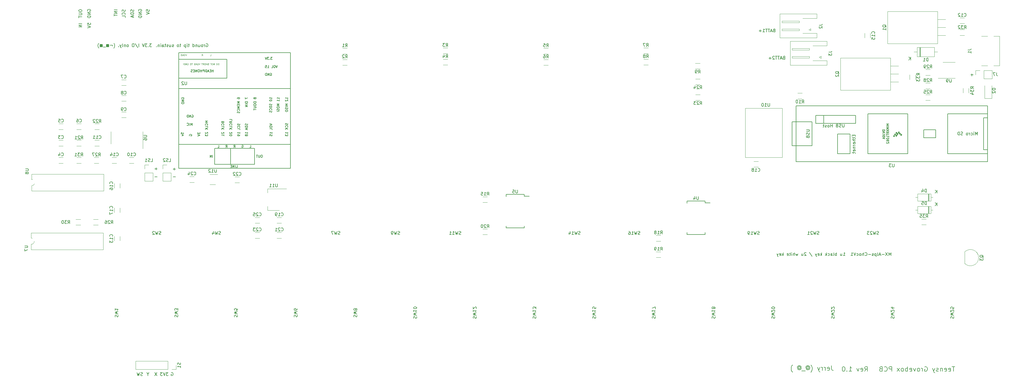
<source format=gbr>
G04 #@! TF.GenerationSoftware,KiCad,Pcbnew,(6.0.1)*
G04 #@! TF.CreationDate,2022-03-21T15:47:41+08:00*
G04 #@! TF.ProjectId,Teensy_Grovebox,5465656e-7379-45f4-9772-6f7665626f78,rev?*
G04 #@! TF.SameCoordinates,Original*
G04 #@! TF.FileFunction,Legend,Bot*
G04 #@! TF.FilePolarity,Positive*
%FSLAX46Y46*%
G04 Gerber Fmt 4.6, Leading zero omitted, Abs format (unit mm)*
G04 Created by KiCad (PCBNEW (6.0.1)) date 2022-03-21 15:47:41*
%MOMM*%
%LPD*%
G01*
G04 APERTURE LIST*
%ADD10C,0.200000*%
%ADD11C,0.150000*%
%ADD12C,0.127000*%
%ADD13C,0.101600*%
%ADD14C,0.100000*%
%ADD15C,0.120000*%
%ADD16R,1.600000X1.600000*%
%ADD17C,1.600000*%
%ADD18R,1.300000X1.300000*%
%ADD19C,1.300000*%
%ADD20R,2.000000X2.000000*%
%ADD21C,2.000000*%
%ADD22C,3.200000*%
%ADD23O,1.850000X3.048000*%
%ADD24O,3.048000X1.850000*%
%ADD25C,1.750000*%
%ADD26C,1.700000*%
%ADD27C,1.200000*%
%ADD28C,3.987800*%
%ADD29C,2.250000*%
%ADD30C,3.048000*%
%ADD31C,5.000000*%
%ADD32O,1.700000X2.000000*%
%ADD33R,2.032000X2.032000*%
%ADD34C,2.032000*%
%ADD35C,3.500000*%
%ADD36R,1.524000X1.524000*%
%ADD37C,1.524000*%
%ADD38O,2.000000X1.700000*%
%ADD39R,1.700000X1.700000*%
%ADD40O,1.700000X1.700000*%
%ADD41O,1.524000X1.524000*%
%ADD42R,1.560000X0.650000*%
%ADD43O,1.600000X1.600000*%
%ADD44C,0.650000*%
%ADD45R,1.450000X0.600000*%
%ADD46R,1.450000X0.300000*%
%ADD47O,1.600000X1.000000*%
%ADD48O,2.100000X1.000000*%
%ADD49R,2.000000X1.905000*%
%ADD50O,2.000000X1.905000*%
%ADD51R,2.410000X3.300000*%
%ADD52R,2.200000X2.200000*%
%ADD53O,2.200000X2.200000*%
%ADD54R,2.000000X1.500000*%
%ADD55R,2.000000X3.800000*%
%ADD56R,1.750000X0.450000*%
%ADD57R,1.500000X1.050000*%
%ADD58O,1.500000X1.050000*%
G04 APERTURE END LIST*
D10*
X302814285Y-246878571D02*
X302814285Y-247950000D01*
X302885714Y-248164285D01*
X303028571Y-248307142D01*
X303242857Y-248378571D01*
X303385714Y-248378571D01*
X301528571Y-248307142D02*
X301671428Y-248378571D01*
X301957142Y-248378571D01*
X302100000Y-248307142D01*
X302171428Y-248164285D01*
X302171428Y-247592857D01*
X302100000Y-247450000D01*
X301957142Y-247378571D01*
X301671428Y-247378571D01*
X301528571Y-247450000D01*
X301457142Y-247592857D01*
X301457142Y-247735714D01*
X302171428Y-247878571D01*
X300814285Y-248378571D02*
X300814285Y-247378571D01*
X300814285Y-247664285D02*
X300742857Y-247521428D01*
X300671428Y-247450000D01*
X300528571Y-247378571D01*
X300385714Y-247378571D01*
X299885714Y-248378571D02*
X299885714Y-247378571D01*
X299885714Y-247664285D02*
X299814285Y-247521428D01*
X299742857Y-247450000D01*
X299600000Y-247378571D01*
X299457142Y-247378571D01*
X299100000Y-247378571D02*
X298742857Y-248378571D01*
X298385714Y-247378571D02*
X298742857Y-248378571D01*
X298885714Y-248735714D01*
X298957142Y-248807142D01*
X299100000Y-248878571D01*
X296242857Y-248950000D02*
X296314285Y-248878571D01*
X296457142Y-248664285D01*
X296528571Y-248521428D01*
X296600000Y-248307142D01*
X296671428Y-247950000D01*
X296671428Y-247664285D01*
X296600000Y-247307142D01*
X296528571Y-247092857D01*
X296457142Y-246950000D01*
X296314285Y-246735714D01*
X296242857Y-246664285D01*
X294957142Y-247307142D02*
X295028571Y-247235714D01*
X295171428Y-247164285D01*
X295314285Y-247164285D01*
X295457142Y-247235714D01*
X295528571Y-247307142D01*
X295600000Y-247450000D01*
X295600000Y-247592857D01*
X295528571Y-247735714D01*
X295457142Y-247807142D01*
X295314285Y-247878571D01*
X295171428Y-247878571D01*
X295028571Y-247807142D01*
X294957142Y-247735714D01*
X294957142Y-247164285D02*
X294957142Y-247735714D01*
X294885714Y-247807142D01*
X294814285Y-247807142D01*
X294742857Y-247735714D01*
X294671428Y-247592857D01*
X294671428Y-247235714D01*
X294742857Y-247092857D01*
X294957142Y-246950000D01*
X295242857Y-246878571D01*
X295528571Y-246950000D01*
X295742857Y-247092857D01*
X295814285Y-247235714D01*
X295885714Y-247521428D01*
X295814285Y-247807142D01*
X295742857Y-248021428D01*
X295528571Y-248164285D01*
X295242857Y-248235714D01*
X294957142Y-248164285D01*
X294742857Y-248021428D01*
X294457142Y-248521428D02*
X293314285Y-248521428D01*
X292242857Y-247307142D02*
X292314285Y-247235714D01*
X292457142Y-247164285D01*
X292600000Y-247164285D01*
X292742857Y-247235714D01*
X292814285Y-247307142D01*
X292885714Y-247450000D01*
X292885714Y-247592857D01*
X292814285Y-247735714D01*
X292742857Y-247807142D01*
X292600000Y-247878571D01*
X292457142Y-247878571D01*
X292314285Y-247807142D01*
X292242857Y-247735714D01*
X292242857Y-247164285D02*
X292242857Y-247735714D01*
X292171428Y-247807142D01*
X292100000Y-247807142D01*
X292028571Y-247735714D01*
X291957142Y-247592857D01*
X291957142Y-247235714D01*
X292028571Y-247092857D01*
X292242857Y-246950000D01*
X292528571Y-246878571D01*
X292814285Y-246950000D01*
X293028571Y-247092857D01*
X293100000Y-247235714D01*
X293171428Y-247521428D01*
X293100000Y-247807142D01*
X293028571Y-248021428D01*
X292814285Y-248164285D01*
X292528571Y-248235714D01*
X292242857Y-248164285D01*
X292028571Y-248021428D01*
X290385714Y-248950000D02*
X290314285Y-248878571D01*
X290171428Y-248664285D01*
X290100000Y-248521428D01*
X290028571Y-248307142D01*
X289957142Y-247950000D01*
X289957142Y-247664285D01*
X290028571Y-247307142D01*
X290100000Y-247092857D01*
X290171428Y-246950000D01*
X290314285Y-246735714D01*
X290385714Y-246664285D01*
D11*
X88033333Y-249052380D02*
X87366666Y-250052380D01*
X87366666Y-249052380D02*
X88033333Y-250052380D01*
X88180952Y-184171428D02*
X87419047Y-184171428D01*
X87800000Y-184552380D02*
X87800000Y-183790476D01*
X77904761Y-133559523D02*
X77952380Y-133702380D01*
X77952380Y-133940476D01*
X77904761Y-134035714D01*
X77857142Y-134083333D01*
X77761904Y-134130952D01*
X77666666Y-134130952D01*
X77571428Y-134083333D01*
X77523809Y-134035714D01*
X77476190Y-133940476D01*
X77428571Y-133750000D01*
X77380952Y-133654761D01*
X77333333Y-133607142D01*
X77238095Y-133559523D01*
X77142857Y-133559523D01*
X77047619Y-133607142D01*
X77000000Y-133654761D01*
X76952380Y-133750000D01*
X76952380Y-133988095D01*
X77000000Y-134130952D01*
X77857142Y-135130952D02*
X77904761Y-135083333D01*
X77952380Y-134940476D01*
X77952380Y-134845238D01*
X77904761Y-134702380D01*
X77809523Y-134607142D01*
X77714285Y-134559523D01*
X77523809Y-134511904D01*
X77380952Y-134511904D01*
X77190476Y-134559523D01*
X77095238Y-134607142D01*
X77000000Y-134702380D01*
X76952380Y-134845238D01*
X76952380Y-134940476D01*
X77000000Y-135083333D01*
X77047619Y-135130952D01*
X77952380Y-136035714D02*
X77952380Y-135559523D01*
X76952380Y-135559523D01*
X75452380Y-133595238D02*
X74452380Y-133595238D01*
X75452380Y-134071428D02*
X74452380Y-134071428D01*
X75452380Y-134642857D01*
X74452380Y-134642857D01*
X74452380Y-134976190D02*
X74452380Y-135547619D01*
X75452380Y-135261904D02*
X74452380Y-135261904D01*
X287614285Y-148828571D02*
X287471428Y-148876190D01*
X287423809Y-148923809D01*
X287376190Y-149019047D01*
X287376190Y-149161904D01*
X287423809Y-149257142D01*
X287471428Y-149304761D01*
X287566666Y-149352380D01*
X287947619Y-149352380D01*
X287947619Y-148352380D01*
X287614285Y-148352380D01*
X287519047Y-148400000D01*
X287471428Y-148447619D01*
X287423809Y-148542857D01*
X287423809Y-148638095D01*
X287471428Y-148733333D01*
X287519047Y-148780952D01*
X287614285Y-148828571D01*
X287947619Y-148828571D01*
X286995238Y-149066666D02*
X286519047Y-149066666D01*
X287090476Y-149352380D02*
X286757142Y-148352380D01*
X286423809Y-149352380D01*
X286233333Y-148352380D02*
X285661904Y-148352380D01*
X285947619Y-149352380D02*
X285947619Y-148352380D01*
X285471428Y-148352380D02*
X284900000Y-148352380D01*
X285185714Y-149352380D02*
X285185714Y-148352380D01*
X284614285Y-148447619D02*
X284566666Y-148400000D01*
X284471428Y-148352380D01*
X284233333Y-148352380D01*
X284138095Y-148400000D01*
X284090476Y-148447619D01*
X284042857Y-148542857D01*
X284042857Y-148638095D01*
X284090476Y-148780952D01*
X284661904Y-149352380D01*
X284042857Y-149352380D01*
X283614285Y-148971428D02*
X282852380Y-148971428D01*
X283233333Y-149352380D02*
X283233333Y-148590476D01*
D10*
X313357142Y-248678571D02*
X313857142Y-247964285D01*
X314214285Y-248678571D02*
X314214285Y-247178571D01*
X313642857Y-247178571D01*
X313500000Y-247250000D01*
X313428571Y-247321428D01*
X313357142Y-247464285D01*
X313357142Y-247678571D01*
X313428571Y-247821428D01*
X313500000Y-247892857D01*
X313642857Y-247964285D01*
X314214285Y-247964285D01*
X312142857Y-248607142D02*
X312285714Y-248678571D01*
X312571428Y-248678571D01*
X312714285Y-248607142D01*
X312785714Y-248464285D01*
X312785714Y-247892857D01*
X312714285Y-247750000D01*
X312571428Y-247678571D01*
X312285714Y-247678571D01*
X312142857Y-247750000D01*
X312071428Y-247892857D01*
X312071428Y-248035714D01*
X312785714Y-248178571D01*
X311571428Y-247678571D02*
X311214285Y-248678571D01*
X310857142Y-247678571D01*
X308357142Y-248678571D02*
X309214285Y-248678571D01*
X308785714Y-248678571D02*
X308785714Y-247178571D01*
X308928571Y-247392857D01*
X309071428Y-247535714D01*
X309214285Y-247607142D01*
X307714285Y-248535714D02*
X307642857Y-248607142D01*
X307714285Y-248678571D01*
X307785714Y-248607142D01*
X307714285Y-248535714D01*
X307714285Y-248678571D01*
X306714285Y-247178571D02*
X306571428Y-247178571D01*
X306428571Y-247250000D01*
X306357142Y-247321428D01*
X306285714Y-247464285D01*
X306214285Y-247750000D01*
X306214285Y-248107142D01*
X306285714Y-248392857D01*
X306357142Y-248535714D01*
X306428571Y-248607142D01*
X306571428Y-248678571D01*
X306714285Y-248678571D01*
X306857142Y-248607142D01*
X306928571Y-248535714D01*
X307000000Y-248392857D01*
X307071428Y-248107142D01*
X307071428Y-247750000D01*
X307000000Y-247464285D01*
X306928571Y-247321428D01*
X306857142Y-247250000D01*
X306714285Y-247178571D01*
D11*
X93980952Y-184271428D02*
X93219047Y-184271428D01*
X93600000Y-184652380D02*
X93600000Y-183890476D01*
X88180952Y-186771428D02*
X87419047Y-186771428D01*
X92638095Y-249100000D02*
X92733333Y-249052380D01*
X92876190Y-249052380D01*
X93019047Y-249100000D01*
X93114285Y-249195238D01*
X93161904Y-249290476D01*
X93209523Y-249480952D01*
X93209523Y-249623809D01*
X93161904Y-249814285D01*
X93114285Y-249909523D01*
X93019047Y-250004761D01*
X92876190Y-250052380D01*
X92780952Y-250052380D01*
X92638095Y-250004761D01*
X92590476Y-249957142D01*
X92590476Y-249623809D01*
X92780952Y-249623809D01*
X82250000Y-133988095D02*
X82202380Y-133892857D01*
X82202380Y-133750000D01*
X82250000Y-133607142D01*
X82345238Y-133511904D01*
X82440476Y-133464285D01*
X82630952Y-133416666D01*
X82773809Y-133416666D01*
X82964285Y-133464285D01*
X83059523Y-133511904D01*
X83154761Y-133607142D01*
X83202380Y-133750000D01*
X83202380Y-133845238D01*
X83154761Y-133988095D01*
X83107142Y-134035714D01*
X82773809Y-134035714D01*
X82773809Y-133845238D01*
X83202380Y-134464285D02*
X82202380Y-134464285D01*
X83202380Y-135035714D01*
X82202380Y-135035714D01*
X83202380Y-135511904D02*
X82202380Y-135511904D01*
X82202380Y-135750000D01*
X82250000Y-135892857D01*
X82345238Y-135988095D01*
X82440476Y-136035714D01*
X82630952Y-136083333D01*
X82773809Y-136083333D01*
X82964285Y-136035714D01*
X83059523Y-135988095D01*
X83154761Y-135892857D01*
X83202380Y-135750000D01*
X83202380Y-135511904D01*
X83457142Y-250004761D02*
X83314285Y-250052380D01*
X83076190Y-250052380D01*
X82980952Y-250004761D01*
X82933333Y-249957142D01*
X82885714Y-249861904D01*
X82885714Y-249766666D01*
X82933333Y-249671428D01*
X82980952Y-249623809D01*
X83076190Y-249576190D01*
X83266666Y-249528571D01*
X83361904Y-249480952D01*
X83409523Y-249433333D01*
X83457142Y-249338095D01*
X83457142Y-249242857D01*
X83409523Y-249147619D01*
X83361904Y-249100000D01*
X83266666Y-249052380D01*
X83028571Y-249052380D01*
X82885714Y-249100000D01*
X82552380Y-249052380D02*
X82314285Y-250052380D01*
X82123809Y-249338095D01*
X81933333Y-250052380D01*
X81695238Y-249052380D01*
X63202380Y-133750000D02*
X63202380Y-133940476D01*
X63250000Y-134035714D01*
X63345238Y-134130952D01*
X63535714Y-134178571D01*
X63869047Y-134178571D01*
X64059523Y-134130952D01*
X64154761Y-134035714D01*
X64202380Y-133940476D01*
X64202380Y-133750000D01*
X64154761Y-133654761D01*
X64059523Y-133559523D01*
X63869047Y-133511904D01*
X63535714Y-133511904D01*
X63345238Y-133559523D01*
X63250000Y-133654761D01*
X63202380Y-133750000D01*
X63202380Y-134607142D02*
X64011904Y-134607142D01*
X64107142Y-134654761D01*
X64154761Y-134702380D01*
X64202380Y-134797619D01*
X64202380Y-134988095D01*
X64154761Y-135083333D01*
X64107142Y-135130952D01*
X64011904Y-135178571D01*
X63202380Y-135178571D01*
X63202380Y-135511904D02*
X63202380Y-136083333D01*
X64202380Y-135797619D02*
X63202380Y-135797619D01*
X84702380Y-134009523D02*
X84702380Y-133533333D01*
X85178571Y-133485714D01*
X85130952Y-133533333D01*
X85083333Y-133628571D01*
X85083333Y-133866666D01*
X85130952Y-133961904D01*
X85178571Y-134009523D01*
X85273809Y-134057142D01*
X85511904Y-134057142D01*
X85607142Y-134009523D01*
X85654761Y-133961904D01*
X85702380Y-133866666D01*
X85702380Y-133628571D01*
X85654761Y-133533333D01*
X85607142Y-133485714D01*
X84702380Y-134342857D02*
X85702380Y-134676190D01*
X84702380Y-135009523D01*
X64202380Y-137976190D02*
X63202380Y-137976190D01*
X64202380Y-138452380D02*
X63202380Y-138452380D01*
X64202380Y-139023809D01*
X63202380Y-139023809D01*
X347880952Y-154271428D02*
X347119047Y-154271428D01*
X347500000Y-154652380D02*
X347500000Y-153890476D01*
X65952380Y-138309523D02*
X65952380Y-137833333D01*
X66428571Y-137785714D01*
X66380952Y-137833333D01*
X66333333Y-137928571D01*
X66333333Y-138166666D01*
X66380952Y-138261904D01*
X66428571Y-138309523D01*
X66523809Y-138357142D01*
X66761904Y-138357142D01*
X66857142Y-138309523D01*
X66904761Y-138261904D01*
X66952380Y-138166666D01*
X66952380Y-137928571D01*
X66904761Y-137833333D01*
X66857142Y-137785714D01*
X65952380Y-138642857D02*
X66952380Y-138976190D01*
X65952380Y-139309523D01*
X284514285Y-140128571D02*
X284371428Y-140176190D01*
X284323809Y-140223809D01*
X284276190Y-140319047D01*
X284276190Y-140461904D01*
X284323809Y-140557142D01*
X284371428Y-140604761D01*
X284466666Y-140652380D01*
X284847619Y-140652380D01*
X284847619Y-139652380D01*
X284514285Y-139652380D01*
X284419047Y-139700000D01*
X284371428Y-139747619D01*
X284323809Y-139842857D01*
X284323809Y-139938095D01*
X284371428Y-140033333D01*
X284419047Y-140080952D01*
X284514285Y-140128571D01*
X284847619Y-140128571D01*
X283895238Y-140366666D02*
X283419047Y-140366666D01*
X283990476Y-140652380D02*
X283657142Y-139652380D01*
X283323809Y-140652380D01*
X283133333Y-139652380D02*
X282561904Y-139652380D01*
X282847619Y-140652380D02*
X282847619Y-139652380D01*
X282371428Y-139652380D02*
X281800000Y-139652380D01*
X282085714Y-140652380D02*
X282085714Y-139652380D01*
X280942857Y-140652380D02*
X281514285Y-140652380D01*
X281228571Y-140652380D02*
X281228571Y-139652380D01*
X281323809Y-139795238D01*
X281419047Y-139890476D01*
X281514285Y-139938095D01*
X280514285Y-140271428D02*
X279752380Y-140271428D01*
X280133333Y-140652380D02*
X280133333Y-139890476D01*
X321719047Y-211852380D02*
X321719047Y-210852380D01*
X321385714Y-211566666D01*
X321052380Y-210852380D01*
X321052380Y-211852380D01*
X320671428Y-210852380D02*
X320004761Y-211852380D01*
X320004761Y-210852380D02*
X320671428Y-211852380D01*
X319623809Y-211471428D02*
X318861904Y-211471428D01*
X318433333Y-211566666D02*
X317957142Y-211566666D01*
X318528571Y-211852380D02*
X318195238Y-210852380D01*
X317861904Y-211852380D01*
X317385714Y-211852380D02*
X317480952Y-211804761D01*
X317528571Y-211709523D01*
X317528571Y-210852380D01*
X317004761Y-211185714D02*
X317004761Y-212185714D01*
X317004761Y-211233333D02*
X316909523Y-211185714D01*
X316719047Y-211185714D01*
X316623809Y-211233333D01*
X316576190Y-211280952D01*
X316528571Y-211376190D01*
X316528571Y-211661904D01*
X316576190Y-211757142D01*
X316623809Y-211804761D01*
X316719047Y-211852380D01*
X316909523Y-211852380D01*
X317004761Y-211804761D01*
X316147619Y-211804761D02*
X316052380Y-211852380D01*
X315861904Y-211852380D01*
X315766666Y-211804761D01*
X315719047Y-211709523D01*
X315719047Y-211661904D01*
X315766666Y-211566666D01*
X315861904Y-211519047D01*
X316004761Y-211519047D01*
X316100000Y-211471428D01*
X316147619Y-211376190D01*
X316147619Y-211328571D01*
X316100000Y-211233333D01*
X316004761Y-211185714D01*
X315861904Y-211185714D01*
X315766666Y-211233333D01*
X315290476Y-211471428D02*
X314528571Y-211471428D01*
X313480952Y-211757142D02*
X313528571Y-211804761D01*
X313671428Y-211852380D01*
X313766666Y-211852380D01*
X313909523Y-211804761D01*
X314004761Y-211709523D01*
X314052380Y-211614285D01*
X314100000Y-211423809D01*
X314100000Y-211280952D01*
X314052380Y-211090476D01*
X314004761Y-210995238D01*
X313909523Y-210900000D01*
X313766666Y-210852380D01*
X313671428Y-210852380D01*
X313528571Y-210900000D01*
X313480952Y-210947619D01*
X313052380Y-211852380D02*
X313052380Y-210852380D01*
X312623809Y-211852380D02*
X312623809Y-211328571D01*
X312671428Y-211233333D01*
X312766666Y-211185714D01*
X312909523Y-211185714D01*
X313004761Y-211233333D01*
X313052380Y-211280952D01*
X312004761Y-211852380D02*
X312100000Y-211804761D01*
X312147619Y-211757142D01*
X312195238Y-211661904D01*
X312195238Y-211376190D01*
X312147619Y-211280952D01*
X312100000Y-211233333D01*
X312004761Y-211185714D01*
X311861904Y-211185714D01*
X311766666Y-211233333D01*
X311719047Y-211280952D01*
X311671428Y-211376190D01*
X311671428Y-211661904D01*
X311719047Y-211757142D01*
X311766666Y-211804761D01*
X311861904Y-211852380D01*
X312004761Y-211852380D01*
X310814285Y-211804761D02*
X310909523Y-211852380D01*
X311100000Y-211852380D01*
X311195238Y-211804761D01*
X311242857Y-211757142D01*
X311290476Y-211661904D01*
X311290476Y-211376190D01*
X311242857Y-211280952D01*
X311195238Y-211233333D01*
X311100000Y-211185714D01*
X310909523Y-211185714D01*
X310814285Y-211233333D01*
X310528571Y-210852380D02*
X310195238Y-211852380D01*
X309861904Y-210852380D01*
X309004761Y-211852380D02*
X309576190Y-211852380D01*
X309290476Y-211852380D02*
X309290476Y-210852380D01*
X309385714Y-210995238D01*
X309480952Y-211090476D01*
X309576190Y-211138095D01*
X306528571Y-211852380D02*
X307100000Y-211852380D01*
X306814285Y-211852380D02*
X306814285Y-210852380D01*
X306909523Y-210995238D01*
X307004761Y-211090476D01*
X307100000Y-211138095D01*
X305671428Y-211185714D02*
X305671428Y-211852380D01*
X306100000Y-211185714D02*
X306100000Y-211709523D01*
X306052380Y-211804761D01*
X305957142Y-211852380D01*
X305814285Y-211852380D01*
X305719047Y-211804761D01*
X305671428Y-211757142D01*
X304433333Y-211852380D02*
X304433333Y-210852380D01*
X304433333Y-211233333D02*
X304338095Y-211185714D01*
X304147619Y-211185714D01*
X304052380Y-211233333D01*
X304004761Y-211280952D01*
X303957142Y-211376190D01*
X303957142Y-211661904D01*
X304004761Y-211757142D01*
X304052380Y-211804761D01*
X304147619Y-211852380D01*
X304338095Y-211852380D01*
X304433333Y-211804761D01*
X303385714Y-211852380D02*
X303480952Y-211804761D01*
X303528571Y-211709523D01*
X303528571Y-210852380D01*
X302576190Y-211852380D02*
X302576190Y-211328571D01*
X302623809Y-211233333D01*
X302719047Y-211185714D01*
X302909523Y-211185714D01*
X303004761Y-211233333D01*
X302576190Y-211804761D02*
X302671428Y-211852380D01*
X302909523Y-211852380D01*
X303004761Y-211804761D01*
X303052380Y-211709523D01*
X303052380Y-211614285D01*
X303004761Y-211519047D01*
X302909523Y-211471428D01*
X302671428Y-211471428D01*
X302576190Y-211423809D01*
X301671428Y-211804761D02*
X301766666Y-211852380D01*
X301957142Y-211852380D01*
X302052380Y-211804761D01*
X302100000Y-211757142D01*
X302147619Y-211661904D01*
X302147619Y-211376190D01*
X302100000Y-211280952D01*
X302052380Y-211233333D01*
X301957142Y-211185714D01*
X301766666Y-211185714D01*
X301671428Y-211233333D01*
X301242857Y-211852380D02*
X301242857Y-210852380D01*
X301147619Y-211471428D02*
X300861904Y-211852380D01*
X300861904Y-211185714D02*
X301242857Y-211566666D01*
X299671428Y-211852380D02*
X299671428Y-210852380D01*
X299576190Y-211471428D02*
X299290476Y-211852380D01*
X299290476Y-211185714D02*
X299671428Y-211566666D01*
X298480952Y-211804761D02*
X298576190Y-211852380D01*
X298766666Y-211852380D01*
X298861904Y-211804761D01*
X298909523Y-211709523D01*
X298909523Y-211328571D01*
X298861904Y-211233333D01*
X298766666Y-211185714D01*
X298576190Y-211185714D01*
X298480952Y-211233333D01*
X298433333Y-211328571D01*
X298433333Y-211423809D01*
X298909523Y-211519047D01*
X298100000Y-211185714D02*
X297861904Y-211852380D01*
X297623809Y-211185714D02*
X297861904Y-211852380D01*
X297957142Y-212090476D01*
X298004761Y-212138095D01*
X298100000Y-212185714D01*
X295766666Y-210804761D02*
X296623809Y-212090476D01*
X294719047Y-210947619D02*
X294671428Y-210900000D01*
X294576190Y-210852380D01*
X294338095Y-210852380D01*
X294242857Y-210900000D01*
X294195238Y-210947619D01*
X294147619Y-211042857D01*
X294147619Y-211138095D01*
X294195238Y-211280952D01*
X294766666Y-211852380D01*
X294147619Y-211852380D01*
X293290476Y-211185714D02*
X293290476Y-211852380D01*
X293719047Y-211185714D02*
X293719047Y-211709523D01*
X293671428Y-211804761D01*
X293576190Y-211852380D01*
X293433333Y-211852380D01*
X293338095Y-211804761D01*
X293290476Y-211757142D01*
X292147619Y-211185714D02*
X291957142Y-211852380D01*
X291766666Y-211376190D01*
X291576190Y-211852380D01*
X291385714Y-211185714D01*
X291004761Y-211852380D02*
X291004761Y-210852380D01*
X290576190Y-211852380D02*
X290576190Y-211328571D01*
X290623809Y-211233333D01*
X290719047Y-211185714D01*
X290861904Y-211185714D01*
X290957142Y-211233333D01*
X291004761Y-211280952D01*
X290100000Y-211852380D02*
X290100000Y-211185714D01*
X290100000Y-210852380D02*
X290147619Y-210900000D01*
X290100000Y-210947619D01*
X290052380Y-210900000D01*
X290100000Y-210852380D01*
X290100000Y-210947619D01*
X289766666Y-211185714D02*
X289385714Y-211185714D01*
X289623809Y-210852380D02*
X289623809Y-211709523D01*
X289576190Y-211804761D01*
X289480952Y-211852380D01*
X289385714Y-211852380D01*
X288671428Y-211804761D02*
X288766666Y-211852380D01*
X288957142Y-211852380D01*
X289052380Y-211804761D01*
X289100000Y-211709523D01*
X289100000Y-211328571D01*
X289052380Y-211233333D01*
X288957142Y-211185714D01*
X288766666Y-211185714D01*
X288671428Y-211233333D01*
X288623809Y-211328571D01*
X288623809Y-211423809D01*
X289100000Y-211519047D01*
X287433333Y-211852380D02*
X287433333Y-210852380D01*
X287338095Y-211471428D02*
X287052380Y-211852380D01*
X287052380Y-211185714D02*
X287433333Y-211566666D01*
X286242857Y-211804761D02*
X286338095Y-211852380D01*
X286528571Y-211852380D01*
X286623809Y-211804761D01*
X286671428Y-211709523D01*
X286671428Y-211328571D01*
X286623809Y-211233333D01*
X286528571Y-211185714D01*
X286338095Y-211185714D01*
X286242857Y-211233333D01*
X286195238Y-211328571D01*
X286195238Y-211423809D01*
X286671428Y-211519047D01*
X285861904Y-211185714D02*
X285623809Y-211852380D01*
X285385714Y-211185714D02*
X285623809Y-211852380D01*
X285719047Y-212090476D01*
X285766666Y-212138095D01*
X285861904Y-212185714D01*
X86395238Y-144352380D02*
X85776190Y-144352380D01*
X86109523Y-144733333D01*
X85966666Y-144733333D01*
X85871428Y-144780952D01*
X85823809Y-144828571D01*
X85776190Y-144923809D01*
X85776190Y-145161904D01*
X85823809Y-145257142D01*
X85871428Y-145304761D01*
X85966666Y-145352380D01*
X86252380Y-145352380D01*
X86347619Y-145304761D01*
X86395238Y-145257142D01*
X85347619Y-145257142D02*
X85300000Y-145304761D01*
X85347619Y-145352380D01*
X85395238Y-145304761D01*
X85347619Y-145257142D01*
X85347619Y-145352380D01*
X84966666Y-144352380D02*
X84347619Y-144352380D01*
X84680952Y-144733333D01*
X84538095Y-144733333D01*
X84442857Y-144780952D01*
X84395238Y-144828571D01*
X84347619Y-144923809D01*
X84347619Y-145161904D01*
X84395238Y-145257142D01*
X84442857Y-145304761D01*
X84538095Y-145352380D01*
X84823809Y-145352380D01*
X84919047Y-145304761D01*
X84966666Y-145257142D01*
X84061904Y-144352380D02*
X83728571Y-145352380D01*
X83395238Y-144352380D01*
X82300000Y-145352380D02*
X82300000Y-144352380D01*
X81109523Y-144304761D02*
X81966666Y-145590476D01*
X80585714Y-144352380D02*
X80395238Y-144352380D01*
X80300000Y-144400000D01*
X80204761Y-144495238D01*
X80157142Y-144685714D01*
X80157142Y-145019047D01*
X80204761Y-145209523D01*
X80300000Y-145304761D01*
X80395238Y-145352380D01*
X80585714Y-145352380D01*
X80680952Y-145304761D01*
X80776190Y-145209523D01*
X80823809Y-145019047D01*
X80823809Y-144685714D01*
X80776190Y-144495238D01*
X80680952Y-144400000D01*
X80585714Y-144352380D01*
X78823809Y-145352380D02*
X78919047Y-145304761D01*
X78966666Y-145257142D01*
X79014285Y-145161904D01*
X79014285Y-144876190D01*
X78966666Y-144780952D01*
X78919047Y-144733333D01*
X78823809Y-144685714D01*
X78680952Y-144685714D01*
X78585714Y-144733333D01*
X78538095Y-144780952D01*
X78490476Y-144876190D01*
X78490476Y-145161904D01*
X78538095Y-145257142D01*
X78585714Y-145304761D01*
X78680952Y-145352380D01*
X78823809Y-145352380D01*
X78061904Y-144685714D02*
X78061904Y-145352380D01*
X78061904Y-144780952D02*
X78014285Y-144733333D01*
X77919047Y-144685714D01*
X77776190Y-144685714D01*
X77680952Y-144733333D01*
X77633333Y-144828571D01*
X77633333Y-145352380D01*
X77014285Y-145352380D02*
X77109523Y-145304761D01*
X77157142Y-145209523D01*
X77157142Y-144352380D01*
X76728571Y-144685714D02*
X76490476Y-145352380D01*
X76252380Y-144685714D02*
X76490476Y-145352380D01*
X76585714Y-145590476D01*
X76633333Y-145638095D01*
X76728571Y-145685714D01*
X75871428Y-145257142D02*
X75823809Y-145304761D01*
X75871428Y-145352380D01*
X75919047Y-145304761D01*
X75871428Y-145257142D01*
X75871428Y-145352380D01*
X74347619Y-145733333D02*
X74395238Y-145685714D01*
X74490476Y-145542857D01*
X74538095Y-145447619D01*
X74585714Y-145304761D01*
X74633333Y-145066666D01*
X74633333Y-144876190D01*
X74585714Y-144638095D01*
X74538095Y-144495238D01*
X74490476Y-144400000D01*
X74395238Y-144257142D01*
X74347619Y-144209523D01*
X73204761Y-144876190D02*
X73966666Y-144876190D01*
X73966666Y-145114285D01*
X72680952Y-144590476D02*
X72680952Y-145352380D01*
X72633333Y-145352380D02*
X72633333Y-144590476D01*
X72585714Y-144590476D02*
X72585714Y-145352380D01*
X72538095Y-145352380D02*
X72538095Y-144590476D01*
X72490476Y-144590476D02*
X72490476Y-145352380D01*
X72442857Y-145352380D02*
X72442857Y-144590476D01*
X72395238Y-144590476D02*
X72395238Y-145352380D01*
X72347619Y-145352380D02*
X72347619Y-144590476D01*
X72300000Y-144590476D02*
X72300000Y-145352380D01*
X72252380Y-145352380D02*
X72252380Y-144590476D01*
X72204761Y-144590476D02*
X72204761Y-145352380D01*
X72157142Y-145352380D02*
X72157142Y-144590476D01*
X72109523Y-144590476D02*
X72109523Y-145352380D01*
X72061904Y-145352380D02*
X72061904Y-144590476D01*
X72014285Y-144590476D02*
X72014285Y-145352380D01*
X72728571Y-144590476D02*
X71966666Y-144590476D01*
X71966666Y-145352380D01*
X72728571Y-145352380D01*
X72728571Y-144590476D01*
X71728571Y-145447619D02*
X70966666Y-145447619D01*
X70680952Y-144590476D02*
X70680952Y-145352380D01*
X70633333Y-145352380D02*
X70633333Y-144590476D01*
X70585714Y-144590476D02*
X70585714Y-145352380D01*
X70538095Y-145352380D02*
X70538095Y-144590476D01*
X70490476Y-144590476D02*
X70490476Y-145352380D01*
X70442857Y-145352380D02*
X70442857Y-144590476D01*
X70395238Y-144590476D02*
X70395238Y-145352380D01*
X70347619Y-145352380D02*
X70347619Y-144590476D01*
X70300000Y-144590476D02*
X70300000Y-145352380D01*
X70252380Y-145352380D02*
X70252380Y-144590476D01*
X70204761Y-144590476D02*
X70204761Y-145352380D01*
X70157142Y-145352380D02*
X70157142Y-144590476D01*
X70109523Y-144590476D02*
X70109523Y-145352380D01*
X70061904Y-145352380D02*
X70061904Y-144590476D01*
X70014285Y-144590476D02*
X70014285Y-145352380D01*
X70728571Y-144590476D02*
X69966666Y-144590476D01*
X69966666Y-145352380D01*
X70728571Y-145352380D01*
X70728571Y-144590476D01*
X69585714Y-145733333D02*
X69538095Y-145685714D01*
X69442857Y-145542857D01*
X69395238Y-145447619D01*
X69347619Y-145304761D01*
X69300000Y-145066666D01*
X69300000Y-144876190D01*
X69347619Y-144638095D01*
X69395238Y-144495238D01*
X69442857Y-144400000D01*
X69538095Y-144257142D01*
X69585714Y-144209523D01*
X93980952Y-186771428D02*
X93219047Y-186771428D01*
X80654761Y-133535714D02*
X80702380Y-133678571D01*
X80702380Y-133916666D01*
X80654761Y-134011904D01*
X80607142Y-134059523D01*
X80511904Y-134107142D01*
X80416666Y-134107142D01*
X80321428Y-134059523D01*
X80273809Y-134011904D01*
X80226190Y-133916666D01*
X80178571Y-133726190D01*
X80130952Y-133630952D01*
X80083333Y-133583333D01*
X79988095Y-133535714D01*
X79892857Y-133535714D01*
X79797619Y-133583333D01*
X79750000Y-133630952D01*
X79702380Y-133726190D01*
X79702380Y-133964285D01*
X79750000Y-134107142D01*
X80702380Y-134535714D02*
X79702380Y-134535714D01*
X79702380Y-134773809D01*
X79750000Y-134916666D01*
X79845238Y-135011904D01*
X79940476Y-135059523D01*
X80130952Y-135107142D01*
X80273809Y-135107142D01*
X80464285Y-135059523D01*
X80559523Y-135011904D01*
X80654761Y-134916666D01*
X80702380Y-134773809D01*
X80702380Y-134535714D01*
X80416666Y-135488095D02*
X80416666Y-135964285D01*
X80702380Y-135392857D02*
X79702380Y-135726190D01*
X80702380Y-136059523D01*
X66000000Y-133988095D02*
X65952380Y-133892857D01*
X65952380Y-133750000D01*
X66000000Y-133607142D01*
X66095238Y-133511904D01*
X66190476Y-133464285D01*
X66380952Y-133416666D01*
X66523809Y-133416666D01*
X66714285Y-133464285D01*
X66809523Y-133511904D01*
X66904761Y-133607142D01*
X66952380Y-133750000D01*
X66952380Y-133845238D01*
X66904761Y-133988095D01*
X66857142Y-134035714D01*
X66523809Y-134035714D01*
X66523809Y-133845238D01*
X66952380Y-134464285D02*
X65952380Y-134464285D01*
X66952380Y-135035714D01*
X65952380Y-135035714D01*
X66952380Y-135511904D02*
X65952380Y-135511904D01*
X65952380Y-135750000D01*
X66000000Y-135892857D01*
X66095238Y-135988095D01*
X66190476Y-136035714D01*
X66380952Y-136083333D01*
X66523809Y-136083333D01*
X66714285Y-136035714D01*
X66809523Y-135988095D01*
X66904761Y-135892857D01*
X66952380Y-135750000D01*
X66952380Y-135511904D01*
X91638095Y-249052380D02*
X91019047Y-249052380D01*
X91352380Y-249433333D01*
X91209523Y-249433333D01*
X91114285Y-249480952D01*
X91066666Y-249528571D01*
X91019047Y-249623809D01*
X91019047Y-249861904D01*
X91066666Y-249957142D01*
X91114285Y-250004761D01*
X91209523Y-250052380D01*
X91495238Y-250052380D01*
X91590476Y-250004761D01*
X91638095Y-249957142D01*
X90733333Y-249052380D02*
X90400000Y-250052380D01*
X90066666Y-249052380D01*
X89828571Y-249052380D02*
X89209523Y-249052380D01*
X89542857Y-249433333D01*
X89400000Y-249433333D01*
X89304761Y-249480952D01*
X89257142Y-249528571D01*
X89209523Y-249623809D01*
X89209523Y-249861904D01*
X89257142Y-249957142D01*
X89304761Y-250004761D01*
X89400000Y-250052380D01*
X89685714Y-250052380D01*
X89780952Y-250004761D01*
X89828571Y-249957142D01*
X103742857Y-144400000D02*
X103838095Y-144352380D01*
X103980952Y-144352380D01*
X104123809Y-144400000D01*
X104219047Y-144495238D01*
X104266666Y-144590476D01*
X104314285Y-144780952D01*
X104314285Y-144923809D01*
X104266666Y-145114285D01*
X104219047Y-145209523D01*
X104123809Y-145304761D01*
X103980952Y-145352380D01*
X103885714Y-145352380D01*
X103742857Y-145304761D01*
X103695238Y-145257142D01*
X103695238Y-144923809D01*
X103885714Y-144923809D01*
X103266666Y-145352380D02*
X103266666Y-144685714D01*
X103266666Y-144876190D02*
X103219047Y-144780952D01*
X103171428Y-144733333D01*
X103076190Y-144685714D01*
X102980952Y-144685714D01*
X102504761Y-145352380D02*
X102599999Y-145304761D01*
X102647619Y-145257142D01*
X102695238Y-145161904D01*
X102695238Y-144876190D01*
X102647619Y-144780952D01*
X102599999Y-144733333D01*
X102504761Y-144685714D01*
X102361904Y-144685714D01*
X102266666Y-144733333D01*
X102219047Y-144780952D01*
X102171428Y-144876190D01*
X102171428Y-145161904D01*
X102219047Y-145257142D01*
X102266666Y-145304761D01*
X102361904Y-145352380D01*
X102504761Y-145352380D01*
X101314285Y-144685714D02*
X101314285Y-145352380D01*
X101742857Y-144685714D02*
X101742857Y-145209523D01*
X101695238Y-145304761D01*
X101599999Y-145352380D01*
X101457142Y-145352380D01*
X101361904Y-145304761D01*
X101314285Y-145257142D01*
X100838095Y-144685714D02*
X100838095Y-145352380D01*
X100838095Y-144780952D02*
X100790476Y-144733333D01*
X100695238Y-144685714D01*
X100552380Y-144685714D01*
X100457142Y-144733333D01*
X100409523Y-144828571D01*
X100409523Y-145352380D01*
X99504761Y-145352380D02*
X99504761Y-144352380D01*
X99504761Y-145304761D02*
X99599999Y-145352380D01*
X99790476Y-145352380D01*
X99885714Y-145304761D01*
X99933333Y-145257142D01*
X99980952Y-145161904D01*
X99980952Y-144876190D01*
X99933333Y-144780952D01*
X99885714Y-144733333D01*
X99790476Y-144685714D01*
X99599999Y-144685714D01*
X99504761Y-144733333D01*
X98409523Y-144685714D02*
X98028571Y-144685714D01*
X98266666Y-144352380D02*
X98266666Y-145209523D01*
X98219047Y-145304761D01*
X98123809Y-145352380D01*
X98028571Y-145352380D01*
X97695238Y-145352380D02*
X97695238Y-144685714D01*
X97695238Y-144352380D02*
X97742857Y-144400000D01*
X97695238Y-144447619D01*
X97647619Y-144400000D01*
X97695238Y-144352380D01*
X97695238Y-144447619D01*
X97219047Y-144685714D02*
X97219047Y-145685714D01*
X97219047Y-144733333D02*
X97123809Y-144685714D01*
X96933333Y-144685714D01*
X96838095Y-144733333D01*
X96790476Y-144780952D01*
X96742857Y-144876190D01*
X96742857Y-145161904D01*
X96790476Y-145257142D01*
X96838095Y-145304761D01*
X96933333Y-145352380D01*
X97123809Y-145352380D01*
X97219047Y-145304761D01*
X95695238Y-144685714D02*
X95314285Y-144685714D01*
X95552380Y-144352380D02*
X95552380Y-145209523D01*
X95504761Y-145304761D01*
X95409523Y-145352380D01*
X95314285Y-145352380D01*
X94838095Y-145352380D02*
X94933333Y-145304761D01*
X94980952Y-145257142D01*
X95028571Y-145161904D01*
X95028571Y-144876190D01*
X94980952Y-144780952D01*
X94933333Y-144733333D01*
X94838095Y-144685714D01*
X94695238Y-144685714D01*
X94599999Y-144733333D01*
X94552380Y-144780952D01*
X94504761Y-144876190D01*
X94504761Y-145161904D01*
X94552380Y-145257142D01*
X94599999Y-145304761D01*
X94695238Y-145352380D01*
X94838095Y-145352380D01*
X93361904Y-145304761D02*
X93266666Y-145352380D01*
X93076190Y-145352380D01*
X92980952Y-145304761D01*
X92933333Y-145209523D01*
X92933333Y-145161904D01*
X92980952Y-145066666D01*
X93076190Y-145019047D01*
X93219047Y-145019047D01*
X93314285Y-144971428D01*
X93361904Y-144876190D01*
X93361904Y-144828571D01*
X93314285Y-144733333D01*
X93219047Y-144685714D01*
X93076190Y-144685714D01*
X92980952Y-144733333D01*
X92076190Y-144685714D02*
X92076190Y-145352380D01*
X92504761Y-144685714D02*
X92504761Y-145209523D01*
X92457142Y-145304761D01*
X92361904Y-145352380D01*
X92219047Y-145352380D01*
X92123809Y-145304761D01*
X92076190Y-145257142D01*
X91647619Y-145304761D02*
X91552380Y-145352380D01*
X91361904Y-145352380D01*
X91266666Y-145304761D01*
X91219047Y-145209523D01*
X91219047Y-145161904D01*
X91266666Y-145066666D01*
X91361904Y-145019047D01*
X91504761Y-145019047D01*
X91599999Y-144971428D01*
X91647619Y-144876190D01*
X91647619Y-144828571D01*
X91599999Y-144733333D01*
X91504761Y-144685714D01*
X91361904Y-144685714D01*
X91266666Y-144733333D01*
X90933333Y-144685714D02*
X90552380Y-144685714D01*
X90790476Y-144352380D02*
X90790476Y-145209523D01*
X90742857Y-145304761D01*
X90647619Y-145352380D01*
X90552380Y-145352380D01*
X89790476Y-145352380D02*
X89790476Y-144828571D01*
X89838095Y-144733333D01*
X89933333Y-144685714D01*
X90123809Y-144685714D01*
X90219047Y-144733333D01*
X89790476Y-145304761D02*
X89885714Y-145352380D01*
X90123809Y-145352380D01*
X90219047Y-145304761D01*
X90266666Y-145209523D01*
X90266666Y-145114285D01*
X90219047Y-145019047D01*
X90123809Y-144971428D01*
X89885714Y-144971428D01*
X89790476Y-144923809D01*
X89314285Y-145352380D02*
X89314285Y-144685714D01*
X89314285Y-144352380D02*
X89361904Y-144400000D01*
X89314285Y-144447619D01*
X89266666Y-144400000D01*
X89314285Y-144352380D01*
X89314285Y-144447619D01*
X88838095Y-144685714D02*
X88838095Y-145352380D01*
X88838095Y-144780952D02*
X88790476Y-144733333D01*
X88695238Y-144685714D01*
X88552380Y-144685714D01*
X88457142Y-144733333D01*
X88409523Y-144828571D01*
X88409523Y-145352380D01*
X87933333Y-145257142D02*
X87885714Y-145304761D01*
X87933333Y-145352380D01*
X87980952Y-145304761D01*
X87933333Y-145257142D01*
X87933333Y-145352380D01*
D10*
X342035714Y-247178571D02*
X341178571Y-247178571D01*
X341607142Y-248678571D02*
X341607142Y-247178571D01*
X340107142Y-248607142D02*
X340250000Y-248678571D01*
X340535714Y-248678571D01*
X340678571Y-248607142D01*
X340750000Y-248464285D01*
X340750000Y-247892857D01*
X340678571Y-247750000D01*
X340535714Y-247678571D01*
X340250000Y-247678571D01*
X340107142Y-247750000D01*
X340035714Y-247892857D01*
X340035714Y-248035714D01*
X340750000Y-248178571D01*
X338821428Y-248607142D02*
X338964285Y-248678571D01*
X339250000Y-248678571D01*
X339392857Y-248607142D01*
X339464285Y-248464285D01*
X339464285Y-247892857D01*
X339392857Y-247750000D01*
X339250000Y-247678571D01*
X338964285Y-247678571D01*
X338821428Y-247750000D01*
X338750000Y-247892857D01*
X338750000Y-248035714D01*
X339464285Y-248178571D01*
X338107142Y-247678571D02*
X338107142Y-248678571D01*
X338107142Y-247821428D02*
X338035714Y-247750000D01*
X337892857Y-247678571D01*
X337678571Y-247678571D01*
X337535714Y-247750000D01*
X337464285Y-247892857D01*
X337464285Y-248678571D01*
X336821428Y-248607142D02*
X336678571Y-248678571D01*
X336392857Y-248678571D01*
X336250000Y-248607142D01*
X336178571Y-248464285D01*
X336178571Y-248392857D01*
X336250000Y-248250000D01*
X336392857Y-248178571D01*
X336607142Y-248178571D01*
X336750000Y-248107142D01*
X336821428Y-247964285D01*
X336821428Y-247892857D01*
X336750000Y-247750000D01*
X336607142Y-247678571D01*
X336392857Y-247678571D01*
X336250000Y-247750000D01*
X335678571Y-247678571D02*
X335321428Y-248678571D01*
X334964285Y-247678571D02*
X335321428Y-248678571D01*
X335464285Y-249035714D01*
X335535714Y-249107142D01*
X335678571Y-249178571D01*
X332464285Y-247250000D02*
X332607142Y-247178571D01*
X332821428Y-247178571D01*
X333035714Y-247250000D01*
X333178571Y-247392857D01*
X333250000Y-247535714D01*
X333321428Y-247821428D01*
X333321428Y-248035714D01*
X333250000Y-248321428D01*
X333178571Y-248464285D01*
X333035714Y-248607142D01*
X332821428Y-248678571D01*
X332678571Y-248678571D01*
X332464285Y-248607142D01*
X332392857Y-248535714D01*
X332392857Y-248035714D01*
X332678571Y-248035714D01*
X331750000Y-248678571D02*
X331750000Y-247678571D01*
X331750000Y-247964285D02*
X331678571Y-247821428D01*
X331607142Y-247750000D01*
X331464285Y-247678571D01*
X331321428Y-247678571D01*
X330607142Y-248678571D02*
X330750000Y-248607142D01*
X330821428Y-248535714D01*
X330892857Y-248392857D01*
X330892857Y-247964285D01*
X330821428Y-247821428D01*
X330750000Y-247750000D01*
X330607142Y-247678571D01*
X330392857Y-247678571D01*
X330250000Y-247750000D01*
X330178571Y-247821428D01*
X330107142Y-247964285D01*
X330107142Y-248392857D01*
X330178571Y-248535714D01*
X330250000Y-248607142D01*
X330392857Y-248678571D01*
X330607142Y-248678571D01*
X329607142Y-247678571D02*
X329250000Y-248678571D01*
X328892857Y-247678571D01*
X327750000Y-248607142D02*
X327892857Y-248678571D01*
X328178571Y-248678571D01*
X328321428Y-248607142D01*
X328392857Y-248464285D01*
X328392857Y-247892857D01*
X328321428Y-247750000D01*
X328178571Y-247678571D01*
X327892857Y-247678571D01*
X327750000Y-247750000D01*
X327678571Y-247892857D01*
X327678571Y-248035714D01*
X328392857Y-248178571D01*
X327035714Y-248678571D02*
X327035714Y-247178571D01*
X327035714Y-247750000D02*
X326892857Y-247678571D01*
X326607142Y-247678571D01*
X326464285Y-247750000D01*
X326392857Y-247821428D01*
X326321428Y-247964285D01*
X326321428Y-248392857D01*
X326392857Y-248535714D01*
X326464285Y-248607142D01*
X326607142Y-248678571D01*
X326892857Y-248678571D01*
X327035714Y-248607142D01*
X325464285Y-248678571D02*
X325607142Y-248607142D01*
X325678571Y-248535714D01*
X325750000Y-248392857D01*
X325750000Y-247964285D01*
X325678571Y-247821428D01*
X325607142Y-247750000D01*
X325464285Y-247678571D01*
X325250000Y-247678571D01*
X325107142Y-247750000D01*
X325035714Y-247821428D01*
X324964285Y-247964285D01*
X324964285Y-248392857D01*
X325035714Y-248535714D01*
X325107142Y-248607142D01*
X325250000Y-248678571D01*
X325464285Y-248678571D01*
X324464285Y-248678571D02*
X323678571Y-247678571D01*
X324464285Y-247678571D02*
X323678571Y-248678571D01*
X321964285Y-248678571D02*
X321964285Y-247178571D01*
X321392857Y-247178571D01*
X321250000Y-247250000D01*
X321178571Y-247321428D01*
X321107142Y-247464285D01*
X321107142Y-247678571D01*
X321178571Y-247821428D01*
X321250000Y-247892857D01*
X321392857Y-247964285D01*
X321964285Y-247964285D01*
X319607142Y-248535714D02*
X319678571Y-248607142D01*
X319892857Y-248678571D01*
X320035714Y-248678571D01*
X320250000Y-248607142D01*
X320392857Y-248464285D01*
X320464285Y-248321428D01*
X320535714Y-248035714D01*
X320535714Y-247821428D01*
X320464285Y-247535714D01*
X320392857Y-247392857D01*
X320250000Y-247250000D01*
X320035714Y-247178571D01*
X319892857Y-247178571D01*
X319678571Y-247250000D01*
X319607142Y-247321428D01*
X318464285Y-247892857D02*
X318250000Y-247964285D01*
X318178571Y-248035714D01*
X318107142Y-248178571D01*
X318107142Y-248392857D01*
X318178571Y-248535714D01*
X318250000Y-248607142D01*
X318392857Y-248678571D01*
X318964285Y-248678571D01*
X318964285Y-247178571D01*
X318464285Y-247178571D01*
X318321428Y-247250000D01*
X318250000Y-247321428D01*
X318178571Y-247464285D01*
X318178571Y-247607142D01*
X318250000Y-247750000D01*
X318321428Y-247821428D01*
X318464285Y-247892857D01*
X318964285Y-247892857D01*
D11*
X85200000Y-249576190D02*
X85200000Y-250052380D01*
X85533333Y-249052380D02*
X85200000Y-249576190D01*
X84866666Y-249052380D01*
G04 #@! TO.C,U3*
X322761904Y-182612380D02*
X322761904Y-183421904D01*
X322714285Y-183517142D01*
X322666666Y-183564761D01*
X322571428Y-183612380D01*
X322380952Y-183612380D01*
X322285714Y-183564761D01*
X322238095Y-183517142D01*
X322190476Y-183421904D01*
X322190476Y-182612380D01*
X321809523Y-182612380D02*
X321190476Y-182612380D01*
X321523809Y-182993333D01*
X321380952Y-182993333D01*
X321285714Y-183040952D01*
X321238095Y-183088571D01*
X321190476Y-183183809D01*
X321190476Y-183421904D01*
X321238095Y-183517142D01*
X321285714Y-183564761D01*
X321380952Y-183612380D01*
X321666666Y-183612380D01*
X321761904Y-183564761D01*
X321809523Y-183517142D01*
X294782380Y-171738095D02*
X295591904Y-171738095D01*
X295687142Y-171785714D01*
X295734761Y-171833333D01*
X295782380Y-171928571D01*
X295782380Y-172119047D01*
X295734761Y-172214285D01*
X295687142Y-172261904D01*
X295591904Y-172309523D01*
X294782380Y-172309523D01*
X295734761Y-172738095D02*
X295782380Y-172880952D01*
X295782380Y-173119047D01*
X295734761Y-173214285D01*
X295687142Y-173261904D01*
X295591904Y-173309523D01*
X295496666Y-173309523D01*
X295401428Y-173261904D01*
X295353809Y-173214285D01*
X295306190Y-173119047D01*
X295258571Y-172928571D01*
X295210952Y-172833333D01*
X295163333Y-172785714D01*
X295068095Y-172738095D01*
X294972857Y-172738095D01*
X294877619Y-172785714D01*
X294830000Y-172833333D01*
X294782380Y-172928571D01*
X294782380Y-173166666D01*
X294830000Y-173309523D01*
X295258571Y-174071428D02*
X295306190Y-174214285D01*
X295353809Y-174261904D01*
X295449047Y-174309523D01*
X295591904Y-174309523D01*
X295687142Y-174261904D01*
X295734761Y-174214285D01*
X295782380Y-174119047D01*
X295782380Y-173738095D01*
X294782380Y-173738095D01*
X294782380Y-174071428D01*
X294830000Y-174166666D01*
X294877619Y-174214285D01*
X294972857Y-174261904D01*
X295068095Y-174261904D01*
X295163333Y-174214285D01*
X295210952Y-174166666D01*
X295258571Y-174071428D01*
X295258571Y-173738095D01*
X306843723Y-169963180D02*
X306843723Y-170772704D01*
X306796104Y-170867942D01*
X306748485Y-170915561D01*
X306653247Y-170963180D01*
X306462771Y-170963180D01*
X306367533Y-170915561D01*
X306319914Y-170867942D01*
X306272295Y-170772704D01*
X306272295Y-169963180D01*
X305843723Y-170915561D02*
X305700866Y-170963180D01*
X305462771Y-170963180D01*
X305367533Y-170915561D01*
X305319914Y-170867942D01*
X305272295Y-170772704D01*
X305272295Y-170677466D01*
X305319914Y-170582228D01*
X305367533Y-170534609D01*
X305462771Y-170486990D01*
X305653247Y-170439371D01*
X305748485Y-170391752D01*
X305796104Y-170344133D01*
X305843723Y-170248895D01*
X305843723Y-170153657D01*
X305796104Y-170058419D01*
X305748485Y-170010800D01*
X305653247Y-169963180D01*
X305415152Y-169963180D01*
X305272295Y-170010800D01*
X304510390Y-170439371D02*
X304367533Y-170486990D01*
X304319914Y-170534609D01*
X304272295Y-170629847D01*
X304272295Y-170772704D01*
X304319914Y-170867942D01*
X304367533Y-170915561D01*
X304462771Y-170963180D01*
X304843723Y-170963180D01*
X304843723Y-169963180D01*
X304510390Y-169963180D01*
X304415152Y-170010800D01*
X304367533Y-170058419D01*
X304319914Y-170153657D01*
X304319914Y-170248895D01*
X304367533Y-170344133D01*
X304415152Y-170391752D01*
X304510390Y-170439371D01*
X304843723Y-170439371D01*
X303081819Y-170963180D02*
X303081819Y-169963180D01*
X303081819Y-170439371D02*
X302510390Y-170439371D01*
X302510390Y-170963180D02*
X302510390Y-169963180D01*
X301891342Y-170963180D02*
X301986580Y-170915561D01*
X302034200Y-170867942D01*
X302081819Y-170772704D01*
X302081819Y-170486990D01*
X302034200Y-170391752D01*
X301986580Y-170344133D01*
X301891342Y-170296514D01*
X301748485Y-170296514D01*
X301653247Y-170344133D01*
X301605628Y-170391752D01*
X301558009Y-170486990D01*
X301558009Y-170772704D01*
X301605628Y-170867942D01*
X301653247Y-170915561D01*
X301748485Y-170963180D01*
X301891342Y-170963180D01*
X301177057Y-170915561D02*
X301081819Y-170963180D01*
X300891342Y-170963180D01*
X300796104Y-170915561D01*
X300748485Y-170820323D01*
X300748485Y-170772704D01*
X300796104Y-170677466D01*
X300891342Y-170629847D01*
X301034200Y-170629847D01*
X301129438Y-170582228D01*
X301177057Y-170486990D01*
X301177057Y-170439371D01*
X301129438Y-170344133D01*
X301034200Y-170296514D01*
X300891342Y-170296514D01*
X300796104Y-170344133D01*
X300462771Y-170296514D02*
X300081819Y-170296514D01*
X300319914Y-169963180D02*
X300319914Y-170820323D01*
X300272295Y-170915561D01*
X300177057Y-170963180D01*
X300081819Y-170963180D01*
X349249047Y-173452380D02*
X349249047Y-172452380D01*
X348915714Y-173166666D01*
X348582380Y-172452380D01*
X348582380Y-173452380D01*
X348106190Y-173452380D02*
X348106190Y-172785714D01*
X348106190Y-172452380D02*
X348153809Y-172500000D01*
X348106190Y-172547619D01*
X348058571Y-172500000D01*
X348106190Y-172452380D01*
X348106190Y-172547619D01*
X347201428Y-173404761D02*
X347296666Y-173452380D01*
X347487142Y-173452380D01*
X347582380Y-173404761D01*
X347630000Y-173357142D01*
X347677619Y-173261904D01*
X347677619Y-172976190D01*
X347630000Y-172880952D01*
X347582380Y-172833333D01*
X347487142Y-172785714D01*
X347296666Y-172785714D01*
X347201428Y-172833333D01*
X346772857Y-173452380D02*
X346772857Y-172785714D01*
X346772857Y-172976190D02*
X346725238Y-172880952D01*
X346677619Y-172833333D01*
X346582380Y-172785714D01*
X346487142Y-172785714D01*
X346010952Y-173452380D02*
X346106190Y-173404761D01*
X346153809Y-173357142D01*
X346201428Y-173261904D01*
X346201428Y-172976190D01*
X346153809Y-172880952D01*
X346106190Y-172833333D01*
X346010952Y-172785714D01*
X345868095Y-172785714D01*
X345772857Y-172833333D01*
X345725238Y-172880952D01*
X345677619Y-172976190D01*
X345677619Y-173261904D01*
X345725238Y-173357142D01*
X345772857Y-173404761D01*
X345868095Y-173452380D01*
X346010952Y-173452380D01*
X344534761Y-173404761D02*
X344391904Y-173452380D01*
X344153809Y-173452380D01*
X344058571Y-173404761D01*
X344010952Y-173357142D01*
X343963333Y-173261904D01*
X343963333Y-173166666D01*
X344010952Y-173071428D01*
X344058571Y-173023809D01*
X344153809Y-172976190D01*
X344344285Y-172928571D01*
X344439523Y-172880952D01*
X344487142Y-172833333D01*
X344534761Y-172738095D01*
X344534761Y-172642857D01*
X344487142Y-172547619D01*
X344439523Y-172500000D01*
X344344285Y-172452380D01*
X344106190Y-172452380D01*
X343963333Y-172500000D01*
X343534761Y-173452380D02*
X343534761Y-172452380D01*
X343296666Y-172452380D01*
X343153809Y-172500000D01*
X343058571Y-172595238D01*
X343010952Y-172690476D01*
X342963333Y-172880952D01*
X342963333Y-173023809D01*
X343010952Y-173214285D01*
X343058571Y-173309523D01*
X343153809Y-173404761D01*
X343296666Y-173452380D01*
X343534761Y-173452380D01*
X319776666Y-171796666D02*
X319076666Y-171796666D01*
X319076666Y-171963333D01*
X319110000Y-172063333D01*
X319176666Y-172130000D01*
X319243333Y-172163333D01*
X319376666Y-172196666D01*
X319476666Y-172196666D01*
X319610000Y-172163333D01*
X319676666Y-172130000D01*
X319743333Y-172063333D01*
X319776666Y-171963333D01*
X319776666Y-171796666D01*
X319076666Y-172396666D02*
X319776666Y-172630000D01*
X319076666Y-172863333D01*
X319076666Y-173296666D02*
X319576666Y-173296666D01*
X319676666Y-173263333D01*
X319743333Y-173196666D01*
X319776666Y-173096666D01*
X319776666Y-173030000D01*
X319076666Y-173930000D02*
X319076666Y-173796666D01*
X319110000Y-173730000D01*
X319143333Y-173696666D01*
X319243333Y-173630000D01*
X319376666Y-173596666D01*
X319643333Y-173596666D01*
X319710000Y-173630000D01*
X319743333Y-173663333D01*
X319776666Y-173730000D01*
X319776666Y-173863333D01*
X319743333Y-173930000D01*
X319710000Y-173963333D01*
X319643333Y-173996666D01*
X319476666Y-173996666D01*
X319410000Y-173963333D01*
X319376666Y-173930000D01*
X319343333Y-173863333D01*
X319343333Y-173730000D01*
X319376666Y-173663333D01*
X319410000Y-173630000D01*
X319476666Y-173596666D01*
X319576666Y-174263333D02*
X319576666Y-174596666D01*
X319776666Y-174196666D02*
X319076666Y-174430000D01*
X319776666Y-174663333D01*
X321046666Y-169916666D02*
X320346666Y-169916666D01*
X320846666Y-170150000D01*
X320346666Y-170383333D01*
X321046666Y-170383333D01*
X321046666Y-170716666D02*
X320346666Y-170716666D01*
X321046666Y-171050000D02*
X320346666Y-171050000D01*
X320846666Y-171283333D01*
X320346666Y-171516666D01*
X321046666Y-171516666D01*
X320346666Y-171783333D02*
X321046666Y-172250000D01*
X320346666Y-172250000D02*
X321046666Y-171783333D01*
X321046666Y-172916666D02*
X320713333Y-172683333D01*
X321046666Y-172516666D02*
X320346666Y-172516666D01*
X320346666Y-172783333D01*
X320380000Y-172850000D01*
X320413333Y-172883333D01*
X320480000Y-172916666D01*
X320580000Y-172916666D01*
X320646666Y-172883333D01*
X320680000Y-172850000D01*
X320713333Y-172783333D01*
X320713333Y-172516666D01*
X320346666Y-173116666D02*
X320346666Y-173516666D01*
X321046666Y-173316666D02*
X320346666Y-173316666D01*
X321046666Y-174116666D02*
X321046666Y-173716666D01*
X321046666Y-173916666D02*
X320346666Y-173916666D01*
X320446666Y-173850000D01*
X320513333Y-173783333D01*
X320546666Y-173716666D01*
X320346666Y-174550000D02*
X320346666Y-174616666D01*
X320380000Y-174683333D01*
X320413333Y-174716666D01*
X320480000Y-174750000D01*
X320613333Y-174783333D01*
X320780000Y-174783333D01*
X320913333Y-174750000D01*
X320980000Y-174716666D01*
X321013333Y-174683333D01*
X321046666Y-174616666D01*
X321046666Y-174550000D01*
X321013333Y-174483333D01*
X320980000Y-174450000D01*
X320913333Y-174416666D01*
X320780000Y-174383333D01*
X320613333Y-174383333D01*
X320480000Y-174416666D01*
X320413333Y-174450000D01*
X320380000Y-174483333D01*
X320346666Y-174550000D01*
X320346666Y-175383333D02*
X320346666Y-175250000D01*
X320380000Y-175183333D01*
X320413333Y-175150000D01*
X320513333Y-175083333D01*
X320646666Y-175050000D01*
X320913333Y-175050000D01*
X320980000Y-175083333D01*
X321013333Y-175116666D01*
X321046666Y-175183333D01*
X321046666Y-175316666D01*
X321013333Y-175383333D01*
X320980000Y-175416666D01*
X320913333Y-175450000D01*
X320746666Y-175450000D01*
X320680000Y-175416666D01*
X320646666Y-175383333D01*
X320613333Y-175316666D01*
X320613333Y-175183333D01*
X320646666Y-175116666D01*
X320680000Y-175083333D01*
X320746666Y-175050000D01*
X320413333Y-175716666D02*
X320380000Y-175750000D01*
X320346666Y-175816666D01*
X320346666Y-175983333D01*
X320380000Y-176050000D01*
X320413333Y-176083333D01*
X320480000Y-176116666D01*
X320546666Y-176116666D01*
X320646666Y-176083333D01*
X321046666Y-175683333D01*
X321046666Y-176116666D01*
X309863571Y-173419457D02*
X309863571Y-173752790D01*
X310387380Y-173895647D02*
X310387380Y-173419457D01*
X309387380Y-173419457D01*
X309387380Y-173895647D01*
X309720714Y-174181361D02*
X309720714Y-174562314D01*
X309387380Y-174324219D02*
X310244523Y-174324219D01*
X310339761Y-174371838D01*
X310387380Y-174467076D01*
X310387380Y-174562314D01*
X310387380Y-174895647D02*
X309387380Y-174895647D01*
X310387380Y-175324219D02*
X309863571Y-175324219D01*
X309768333Y-175276600D01*
X309720714Y-175181361D01*
X309720714Y-175038504D01*
X309768333Y-174943266D01*
X309815952Y-174895647D01*
X310339761Y-176181361D02*
X310387380Y-176086123D01*
X310387380Y-175895647D01*
X310339761Y-175800409D01*
X310244523Y-175752790D01*
X309863571Y-175752790D01*
X309768333Y-175800409D01*
X309720714Y-175895647D01*
X309720714Y-176086123D01*
X309768333Y-176181361D01*
X309863571Y-176228980D01*
X309958809Y-176228980D01*
X310054047Y-175752790D01*
X310387380Y-176657552D02*
X309720714Y-176657552D01*
X309911190Y-176657552D02*
X309815952Y-176705171D01*
X309768333Y-176752790D01*
X309720714Y-176848028D01*
X309720714Y-176943266D01*
X309720714Y-177276600D02*
X310387380Y-177276600D01*
X309815952Y-177276600D02*
X309768333Y-177324219D01*
X309720714Y-177419457D01*
X309720714Y-177562314D01*
X309768333Y-177657552D01*
X309863571Y-177705171D01*
X310387380Y-177705171D01*
X310339761Y-178562314D02*
X310387380Y-178467076D01*
X310387380Y-178276600D01*
X310339761Y-178181361D01*
X310244523Y-178133742D01*
X309863571Y-178133742D01*
X309768333Y-178181361D01*
X309720714Y-178276600D01*
X309720714Y-178467076D01*
X309768333Y-178562314D01*
X309863571Y-178609933D01*
X309958809Y-178609933D01*
X310054047Y-178133742D01*
X309720714Y-178895647D02*
X309720714Y-179276600D01*
X309387380Y-179038504D02*
X310244523Y-179038504D01*
X310339761Y-179086123D01*
X310387380Y-179181361D01*
X310387380Y-179276600D01*
G04 #@! TO.C,SW21*
X298809523Y-205104761D02*
X298666666Y-205152380D01*
X298428571Y-205152380D01*
X298333333Y-205104761D01*
X298285714Y-205057142D01*
X298238095Y-204961904D01*
X298238095Y-204866666D01*
X298285714Y-204771428D01*
X298333333Y-204723809D01*
X298428571Y-204676190D01*
X298619047Y-204628571D01*
X298714285Y-204580952D01*
X298761904Y-204533333D01*
X298809523Y-204438095D01*
X298809523Y-204342857D01*
X298761904Y-204247619D01*
X298714285Y-204200000D01*
X298619047Y-204152380D01*
X298380952Y-204152380D01*
X298238095Y-204200000D01*
X297904761Y-204152380D02*
X297666666Y-205152380D01*
X297476190Y-204438095D01*
X297285714Y-205152380D01*
X297047619Y-204152380D01*
X296714285Y-204247619D02*
X296666666Y-204200000D01*
X296571428Y-204152380D01*
X296333333Y-204152380D01*
X296238095Y-204200000D01*
X296190476Y-204247619D01*
X296142857Y-204342857D01*
X296142857Y-204438095D01*
X296190476Y-204580952D01*
X296761904Y-205152380D01*
X296142857Y-205152380D01*
X295190476Y-205152380D02*
X295761904Y-205152380D01*
X295476190Y-205152380D02*
X295476190Y-204152380D01*
X295571428Y-204295238D01*
X295666666Y-204390476D01*
X295761904Y-204438095D01*
G04 #@! TO.C,SW17*
X245795238Y-231809523D02*
X245747619Y-231666666D01*
X245747619Y-231428571D01*
X245795238Y-231333333D01*
X245842857Y-231285714D01*
X245938095Y-231238095D01*
X246033333Y-231238095D01*
X246128571Y-231285714D01*
X246176190Y-231333333D01*
X246223809Y-231428571D01*
X246271428Y-231619047D01*
X246319047Y-231714285D01*
X246366666Y-231761904D01*
X246461904Y-231809523D01*
X246557142Y-231809523D01*
X246652380Y-231761904D01*
X246700000Y-231714285D01*
X246747619Y-231619047D01*
X246747619Y-231380952D01*
X246700000Y-231238095D01*
X246747619Y-230904761D02*
X245747619Y-230666666D01*
X246461904Y-230476190D01*
X245747619Y-230285714D01*
X246747619Y-230047619D01*
X245747619Y-229142857D02*
X245747619Y-229714285D01*
X245747619Y-229428571D02*
X246747619Y-229428571D01*
X246604761Y-229523809D01*
X246509523Y-229619047D01*
X246461904Y-229714285D01*
X246747619Y-228809523D02*
X246747619Y-228142857D01*
X245747619Y-228571428D01*
G04 #@! TO.C,SW9*
X165333333Y-205104761D02*
X165190476Y-205152380D01*
X164952380Y-205152380D01*
X164857142Y-205104761D01*
X164809523Y-205057142D01*
X164761904Y-204961904D01*
X164761904Y-204866666D01*
X164809523Y-204771428D01*
X164857142Y-204723809D01*
X164952380Y-204676190D01*
X165142857Y-204628571D01*
X165238095Y-204580952D01*
X165285714Y-204533333D01*
X165333333Y-204438095D01*
X165333333Y-204342857D01*
X165285714Y-204247619D01*
X165238095Y-204200000D01*
X165142857Y-204152380D01*
X164904761Y-204152380D01*
X164761904Y-204200000D01*
X164428571Y-204152380D02*
X164190476Y-205152380D01*
X164000000Y-204438095D01*
X163809523Y-205152380D01*
X163571428Y-204152380D01*
X163142857Y-205152380D02*
X162952380Y-205152380D01*
X162857142Y-205104761D01*
X162809523Y-205057142D01*
X162714285Y-204914285D01*
X162666666Y-204723809D01*
X162666666Y-204342857D01*
X162714285Y-204247619D01*
X162761904Y-204200000D01*
X162857142Y-204152380D01*
X163047619Y-204152380D01*
X163142857Y-204200000D01*
X163190476Y-204247619D01*
X163238095Y-204342857D01*
X163238095Y-204580952D01*
X163190476Y-204676190D01*
X163142857Y-204723809D01*
X163047619Y-204771428D01*
X162857142Y-204771428D01*
X162761904Y-204723809D01*
X162714285Y-204676190D01*
X162666666Y-204580952D01*
G04 #@! TO.C,SW12*
X188795238Y-231809523D02*
X188747619Y-231666666D01*
X188747619Y-231428571D01*
X188795238Y-231333333D01*
X188842857Y-231285714D01*
X188938095Y-231238095D01*
X189033333Y-231238095D01*
X189128571Y-231285714D01*
X189176190Y-231333333D01*
X189223809Y-231428571D01*
X189271428Y-231619047D01*
X189319047Y-231714285D01*
X189366666Y-231761904D01*
X189461904Y-231809523D01*
X189557142Y-231809523D01*
X189652380Y-231761904D01*
X189700000Y-231714285D01*
X189747619Y-231619047D01*
X189747619Y-231380952D01*
X189700000Y-231238095D01*
X189747619Y-230904761D02*
X188747619Y-230666666D01*
X189461904Y-230476190D01*
X188747619Y-230285714D01*
X189747619Y-230047619D01*
X188747619Y-229142857D02*
X188747619Y-229714285D01*
X188747619Y-229428571D02*
X189747619Y-229428571D01*
X189604761Y-229523809D01*
X189509523Y-229619047D01*
X189461904Y-229714285D01*
X189652380Y-228761904D02*
X189700000Y-228714285D01*
X189747619Y-228619047D01*
X189747619Y-228380952D01*
X189700000Y-228285714D01*
X189652380Y-228238095D01*
X189557142Y-228190476D01*
X189461904Y-228190476D01*
X189319047Y-228238095D01*
X188747619Y-228809523D01*
X188747619Y-228190476D01*
G04 #@! TO.C,SW22*
X302795238Y-231809523D02*
X302747619Y-231666666D01*
X302747619Y-231428571D01*
X302795238Y-231333333D01*
X302842857Y-231285714D01*
X302938095Y-231238095D01*
X303033333Y-231238095D01*
X303128571Y-231285714D01*
X303176190Y-231333333D01*
X303223809Y-231428571D01*
X303271428Y-231619047D01*
X303319047Y-231714285D01*
X303366666Y-231761904D01*
X303461904Y-231809523D01*
X303557142Y-231809523D01*
X303652380Y-231761904D01*
X303700000Y-231714285D01*
X303747619Y-231619047D01*
X303747619Y-231380952D01*
X303700000Y-231238095D01*
X303747619Y-230904761D02*
X302747619Y-230666666D01*
X303461904Y-230476190D01*
X302747619Y-230285714D01*
X303747619Y-230047619D01*
X303652380Y-229714285D02*
X303700000Y-229666666D01*
X303747619Y-229571428D01*
X303747619Y-229333333D01*
X303700000Y-229238095D01*
X303652380Y-229190476D01*
X303557142Y-229142857D01*
X303461904Y-229142857D01*
X303319047Y-229190476D01*
X302747619Y-229761904D01*
X302747619Y-229142857D01*
X303652380Y-228761904D02*
X303700000Y-228714285D01*
X303747619Y-228619047D01*
X303747619Y-228380952D01*
X303700000Y-228285714D01*
X303652380Y-228238095D01*
X303557142Y-228190476D01*
X303461904Y-228190476D01*
X303319047Y-228238095D01*
X302747619Y-228809523D01*
X302747619Y-228190476D01*
G04 #@! TO.C,SW4*
X108333333Y-205104761D02*
X108190476Y-205152380D01*
X107952380Y-205152380D01*
X107857142Y-205104761D01*
X107809523Y-205057142D01*
X107761904Y-204961904D01*
X107761904Y-204866666D01*
X107809523Y-204771428D01*
X107857142Y-204723809D01*
X107952380Y-204676190D01*
X108142857Y-204628571D01*
X108238095Y-204580952D01*
X108285714Y-204533333D01*
X108333333Y-204438095D01*
X108333333Y-204342857D01*
X108285714Y-204247619D01*
X108238095Y-204200000D01*
X108142857Y-204152380D01*
X107904761Y-204152380D01*
X107761904Y-204200000D01*
X107428571Y-204152380D02*
X107190476Y-205152380D01*
X107000000Y-204438095D01*
X106809523Y-205152380D01*
X106571428Y-204152380D01*
X105761904Y-204485714D02*
X105761904Y-205152380D01*
X106000000Y-204104761D02*
X106238095Y-204819047D01*
X105619047Y-204819047D01*
G04 #@! TO.C,SW3*
X93795238Y-231333333D02*
X93747619Y-231190476D01*
X93747619Y-230952380D01*
X93795238Y-230857142D01*
X93842857Y-230809523D01*
X93938095Y-230761904D01*
X94033333Y-230761904D01*
X94128571Y-230809523D01*
X94176190Y-230857142D01*
X94223809Y-230952380D01*
X94271428Y-231142857D01*
X94319047Y-231238095D01*
X94366666Y-231285714D01*
X94461904Y-231333333D01*
X94557142Y-231333333D01*
X94652380Y-231285714D01*
X94700000Y-231238095D01*
X94747619Y-231142857D01*
X94747619Y-230904761D01*
X94700000Y-230761904D01*
X94747619Y-230428571D02*
X93747619Y-230190476D01*
X94461904Y-230000000D01*
X93747619Y-229809523D01*
X94747619Y-229571428D01*
X94747619Y-229285714D02*
X94747619Y-228666666D01*
X94366666Y-229000000D01*
X94366666Y-228857142D01*
X94319047Y-228761904D01*
X94271428Y-228714285D01*
X94176190Y-228666666D01*
X93938095Y-228666666D01*
X93842857Y-228714285D01*
X93795238Y-228761904D01*
X93747619Y-228857142D01*
X93747619Y-229142857D01*
X93795238Y-229238095D01*
X93842857Y-229285714D01*
G04 #@! TO.C,SW19*
X279809523Y-205104761D02*
X279666666Y-205152380D01*
X279428571Y-205152380D01*
X279333333Y-205104761D01*
X279285714Y-205057142D01*
X279238095Y-204961904D01*
X279238095Y-204866666D01*
X279285714Y-204771428D01*
X279333333Y-204723809D01*
X279428571Y-204676190D01*
X279619047Y-204628571D01*
X279714285Y-204580952D01*
X279761904Y-204533333D01*
X279809523Y-204438095D01*
X279809523Y-204342857D01*
X279761904Y-204247619D01*
X279714285Y-204200000D01*
X279619047Y-204152380D01*
X279380952Y-204152380D01*
X279238095Y-204200000D01*
X278904761Y-204152380D02*
X278666666Y-205152380D01*
X278476190Y-204438095D01*
X278285714Y-205152380D01*
X278047619Y-204152380D01*
X277142857Y-205152380D02*
X277714285Y-205152380D01*
X277428571Y-205152380D02*
X277428571Y-204152380D01*
X277523809Y-204295238D01*
X277619047Y-204390476D01*
X277714285Y-204438095D01*
X276666666Y-205152380D02*
X276476190Y-205152380D01*
X276380952Y-205104761D01*
X276333333Y-205057142D01*
X276238095Y-204914285D01*
X276190476Y-204723809D01*
X276190476Y-204342857D01*
X276238095Y-204247619D01*
X276285714Y-204200000D01*
X276380952Y-204152380D01*
X276571428Y-204152380D01*
X276666666Y-204200000D01*
X276714285Y-204247619D01*
X276761904Y-204342857D01*
X276761904Y-204580952D01*
X276714285Y-204676190D01*
X276666666Y-204723809D01*
X276571428Y-204771428D01*
X276380952Y-204771428D01*
X276285714Y-204723809D01*
X276238095Y-204676190D01*
X276190476Y-204580952D01*
G04 #@! TO.C,SW10*
X169795238Y-231809523D02*
X169747619Y-231666666D01*
X169747619Y-231428571D01*
X169795238Y-231333333D01*
X169842857Y-231285714D01*
X169938095Y-231238095D01*
X170033333Y-231238095D01*
X170128571Y-231285714D01*
X170176190Y-231333333D01*
X170223809Y-231428571D01*
X170271428Y-231619047D01*
X170319047Y-231714285D01*
X170366666Y-231761904D01*
X170461904Y-231809523D01*
X170557142Y-231809523D01*
X170652380Y-231761904D01*
X170700000Y-231714285D01*
X170747619Y-231619047D01*
X170747619Y-231380952D01*
X170700000Y-231238095D01*
X170747619Y-230904761D02*
X169747619Y-230666666D01*
X170461904Y-230476190D01*
X169747619Y-230285714D01*
X170747619Y-230047619D01*
X169747619Y-229142857D02*
X169747619Y-229714285D01*
X169747619Y-229428571D02*
X170747619Y-229428571D01*
X170604761Y-229523809D01*
X170509523Y-229619047D01*
X170461904Y-229714285D01*
X170747619Y-228523809D02*
X170747619Y-228428571D01*
X170700000Y-228333333D01*
X170652380Y-228285714D01*
X170557142Y-228238095D01*
X170366666Y-228190476D01*
X170128571Y-228190476D01*
X169938095Y-228238095D01*
X169842857Y-228285714D01*
X169795238Y-228333333D01*
X169747619Y-228428571D01*
X169747619Y-228523809D01*
X169795238Y-228619047D01*
X169842857Y-228666666D01*
X169938095Y-228714285D01*
X170128571Y-228761904D01*
X170366666Y-228761904D01*
X170557142Y-228714285D01*
X170652380Y-228666666D01*
X170700000Y-228619047D01*
X170747619Y-228523809D01*
G04 #@! TO.C,SW7*
X146333333Y-205104761D02*
X146190476Y-205152380D01*
X145952380Y-205152380D01*
X145857142Y-205104761D01*
X145809523Y-205057142D01*
X145761904Y-204961904D01*
X145761904Y-204866666D01*
X145809523Y-204771428D01*
X145857142Y-204723809D01*
X145952380Y-204676190D01*
X146142857Y-204628571D01*
X146238095Y-204580952D01*
X146285714Y-204533333D01*
X146333333Y-204438095D01*
X146333333Y-204342857D01*
X146285714Y-204247619D01*
X146238095Y-204200000D01*
X146142857Y-204152380D01*
X145904761Y-204152380D01*
X145761904Y-204200000D01*
X145428571Y-204152380D02*
X145190476Y-205152380D01*
X145000000Y-204438095D01*
X144809523Y-205152380D01*
X144571428Y-204152380D01*
X144285714Y-204152380D02*
X143619047Y-204152380D01*
X144047619Y-205152380D01*
G04 #@! TO.C,SW11*
X184809523Y-205104761D02*
X184666666Y-205152380D01*
X184428571Y-205152380D01*
X184333333Y-205104761D01*
X184285714Y-205057142D01*
X184238095Y-204961904D01*
X184238095Y-204866666D01*
X184285714Y-204771428D01*
X184333333Y-204723809D01*
X184428571Y-204676190D01*
X184619047Y-204628571D01*
X184714285Y-204580952D01*
X184761904Y-204533333D01*
X184809523Y-204438095D01*
X184809523Y-204342857D01*
X184761904Y-204247619D01*
X184714285Y-204200000D01*
X184619047Y-204152380D01*
X184380952Y-204152380D01*
X184238095Y-204200000D01*
X183904761Y-204152380D02*
X183666666Y-205152380D01*
X183476190Y-204438095D01*
X183285714Y-205152380D01*
X183047619Y-204152380D01*
X182142857Y-205152380D02*
X182714285Y-205152380D01*
X182428571Y-205152380D02*
X182428571Y-204152380D01*
X182523809Y-204295238D01*
X182619047Y-204390476D01*
X182714285Y-204438095D01*
X181190476Y-205152380D02*
X181761904Y-205152380D01*
X181476190Y-205152380D02*
X181476190Y-204152380D01*
X181571428Y-204295238D01*
X181666666Y-204390476D01*
X181761904Y-204438095D01*
G04 #@! TO.C,SW2*
X89333333Y-205104761D02*
X89190476Y-205152380D01*
X88952380Y-205152380D01*
X88857142Y-205104761D01*
X88809523Y-205057142D01*
X88761904Y-204961904D01*
X88761904Y-204866666D01*
X88809523Y-204771428D01*
X88857142Y-204723809D01*
X88952380Y-204676190D01*
X89142857Y-204628571D01*
X89238095Y-204580952D01*
X89285714Y-204533333D01*
X89333333Y-204438095D01*
X89333333Y-204342857D01*
X89285714Y-204247619D01*
X89238095Y-204200000D01*
X89142857Y-204152380D01*
X88904761Y-204152380D01*
X88761904Y-204200000D01*
X88428571Y-204152380D02*
X88190476Y-205152380D01*
X88000000Y-204438095D01*
X87809523Y-205152380D01*
X87571428Y-204152380D01*
X87238095Y-204247619D02*
X87190476Y-204200000D01*
X87095238Y-204152380D01*
X86857142Y-204152380D01*
X86761904Y-204200000D01*
X86714285Y-204247619D01*
X86666666Y-204342857D01*
X86666666Y-204438095D01*
X86714285Y-204580952D01*
X87285714Y-205152380D01*
X86666666Y-205152380D01*
G04 #@! TO.C,SW5*
X112795238Y-231333333D02*
X112747619Y-231190476D01*
X112747619Y-230952380D01*
X112795238Y-230857142D01*
X112842857Y-230809523D01*
X112938095Y-230761904D01*
X113033333Y-230761904D01*
X113128571Y-230809523D01*
X113176190Y-230857142D01*
X113223809Y-230952380D01*
X113271428Y-231142857D01*
X113319047Y-231238095D01*
X113366666Y-231285714D01*
X113461904Y-231333333D01*
X113557142Y-231333333D01*
X113652380Y-231285714D01*
X113700000Y-231238095D01*
X113747619Y-231142857D01*
X113747619Y-230904761D01*
X113700000Y-230761904D01*
X113747619Y-230428571D02*
X112747619Y-230190476D01*
X113461904Y-230000000D01*
X112747619Y-229809523D01*
X113747619Y-229571428D01*
X113747619Y-228714285D02*
X113747619Y-229190476D01*
X113271428Y-229238095D01*
X113319047Y-229190476D01*
X113366666Y-229095238D01*
X113366666Y-228857142D01*
X113319047Y-228761904D01*
X113271428Y-228714285D01*
X113176190Y-228666666D01*
X112938095Y-228666666D01*
X112842857Y-228714285D01*
X112795238Y-228761904D01*
X112747619Y-228857142D01*
X112747619Y-229095238D01*
X112795238Y-229190476D01*
X112842857Y-229238095D01*
G04 #@! TO.C,SW25*
X340795238Y-231809523D02*
X340747619Y-231666666D01*
X340747619Y-231428571D01*
X340795238Y-231333333D01*
X340842857Y-231285714D01*
X340938095Y-231238095D01*
X341033333Y-231238095D01*
X341128571Y-231285714D01*
X341176190Y-231333333D01*
X341223809Y-231428571D01*
X341271428Y-231619047D01*
X341319047Y-231714285D01*
X341366666Y-231761904D01*
X341461904Y-231809523D01*
X341557142Y-231809523D01*
X341652380Y-231761904D01*
X341700000Y-231714285D01*
X341747619Y-231619047D01*
X341747619Y-231380952D01*
X341700000Y-231238095D01*
X341747619Y-230904761D02*
X340747619Y-230666666D01*
X341461904Y-230476190D01*
X340747619Y-230285714D01*
X341747619Y-230047619D01*
X341652380Y-229714285D02*
X341700000Y-229666666D01*
X341747619Y-229571428D01*
X341747619Y-229333333D01*
X341700000Y-229238095D01*
X341652380Y-229190476D01*
X341557142Y-229142857D01*
X341461904Y-229142857D01*
X341319047Y-229190476D01*
X340747619Y-229761904D01*
X340747619Y-229142857D01*
X341747619Y-228238095D02*
X341747619Y-228714285D01*
X341271428Y-228761904D01*
X341319047Y-228714285D01*
X341366666Y-228619047D01*
X341366666Y-228380952D01*
X341319047Y-228285714D01*
X341271428Y-228238095D01*
X341176190Y-228190476D01*
X340938095Y-228190476D01*
X340842857Y-228238095D01*
X340795238Y-228285714D01*
X340747619Y-228380952D01*
X340747619Y-228619047D01*
X340795238Y-228714285D01*
X340842857Y-228761904D01*
G04 #@! TO.C,SW20*
X283795238Y-231809523D02*
X283747619Y-231666666D01*
X283747619Y-231428571D01*
X283795238Y-231333333D01*
X283842857Y-231285714D01*
X283938095Y-231238095D01*
X284033333Y-231238095D01*
X284128571Y-231285714D01*
X284176190Y-231333333D01*
X284223809Y-231428571D01*
X284271428Y-231619047D01*
X284319047Y-231714285D01*
X284366666Y-231761904D01*
X284461904Y-231809523D01*
X284557142Y-231809523D01*
X284652380Y-231761904D01*
X284700000Y-231714285D01*
X284747619Y-231619047D01*
X284747619Y-231380952D01*
X284700000Y-231238095D01*
X284747619Y-230904761D02*
X283747619Y-230666666D01*
X284461904Y-230476190D01*
X283747619Y-230285714D01*
X284747619Y-230047619D01*
X284652380Y-229714285D02*
X284700000Y-229666666D01*
X284747619Y-229571428D01*
X284747619Y-229333333D01*
X284700000Y-229238095D01*
X284652380Y-229190476D01*
X284557142Y-229142857D01*
X284461904Y-229142857D01*
X284319047Y-229190476D01*
X283747619Y-229761904D01*
X283747619Y-229142857D01*
X284747619Y-228523809D02*
X284747619Y-228428571D01*
X284700000Y-228333333D01*
X284652380Y-228285714D01*
X284557142Y-228238095D01*
X284366666Y-228190476D01*
X284128571Y-228190476D01*
X283938095Y-228238095D01*
X283842857Y-228285714D01*
X283795238Y-228333333D01*
X283747619Y-228428571D01*
X283747619Y-228523809D01*
X283795238Y-228619047D01*
X283842857Y-228666666D01*
X283938095Y-228714285D01*
X284128571Y-228761904D01*
X284366666Y-228761904D01*
X284557142Y-228714285D01*
X284652380Y-228666666D01*
X284700000Y-228619047D01*
X284747619Y-228523809D01*
G04 #@! TO.C,SW6*
X131795238Y-231333333D02*
X131747619Y-231190476D01*
X131747619Y-230952380D01*
X131795238Y-230857142D01*
X131842857Y-230809523D01*
X131938095Y-230761904D01*
X132033333Y-230761904D01*
X132128571Y-230809523D01*
X132176190Y-230857142D01*
X132223809Y-230952380D01*
X132271428Y-231142857D01*
X132319047Y-231238095D01*
X132366666Y-231285714D01*
X132461904Y-231333333D01*
X132557142Y-231333333D01*
X132652380Y-231285714D01*
X132700000Y-231238095D01*
X132747619Y-231142857D01*
X132747619Y-230904761D01*
X132700000Y-230761904D01*
X132747619Y-230428571D02*
X131747619Y-230190476D01*
X132461904Y-230000000D01*
X131747619Y-229809523D01*
X132747619Y-229571428D01*
X132747619Y-228761904D02*
X132747619Y-228952380D01*
X132700000Y-229047619D01*
X132652380Y-229095238D01*
X132509523Y-229190476D01*
X132319047Y-229238095D01*
X131938095Y-229238095D01*
X131842857Y-229190476D01*
X131795238Y-229142857D01*
X131747619Y-229047619D01*
X131747619Y-228857142D01*
X131795238Y-228761904D01*
X131842857Y-228714285D01*
X131938095Y-228666666D01*
X132176190Y-228666666D01*
X132271428Y-228714285D01*
X132319047Y-228761904D01*
X132366666Y-228857142D01*
X132366666Y-229047619D01*
X132319047Y-229142857D01*
X132271428Y-229190476D01*
X132176190Y-229238095D01*
G04 #@! TO.C,SW15*
X226795238Y-231809523D02*
X226747619Y-231666666D01*
X226747619Y-231428571D01*
X226795238Y-231333333D01*
X226842857Y-231285714D01*
X226938095Y-231238095D01*
X227033333Y-231238095D01*
X227128571Y-231285714D01*
X227176190Y-231333333D01*
X227223809Y-231428571D01*
X227271428Y-231619047D01*
X227319047Y-231714285D01*
X227366666Y-231761904D01*
X227461904Y-231809523D01*
X227557142Y-231809523D01*
X227652380Y-231761904D01*
X227700000Y-231714285D01*
X227747619Y-231619047D01*
X227747619Y-231380952D01*
X227700000Y-231238095D01*
X227747619Y-230904761D02*
X226747619Y-230666666D01*
X227461904Y-230476190D01*
X226747619Y-230285714D01*
X227747619Y-230047619D01*
X226747619Y-229142857D02*
X226747619Y-229714285D01*
X226747619Y-229428571D02*
X227747619Y-229428571D01*
X227604761Y-229523809D01*
X227509523Y-229619047D01*
X227461904Y-229714285D01*
X227747619Y-228238095D02*
X227747619Y-228714285D01*
X227271428Y-228761904D01*
X227319047Y-228714285D01*
X227366666Y-228619047D01*
X227366666Y-228380952D01*
X227319047Y-228285714D01*
X227271428Y-228238095D01*
X227176190Y-228190476D01*
X226938095Y-228190476D01*
X226842857Y-228238095D01*
X226795238Y-228285714D01*
X226747619Y-228380952D01*
X226747619Y-228619047D01*
X226795238Y-228714285D01*
X226842857Y-228761904D01*
G04 #@! TO.C,SW16*
X241809523Y-205104761D02*
X241666666Y-205152380D01*
X241428571Y-205152380D01*
X241333333Y-205104761D01*
X241285714Y-205057142D01*
X241238095Y-204961904D01*
X241238095Y-204866666D01*
X241285714Y-204771428D01*
X241333333Y-204723809D01*
X241428571Y-204676190D01*
X241619047Y-204628571D01*
X241714285Y-204580952D01*
X241761904Y-204533333D01*
X241809523Y-204438095D01*
X241809523Y-204342857D01*
X241761904Y-204247619D01*
X241714285Y-204200000D01*
X241619047Y-204152380D01*
X241380952Y-204152380D01*
X241238095Y-204200000D01*
X240904761Y-204152380D02*
X240666666Y-205152380D01*
X240476190Y-204438095D01*
X240285714Y-205152380D01*
X240047619Y-204152380D01*
X239142857Y-205152380D02*
X239714285Y-205152380D01*
X239428571Y-205152380D02*
X239428571Y-204152380D01*
X239523809Y-204295238D01*
X239619047Y-204390476D01*
X239714285Y-204438095D01*
X238285714Y-204152380D02*
X238476190Y-204152380D01*
X238571428Y-204200000D01*
X238619047Y-204247619D01*
X238714285Y-204390476D01*
X238761904Y-204580952D01*
X238761904Y-204961904D01*
X238714285Y-205057142D01*
X238666666Y-205104761D01*
X238571428Y-205152380D01*
X238380952Y-205152380D01*
X238285714Y-205104761D01*
X238238095Y-205057142D01*
X238190476Y-204961904D01*
X238190476Y-204723809D01*
X238238095Y-204628571D01*
X238285714Y-204580952D01*
X238380952Y-204533333D01*
X238571428Y-204533333D01*
X238666666Y-204580952D01*
X238714285Y-204628571D01*
X238761904Y-204723809D01*
G04 #@! TO.C,SW1*
X74795238Y-231333333D02*
X74747619Y-231190476D01*
X74747619Y-230952380D01*
X74795238Y-230857142D01*
X74842857Y-230809523D01*
X74938095Y-230761904D01*
X75033333Y-230761904D01*
X75128571Y-230809523D01*
X75176190Y-230857142D01*
X75223809Y-230952380D01*
X75271428Y-231142857D01*
X75319047Y-231238095D01*
X75366666Y-231285714D01*
X75461904Y-231333333D01*
X75557142Y-231333333D01*
X75652380Y-231285714D01*
X75700000Y-231238095D01*
X75747619Y-231142857D01*
X75747619Y-230904761D01*
X75700000Y-230761904D01*
X75747619Y-230428571D02*
X74747619Y-230190476D01*
X75461904Y-230000000D01*
X74747619Y-229809523D01*
X75747619Y-229571428D01*
X74747619Y-228666666D02*
X74747619Y-229238095D01*
X74747619Y-228952380D02*
X75747619Y-228952380D01*
X75604761Y-229047619D01*
X75509523Y-229142857D01*
X75461904Y-229238095D01*
G04 #@! TO.C,SW24*
X321795238Y-231809523D02*
X321747619Y-231666666D01*
X321747619Y-231428571D01*
X321795238Y-231333333D01*
X321842857Y-231285714D01*
X321938095Y-231238095D01*
X322033333Y-231238095D01*
X322128571Y-231285714D01*
X322176190Y-231333333D01*
X322223809Y-231428571D01*
X322271428Y-231619047D01*
X322319047Y-231714285D01*
X322366666Y-231761904D01*
X322461904Y-231809523D01*
X322557142Y-231809523D01*
X322652380Y-231761904D01*
X322700000Y-231714285D01*
X322747619Y-231619047D01*
X322747619Y-231380952D01*
X322700000Y-231238095D01*
X322747619Y-230904761D02*
X321747619Y-230666666D01*
X322461904Y-230476190D01*
X321747619Y-230285714D01*
X322747619Y-230047619D01*
X322652380Y-229714285D02*
X322700000Y-229666666D01*
X322747619Y-229571428D01*
X322747619Y-229333333D01*
X322700000Y-229238095D01*
X322652380Y-229190476D01*
X322557142Y-229142857D01*
X322461904Y-229142857D01*
X322319047Y-229190476D01*
X321747619Y-229761904D01*
X321747619Y-229142857D01*
X322414285Y-228285714D02*
X321747619Y-228285714D01*
X322795238Y-228523809D02*
X322080952Y-228761904D01*
X322080952Y-228142857D01*
G04 #@! TO.C,SW14*
X222809523Y-205104761D02*
X222666666Y-205152380D01*
X222428571Y-205152380D01*
X222333333Y-205104761D01*
X222285714Y-205057142D01*
X222238095Y-204961904D01*
X222238095Y-204866666D01*
X222285714Y-204771428D01*
X222333333Y-204723809D01*
X222428571Y-204676190D01*
X222619047Y-204628571D01*
X222714285Y-204580952D01*
X222761904Y-204533333D01*
X222809523Y-204438095D01*
X222809523Y-204342857D01*
X222761904Y-204247619D01*
X222714285Y-204200000D01*
X222619047Y-204152380D01*
X222380952Y-204152380D01*
X222238095Y-204200000D01*
X221904761Y-204152380D02*
X221666666Y-205152380D01*
X221476190Y-204438095D01*
X221285714Y-205152380D01*
X221047619Y-204152380D01*
X220142857Y-205152380D02*
X220714285Y-205152380D01*
X220428571Y-205152380D02*
X220428571Y-204152380D01*
X220523809Y-204295238D01*
X220619047Y-204390476D01*
X220714285Y-204438095D01*
X219285714Y-204485714D02*
X219285714Y-205152380D01*
X219523809Y-204104761D02*
X219761904Y-204819047D01*
X219142857Y-204819047D01*
G04 #@! TO.C,SW13*
X207795238Y-231809523D02*
X207747619Y-231666666D01*
X207747619Y-231428571D01*
X207795238Y-231333333D01*
X207842857Y-231285714D01*
X207938095Y-231238095D01*
X208033333Y-231238095D01*
X208128571Y-231285714D01*
X208176190Y-231333333D01*
X208223809Y-231428571D01*
X208271428Y-231619047D01*
X208319047Y-231714285D01*
X208366666Y-231761904D01*
X208461904Y-231809523D01*
X208557142Y-231809523D01*
X208652380Y-231761904D01*
X208700000Y-231714285D01*
X208747619Y-231619047D01*
X208747619Y-231380952D01*
X208700000Y-231238095D01*
X208747619Y-230904761D02*
X207747619Y-230666666D01*
X208461904Y-230476190D01*
X207747619Y-230285714D01*
X208747619Y-230047619D01*
X207747619Y-229142857D02*
X207747619Y-229714285D01*
X207747619Y-229428571D02*
X208747619Y-229428571D01*
X208604761Y-229523809D01*
X208509523Y-229619047D01*
X208461904Y-229714285D01*
X208747619Y-228809523D02*
X208747619Y-228190476D01*
X208366666Y-228523809D01*
X208366666Y-228380952D01*
X208319047Y-228285714D01*
X208271428Y-228238095D01*
X208176190Y-228190476D01*
X207938095Y-228190476D01*
X207842857Y-228238095D01*
X207795238Y-228285714D01*
X207747619Y-228380952D01*
X207747619Y-228666666D01*
X207795238Y-228761904D01*
X207842857Y-228809523D01*
G04 #@! TO.C,SW18*
X264795238Y-231809523D02*
X264747619Y-231666666D01*
X264747619Y-231428571D01*
X264795238Y-231333333D01*
X264842857Y-231285714D01*
X264938095Y-231238095D01*
X265033333Y-231238095D01*
X265128571Y-231285714D01*
X265176190Y-231333333D01*
X265223809Y-231428571D01*
X265271428Y-231619047D01*
X265319047Y-231714285D01*
X265366666Y-231761904D01*
X265461904Y-231809523D01*
X265557142Y-231809523D01*
X265652380Y-231761904D01*
X265700000Y-231714285D01*
X265747619Y-231619047D01*
X265747619Y-231380952D01*
X265700000Y-231238095D01*
X265747619Y-230904761D02*
X264747619Y-230666666D01*
X265461904Y-230476190D01*
X264747619Y-230285714D01*
X265747619Y-230047619D01*
X264747619Y-229142857D02*
X264747619Y-229714285D01*
X264747619Y-229428571D02*
X265747619Y-229428571D01*
X265604761Y-229523809D01*
X265509523Y-229619047D01*
X265461904Y-229714285D01*
X265319047Y-228571428D02*
X265366666Y-228666666D01*
X265414285Y-228714285D01*
X265509523Y-228761904D01*
X265557142Y-228761904D01*
X265652380Y-228714285D01*
X265700000Y-228666666D01*
X265747619Y-228571428D01*
X265747619Y-228380952D01*
X265700000Y-228285714D01*
X265652380Y-228238095D01*
X265557142Y-228190476D01*
X265509523Y-228190476D01*
X265414285Y-228238095D01*
X265366666Y-228285714D01*
X265319047Y-228380952D01*
X265319047Y-228571428D01*
X265271428Y-228666666D01*
X265223809Y-228714285D01*
X265128571Y-228761904D01*
X264938095Y-228761904D01*
X264842857Y-228714285D01*
X264795238Y-228666666D01*
X264747619Y-228571428D01*
X264747619Y-228380952D01*
X264795238Y-228285714D01*
X264842857Y-228238095D01*
X264938095Y-228190476D01*
X265128571Y-228190476D01*
X265223809Y-228238095D01*
X265271428Y-228285714D01*
X265319047Y-228380952D01*
G04 #@! TO.C,SW23*
X317809523Y-205104761D02*
X317666666Y-205152380D01*
X317428571Y-205152380D01*
X317333333Y-205104761D01*
X317285714Y-205057142D01*
X317238095Y-204961904D01*
X317238095Y-204866666D01*
X317285714Y-204771428D01*
X317333333Y-204723809D01*
X317428571Y-204676190D01*
X317619047Y-204628571D01*
X317714285Y-204580952D01*
X317761904Y-204533333D01*
X317809523Y-204438095D01*
X317809523Y-204342857D01*
X317761904Y-204247619D01*
X317714285Y-204200000D01*
X317619047Y-204152380D01*
X317380952Y-204152380D01*
X317238095Y-204200000D01*
X316904761Y-204152380D02*
X316666666Y-205152380D01*
X316476190Y-204438095D01*
X316285714Y-205152380D01*
X316047619Y-204152380D01*
X315714285Y-204247619D02*
X315666666Y-204200000D01*
X315571428Y-204152380D01*
X315333333Y-204152380D01*
X315238095Y-204200000D01*
X315190476Y-204247619D01*
X315142857Y-204342857D01*
X315142857Y-204438095D01*
X315190476Y-204580952D01*
X315761904Y-205152380D01*
X315142857Y-205152380D01*
X314809523Y-204152380D02*
X314190476Y-204152380D01*
X314523809Y-204533333D01*
X314380952Y-204533333D01*
X314285714Y-204580952D01*
X314238095Y-204628571D01*
X314190476Y-204723809D01*
X314190476Y-204961904D01*
X314238095Y-205057142D01*
X314285714Y-205104761D01*
X314380952Y-205152380D01*
X314666666Y-205152380D01*
X314761904Y-205104761D01*
X314809523Y-205057142D01*
G04 #@! TO.C,SW8*
X150795238Y-231333333D02*
X150747619Y-231190476D01*
X150747619Y-230952380D01*
X150795238Y-230857142D01*
X150842857Y-230809523D01*
X150938095Y-230761904D01*
X151033333Y-230761904D01*
X151128571Y-230809523D01*
X151176190Y-230857142D01*
X151223809Y-230952380D01*
X151271428Y-231142857D01*
X151319047Y-231238095D01*
X151366666Y-231285714D01*
X151461904Y-231333333D01*
X151557142Y-231333333D01*
X151652380Y-231285714D01*
X151700000Y-231238095D01*
X151747619Y-231142857D01*
X151747619Y-230904761D01*
X151700000Y-230761904D01*
X151747619Y-230428571D02*
X150747619Y-230190476D01*
X151461904Y-230000000D01*
X150747619Y-229809523D01*
X151747619Y-229571428D01*
X151319047Y-229047619D02*
X151366666Y-229142857D01*
X151414285Y-229190476D01*
X151509523Y-229238095D01*
X151557142Y-229238095D01*
X151652380Y-229190476D01*
X151700000Y-229142857D01*
X151747619Y-229047619D01*
X151747619Y-228857142D01*
X151700000Y-228761904D01*
X151652380Y-228714285D01*
X151557142Y-228666666D01*
X151509523Y-228666666D01*
X151414285Y-228714285D01*
X151366666Y-228761904D01*
X151319047Y-228857142D01*
X151319047Y-229047619D01*
X151271428Y-229142857D01*
X151223809Y-229190476D01*
X151128571Y-229238095D01*
X150938095Y-229238095D01*
X150842857Y-229190476D01*
X150795238Y-229142857D01*
X150747619Y-229047619D01*
X150747619Y-228857142D01*
X150795238Y-228761904D01*
X150842857Y-228714285D01*
X150938095Y-228666666D01*
X151128571Y-228666666D01*
X151223809Y-228714285D01*
X151271428Y-228761904D01*
X151319047Y-228857142D01*
G04 #@! TO.C,R34*
X348052380Y-158657142D02*
X347576190Y-158323809D01*
X348052380Y-158085714D02*
X347052380Y-158085714D01*
X347052380Y-158466666D01*
X347100000Y-158561904D01*
X347147619Y-158609523D01*
X347242857Y-158657142D01*
X347385714Y-158657142D01*
X347480952Y-158609523D01*
X347528571Y-158561904D01*
X347576190Y-158466666D01*
X347576190Y-158085714D01*
X347052380Y-158990476D02*
X347052380Y-159609523D01*
X347433333Y-159276190D01*
X347433333Y-159419047D01*
X347480952Y-159514285D01*
X347528571Y-159561904D01*
X347623809Y-159609523D01*
X347861904Y-159609523D01*
X347957142Y-159561904D01*
X348004761Y-159514285D01*
X348052380Y-159419047D01*
X348052380Y-159133333D01*
X348004761Y-159038095D01*
X347957142Y-158990476D01*
X347385714Y-160466666D02*
X348052380Y-160466666D01*
X347004761Y-160228571D02*
X347719047Y-159990476D01*
X347719047Y-160609523D01*
G04 #@! TO.C,R1*
X148066666Y-145332380D02*
X148400000Y-144856190D01*
X148638095Y-145332380D02*
X148638095Y-144332380D01*
X148257142Y-144332380D01*
X148161904Y-144380000D01*
X148114285Y-144427619D01*
X148066666Y-144522857D01*
X148066666Y-144665714D01*
X148114285Y-144760952D01*
X148161904Y-144808571D01*
X148257142Y-144856190D01*
X148638095Y-144856190D01*
X147114285Y-145332380D02*
X147685714Y-145332380D01*
X147400000Y-145332380D02*
X147400000Y-144332380D01*
X147495238Y-144475238D01*
X147590476Y-144570476D01*
X147685714Y-144618095D01*
G04 #@! TO.C,U2*
X97529473Y-156464072D02*
X97529473Y-157273596D01*
X97481854Y-157368834D01*
X97434235Y-157416453D01*
X97338997Y-157464072D01*
X97148521Y-157464072D01*
X97053283Y-157416453D01*
X97005664Y-157368834D01*
X96958045Y-157273596D01*
X96958045Y-156464072D01*
X96529473Y-156559311D02*
X96481854Y-156511692D01*
X96386616Y-156464072D01*
X96148521Y-156464072D01*
X96053283Y-156511692D01*
X96005664Y-156559311D01*
X95958045Y-156654549D01*
X95958045Y-156749787D01*
X96005664Y-156892644D01*
X96577092Y-157464072D01*
X95958045Y-157464072D01*
D12*
X108983880Y-169354640D02*
X109020166Y-169463497D01*
X109056451Y-169499782D01*
X109129023Y-169536068D01*
X109237880Y-169536068D01*
X109310451Y-169499782D01*
X109346737Y-169463497D01*
X109383023Y-169390925D01*
X109383023Y-169100640D01*
X108621023Y-169100640D01*
X108621023Y-169354640D01*
X108657309Y-169427211D01*
X108693594Y-169463497D01*
X108766166Y-169499782D01*
X108838737Y-169499782D01*
X108911309Y-169463497D01*
X108947594Y-169427211D01*
X108983880Y-169354640D01*
X108983880Y-169100640D01*
X109310451Y-170298068D02*
X109346737Y-170261782D01*
X109383023Y-170152925D01*
X109383023Y-170080354D01*
X109346737Y-169971497D01*
X109274166Y-169898925D01*
X109201594Y-169862640D01*
X109056451Y-169826354D01*
X108947594Y-169826354D01*
X108802451Y-169862640D01*
X108729880Y-169898925D01*
X108657309Y-169971497D01*
X108621023Y-170080354D01*
X108621023Y-170152925D01*
X108657309Y-170261782D01*
X108693594Y-170298068D01*
X109383023Y-170987497D02*
X109383023Y-170624640D01*
X108621023Y-170624640D01*
X109383023Y-171241497D02*
X108621023Y-171241497D01*
X109383023Y-171676925D02*
X108947594Y-171350354D01*
X108621023Y-171676925D02*
X109056451Y-171241497D01*
X108693594Y-172547782D02*
X108657309Y-172584068D01*
X108621023Y-172656640D01*
X108621023Y-172838068D01*
X108657309Y-172910640D01*
X108693594Y-172946925D01*
X108766166Y-172983211D01*
X108838737Y-172983211D01*
X108947594Y-172946925D01*
X109383023Y-172511497D01*
X109383023Y-172983211D01*
X109383023Y-173708925D02*
X109383023Y-173273497D01*
X109383023Y-173491211D02*
X108621023Y-173491211D01*
X108729880Y-173418640D01*
X108802451Y-173346068D01*
X108838737Y-173273497D01*
X124775786Y-148646746D02*
X124304071Y-148646746D01*
X124558071Y-148937032D01*
X124449214Y-148937032D01*
X124376643Y-148973317D01*
X124340357Y-149009603D01*
X124304071Y-149082174D01*
X124304071Y-149263603D01*
X124340357Y-149336174D01*
X124376643Y-149372460D01*
X124449214Y-149408746D01*
X124666929Y-149408746D01*
X124739500Y-149372460D01*
X124775786Y-149336174D01*
X123977500Y-149336174D02*
X123941214Y-149372460D01*
X123977500Y-149408746D01*
X124013786Y-149372460D01*
X123977500Y-149336174D01*
X123977500Y-149408746D01*
X123687214Y-148646746D02*
X123215500Y-148646746D01*
X123469500Y-148937032D01*
X123360643Y-148937032D01*
X123288071Y-148973317D01*
X123251786Y-149009603D01*
X123215500Y-149082174D01*
X123215500Y-149263603D01*
X123251786Y-149336174D01*
X123288071Y-149372460D01*
X123360643Y-149408746D01*
X123578357Y-149408746D01*
X123650929Y-149372460D01*
X123687214Y-149336174D01*
X122997786Y-148646746D02*
X122743786Y-149408746D01*
X122489786Y-148646746D01*
X107441011Y-177399546D02*
X107803869Y-177399546D01*
X107803869Y-176637546D01*
X101039123Y-172584068D02*
X101039123Y-173055782D01*
X101329409Y-172801782D01*
X101329409Y-172910640D01*
X101365694Y-172983211D01*
X101401980Y-173019497D01*
X101474551Y-173055782D01*
X101655980Y-173055782D01*
X101728551Y-173019497D01*
X101764837Y-172983211D01*
X101801123Y-172910640D01*
X101801123Y-172692925D01*
X101764837Y-172620354D01*
X101728551Y-172584068D01*
X101039123Y-173273497D02*
X101801123Y-173527497D01*
X101039123Y-173781497D01*
X123998183Y-169826354D02*
X124760183Y-170080354D01*
X123998183Y-170334354D01*
X123998183Y-170733497D02*
X123998183Y-170878640D01*
X124034469Y-170951211D01*
X124107040Y-171023783D01*
X124252183Y-171060068D01*
X124506183Y-171060068D01*
X124651326Y-171023783D01*
X124723897Y-170951211D01*
X124760183Y-170878640D01*
X124760183Y-170733497D01*
X124723897Y-170660926D01*
X124651326Y-170588354D01*
X124506183Y-170552068D01*
X124252183Y-170552068D01*
X124107040Y-170588354D01*
X124034469Y-170660926D01*
X123998183Y-170733497D01*
X124760183Y-171749497D02*
X124760183Y-171386640D01*
X123998183Y-171386640D01*
X124760183Y-172983211D02*
X124760183Y-172547783D01*
X124760183Y-172765497D02*
X123998183Y-172765497D01*
X124107040Y-172692926D01*
X124179611Y-172620354D01*
X124215897Y-172547783D01*
X123998183Y-173672640D02*
X123998183Y-173309783D01*
X124361040Y-173273497D01*
X124324754Y-173309783D01*
X124288469Y-173382354D01*
X124288469Y-173563783D01*
X124324754Y-173636354D01*
X124361040Y-173672640D01*
X124433611Y-173708926D01*
X124615040Y-173708926D01*
X124687611Y-173672640D01*
X124723897Y-173636354D01*
X124760183Y-173563783D01*
X124760183Y-173382354D01*
X124723897Y-173309783D01*
X124687611Y-173273497D01*
X114421657Y-169862640D02*
X114457943Y-169971497D01*
X114457943Y-170152925D01*
X114421657Y-170225497D01*
X114385371Y-170261783D01*
X114312800Y-170298068D01*
X114240229Y-170298068D01*
X114167657Y-170261783D01*
X114131371Y-170225497D01*
X114095086Y-170152925D01*
X114058800Y-170007783D01*
X114022514Y-169935211D01*
X113986229Y-169898925D01*
X113913657Y-169862640D01*
X113841086Y-169862640D01*
X113768514Y-169898925D01*
X113732229Y-169935211D01*
X113695943Y-170007783D01*
X113695943Y-170189211D01*
X113732229Y-170298068D01*
X114385371Y-171060068D02*
X114421657Y-171023783D01*
X114457943Y-170914925D01*
X114457943Y-170842354D01*
X114421657Y-170733497D01*
X114349086Y-170660925D01*
X114276514Y-170624640D01*
X114131371Y-170588354D01*
X114022514Y-170588354D01*
X113877371Y-170624640D01*
X113804800Y-170660925D01*
X113732229Y-170733497D01*
X113695943Y-170842354D01*
X113695943Y-170914925D01*
X113732229Y-171023783D01*
X113768514Y-171060068D01*
X114457943Y-171749497D02*
X114457943Y-171386640D01*
X113695943Y-171386640D01*
X114457943Y-172983211D02*
X114457943Y-172547783D01*
X114457943Y-172765497D02*
X113695943Y-172765497D01*
X113804800Y-172692925D01*
X113877371Y-172620354D01*
X113913657Y-172547783D01*
X114457943Y-173346068D02*
X114457943Y-173491211D01*
X114421657Y-173563783D01*
X114385371Y-173600068D01*
X114276514Y-173672640D01*
X114131371Y-173708925D01*
X113841086Y-173708925D01*
X113768514Y-173672640D01*
X113732229Y-173636354D01*
X113695943Y-173563783D01*
X113695943Y-173418640D01*
X113732229Y-173346068D01*
X113768514Y-173309783D01*
X113841086Y-173273497D01*
X114022514Y-173273497D01*
X114095086Y-173309783D01*
X114131371Y-173346068D01*
X114167657Y-173418640D01*
X114167657Y-173563783D01*
X114131371Y-173636354D01*
X114095086Y-173672640D01*
X114022514Y-173708925D01*
X124158929Y-153796052D02*
X124231500Y-153759766D01*
X124340358Y-153759766D01*
X124449215Y-153796052D01*
X124521786Y-153868623D01*
X124558072Y-153941194D01*
X124594358Y-154086337D01*
X124594358Y-154195194D01*
X124558072Y-154340337D01*
X124521786Y-154412909D01*
X124449215Y-154485480D01*
X124340358Y-154521766D01*
X124267786Y-154521766D01*
X124158929Y-154485480D01*
X124122643Y-154449194D01*
X124122643Y-154195194D01*
X124267786Y-154195194D01*
X123796072Y-154521766D02*
X123796072Y-153759766D01*
X123360643Y-154521766D01*
X123360643Y-153759766D01*
X122997786Y-154521766D02*
X122997786Y-153759766D01*
X122816358Y-153759766D01*
X122707500Y-153796052D01*
X122634929Y-153868623D01*
X122598643Y-153941194D01*
X122562358Y-154086337D01*
X122562358Y-154195194D01*
X122598643Y-154340337D01*
X122634929Y-154412909D01*
X122707500Y-154485480D01*
X122816358Y-154521766D01*
X122997786Y-154521766D01*
X106036029Y-153368606D02*
X106036029Y-152606606D01*
X106036029Y-152969463D02*
X105600600Y-152969463D01*
X105600600Y-153368606D02*
X105600600Y-152606606D01*
X105237743Y-152969463D02*
X104983743Y-152969463D01*
X104874886Y-153368606D02*
X105237743Y-153368606D01*
X105237743Y-152606606D01*
X104874886Y-152606606D01*
X104584600Y-153150892D02*
X104221743Y-153150892D01*
X104657171Y-153368606D02*
X104403171Y-152606606D01*
X104149171Y-153368606D01*
X103895171Y-153368606D02*
X103895171Y-152606606D01*
X103713743Y-152606606D01*
X103604886Y-152642892D01*
X103532314Y-152715463D01*
X103496029Y-152788034D01*
X103459743Y-152933177D01*
X103459743Y-153042034D01*
X103496029Y-153187177D01*
X103532314Y-153259749D01*
X103604886Y-153332320D01*
X103713743Y-153368606D01*
X103895171Y-153368606D01*
X103133171Y-153368606D02*
X103133171Y-152606606D01*
X102842886Y-152606606D01*
X102770314Y-152642892D01*
X102734029Y-152679177D01*
X102697743Y-152751749D01*
X102697743Y-152860606D01*
X102734029Y-152933177D01*
X102770314Y-152969463D01*
X102842886Y-153005749D01*
X103133171Y-153005749D01*
X102371171Y-153368606D02*
X102371171Y-152606606D01*
X102371171Y-152969463D02*
X101935743Y-152969463D01*
X101935743Y-153368606D02*
X101935743Y-152606606D01*
X101427743Y-152606606D02*
X101282600Y-152606606D01*
X101210029Y-152642892D01*
X101137457Y-152715463D01*
X101101171Y-152860606D01*
X101101171Y-153114606D01*
X101137457Y-153259749D01*
X101210029Y-153332320D01*
X101282600Y-153368606D01*
X101427743Y-153368606D01*
X101500314Y-153332320D01*
X101572886Y-153259749D01*
X101609171Y-153114606D01*
X101609171Y-152860606D01*
X101572886Y-152715463D01*
X101500314Y-152642892D01*
X101427743Y-152606606D01*
X100774600Y-153368606D02*
X100774600Y-152606606D01*
X100339171Y-153368606D01*
X100339171Y-152606606D01*
X99976314Y-152969463D02*
X99722314Y-152969463D01*
X99613457Y-153368606D02*
X99976314Y-153368606D01*
X99976314Y-152606606D01*
X99613457Y-152606606D01*
X99323171Y-153332320D02*
X99214314Y-153368606D01*
X99032886Y-153368606D01*
X98960314Y-153332320D01*
X98924029Y-153296034D01*
X98887743Y-153223463D01*
X98887743Y-153150892D01*
X98924029Y-153078320D01*
X98960314Y-153042034D01*
X99032886Y-153005749D01*
X99178029Y-152969463D01*
X99250600Y-152933177D01*
X99286886Y-152896892D01*
X99323171Y-152824320D01*
X99323171Y-152751749D01*
X99286886Y-152679177D01*
X99250600Y-152642892D01*
X99178029Y-152606606D01*
X98996600Y-152606606D01*
X98887743Y-152642892D01*
X126444929Y-151252786D02*
X126190929Y-152014786D01*
X125936929Y-151252786D01*
X125537786Y-151252786D02*
X125392643Y-151252786D01*
X125320072Y-151289072D01*
X125247500Y-151361643D01*
X125211215Y-151506786D01*
X125211215Y-151760786D01*
X125247500Y-151905929D01*
X125320072Y-151978500D01*
X125392643Y-152014786D01*
X125537786Y-152014786D01*
X125610358Y-151978500D01*
X125682929Y-151905929D01*
X125719215Y-151760786D01*
X125719215Y-151506786D01*
X125682929Y-151361643D01*
X125610358Y-151289072D01*
X125537786Y-151252786D01*
X124521786Y-152014786D02*
X124884643Y-152014786D01*
X124884643Y-151252786D01*
X123288072Y-152014786D02*
X123723500Y-152014786D01*
X123505786Y-152014786D02*
X123505786Y-151252786D01*
X123578358Y-151361643D01*
X123650929Y-151434214D01*
X123723500Y-151470500D01*
X122598643Y-151252786D02*
X122961500Y-151252786D01*
X122997786Y-151615643D01*
X122961500Y-151579357D01*
X122888929Y-151543072D01*
X122707500Y-151543072D01*
X122634929Y-151579357D01*
X122598643Y-151615643D01*
X122562358Y-151688214D01*
X122562358Y-151869643D01*
X122598643Y-151942214D01*
X122634929Y-151978500D01*
X122707500Y-152014786D01*
X122888929Y-152014786D01*
X122961500Y-151978500D01*
X122997786Y-151942214D01*
X95773703Y-173092068D02*
X95773703Y-172729211D01*
X96136560Y-172692926D01*
X96100274Y-172729211D01*
X96063989Y-172801783D01*
X96063989Y-172983211D01*
X96100274Y-173055783D01*
X96136560Y-173092068D01*
X96209131Y-173128354D01*
X96390560Y-173128354D01*
X96463131Y-173092068D01*
X96499417Y-173055783D01*
X96535703Y-172983211D01*
X96535703Y-172801783D01*
X96499417Y-172729211D01*
X96463131Y-172692926D01*
X96027703Y-173382354D02*
X96535703Y-173563783D01*
X96027703Y-173745211D01*
X113645143Y-161851540D02*
X113645143Y-161706397D01*
X113681429Y-161633826D01*
X113717714Y-161597540D01*
X113826571Y-161524969D01*
X113971714Y-161488683D01*
X114262000Y-161488683D01*
X114334571Y-161524969D01*
X114370857Y-161561254D01*
X114407143Y-161633826D01*
X114407143Y-161778969D01*
X114370857Y-161851540D01*
X114334571Y-161887826D01*
X114262000Y-161924112D01*
X114080571Y-161924112D01*
X114008000Y-161887826D01*
X113971714Y-161851540D01*
X113935429Y-161778969D01*
X113935429Y-161633826D01*
X113971714Y-161561254D01*
X114008000Y-161524969D01*
X114080571Y-161488683D01*
X114407143Y-162831254D02*
X113645143Y-162831254D01*
X114189429Y-163085254D01*
X113645143Y-163339254D01*
X114407143Y-163339254D01*
X114008000Y-163702112D02*
X114008000Y-163956112D01*
X114407143Y-164064969D02*
X114407143Y-163702112D01*
X113645143Y-163702112D01*
X113645143Y-164064969D01*
X114407143Y-164391540D02*
X113645143Y-164391540D01*
X114189429Y-164645540D01*
X113645143Y-164899540D01*
X114407143Y-164899540D01*
X114334571Y-165697826D02*
X114370857Y-165661540D01*
X114407143Y-165552683D01*
X114407143Y-165480112D01*
X114370857Y-165371254D01*
X114298286Y-165298683D01*
X114225714Y-165262397D01*
X114080571Y-165226112D01*
X113971714Y-165226112D01*
X113826571Y-165262397D01*
X113754000Y-165298683D01*
X113681429Y-165371254D01*
X113645143Y-165480112D01*
X113645143Y-165552683D01*
X113681429Y-165661540D01*
X113717714Y-165697826D01*
X114370857Y-165988112D02*
X114407143Y-166096969D01*
X114407143Y-166278397D01*
X114370857Y-166350969D01*
X114334571Y-166387254D01*
X114262000Y-166423540D01*
X114189429Y-166423540D01*
X114116857Y-166387254D01*
X114080571Y-166350969D01*
X114044286Y-166278397D01*
X114008000Y-166133254D01*
X113971714Y-166060683D01*
X113935429Y-166024397D01*
X113862857Y-165988112D01*
X113790286Y-165988112D01*
X113717714Y-166024397D01*
X113681429Y-166060683D01*
X113645143Y-166133254D01*
X113645143Y-166314683D01*
X113681429Y-166423540D01*
X129682703Y-161924112D02*
X129682703Y-161488683D01*
X129682703Y-161706398D02*
X128920703Y-161706398D01*
X129029560Y-161633826D01*
X129102131Y-161561255D01*
X129138417Y-161488683D01*
X128993274Y-162214398D02*
X128956989Y-162250683D01*
X128920703Y-162323255D01*
X128920703Y-162504683D01*
X128956989Y-162577255D01*
X128993274Y-162613540D01*
X129065846Y-162649826D01*
X129138417Y-162649826D01*
X129247274Y-162613540D01*
X129682703Y-162178112D01*
X129682703Y-162649826D01*
X129682703Y-163556969D02*
X128920703Y-163556969D01*
X129464989Y-163810969D01*
X128920703Y-164064969D01*
X129682703Y-164064969D01*
X129682703Y-164427826D02*
X128920703Y-164427826D01*
X129646417Y-164754398D02*
X129682703Y-164863255D01*
X129682703Y-165044683D01*
X129646417Y-165117255D01*
X129610131Y-165153540D01*
X129537560Y-165189826D01*
X129464989Y-165189826D01*
X129392417Y-165153540D01*
X129356131Y-165117255D01*
X129319846Y-165044683D01*
X129283560Y-164899540D01*
X129247274Y-164826969D01*
X129210989Y-164790683D01*
X129138417Y-164754398D01*
X129065846Y-164754398D01*
X128993274Y-164790683D01*
X128956989Y-164826969D01*
X128920703Y-164899540D01*
X128920703Y-165080969D01*
X128956989Y-165189826D01*
X128920703Y-165661540D02*
X128920703Y-165806683D01*
X128956989Y-165879255D01*
X129029560Y-165951826D01*
X129174703Y-165988112D01*
X129428703Y-165988112D01*
X129573846Y-165951826D01*
X129646417Y-165879255D01*
X129682703Y-165806683D01*
X129682703Y-165661540D01*
X129646417Y-165588969D01*
X129573846Y-165516398D01*
X129428703Y-165480112D01*
X129174703Y-165480112D01*
X129029560Y-165516398D01*
X128956989Y-165588969D01*
X128920703Y-165661540D01*
X116182603Y-161452397D02*
X116182603Y-161960397D01*
X116944603Y-161633826D01*
X116944603Y-162831255D02*
X116182603Y-162831255D01*
X116182603Y-163012683D01*
X116218889Y-163121540D01*
X116291460Y-163194112D01*
X116364031Y-163230397D01*
X116509174Y-163266683D01*
X116618031Y-163266683D01*
X116763174Y-163230397D01*
X116835746Y-163194112D01*
X116908317Y-163121540D01*
X116944603Y-163012683D01*
X116944603Y-162831255D01*
X116944603Y-163593255D02*
X116182603Y-163593255D01*
X116944603Y-163956112D02*
X116182603Y-163956112D01*
X116944603Y-164391540D01*
X116182603Y-164391540D01*
X115097297Y-176673832D02*
X115169869Y-176637546D01*
X115278726Y-176637546D01*
X115387583Y-176673832D01*
X115460154Y-176746403D01*
X115496440Y-176818974D01*
X115532726Y-176964117D01*
X115532726Y-177072974D01*
X115496440Y-177218117D01*
X115460154Y-177290689D01*
X115387583Y-177363260D01*
X115278726Y-177399546D01*
X115206154Y-177399546D01*
X115097297Y-177363260D01*
X115061011Y-177326974D01*
X115061011Y-177072974D01*
X115206154Y-177072974D01*
X104206503Y-168991783D02*
X103444503Y-168991783D01*
X103988789Y-169245783D01*
X103444503Y-169499783D01*
X104206503Y-169499783D01*
X104133931Y-170298069D02*
X104170217Y-170261783D01*
X104206503Y-170152926D01*
X104206503Y-170080354D01*
X104170217Y-169971497D01*
X104097646Y-169898926D01*
X104025074Y-169862640D01*
X103879931Y-169826354D01*
X103771074Y-169826354D01*
X103625931Y-169862640D01*
X103553360Y-169898926D01*
X103480789Y-169971497D01*
X103444503Y-170080354D01*
X103444503Y-170152926D01*
X103480789Y-170261783D01*
X103517074Y-170298069D01*
X104206503Y-170987497D02*
X104206503Y-170624640D01*
X103444503Y-170624640D01*
X104206503Y-171241497D02*
X103444503Y-171241497D01*
X104206503Y-171676926D02*
X103771074Y-171350354D01*
X103444503Y-171676926D02*
X103879931Y-171241497D01*
X103517074Y-172547783D02*
X103480789Y-172584069D01*
X103444503Y-172656640D01*
X103444503Y-172838069D01*
X103480789Y-172910640D01*
X103517074Y-172946926D01*
X103589646Y-172983212D01*
X103662217Y-172983212D01*
X103771074Y-172946926D01*
X104206503Y-172511497D01*
X104206503Y-172983212D01*
X103444503Y-173237212D02*
X103444503Y-173708926D01*
X103734789Y-173454926D01*
X103734789Y-173563783D01*
X103771074Y-173636354D01*
X103807360Y-173672640D01*
X103879931Y-173708926D01*
X104061360Y-173708926D01*
X104133931Y-173672640D01*
X104170217Y-173636354D01*
X104206503Y-173563783D01*
X104206503Y-173346069D01*
X104170217Y-173273497D01*
X104133931Y-173237212D01*
X129697217Y-169717497D02*
X129733503Y-169826354D01*
X129733503Y-170007783D01*
X129697217Y-170080354D01*
X129660931Y-170116640D01*
X129588360Y-170152926D01*
X129515789Y-170152926D01*
X129443217Y-170116640D01*
X129406931Y-170080354D01*
X129370646Y-170007783D01*
X129334360Y-169862640D01*
X129298074Y-169790069D01*
X129261789Y-169753783D01*
X129189217Y-169717497D01*
X129116646Y-169717497D01*
X129044074Y-169753783D01*
X129007789Y-169790069D01*
X128971503Y-169862640D01*
X128971503Y-170044069D01*
X129007789Y-170152926D01*
X129660931Y-170914926D02*
X129697217Y-170878640D01*
X129733503Y-170769783D01*
X129733503Y-170697212D01*
X129697217Y-170588354D01*
X129624646Y-170515783D01*
X129552074Y-170479497D01*
X129406931Y-170443212D01*
X129298074Y-170443212D01*
X129152931Y-170479497D01*
X129080360Y-170515783D01*
X129007789Y-170588354D01*
X128971503Y-170697212D01*
X128971503Y-170769783D01*
X129007789Y-170878640D01*
X129044074Y-170914926D01*
X129733503Y-171241497D02*
X128971503Y-171241497D01*
X129733503Y-171676926D02*
X129298074Y-171350354D01*
X128971503Y-171676926D02*
X129406931Y-171241497D01*
X129733503Y-172983212D02*
X129733503Y-172547783D01*
X129733503Y-172765497D02*
X128971503Y-172765497D01*
X129080360Y-172692926D01*
X129152931Y-172620354D01*
X129189217Y-172547783D01*
X128971503Y-173237212D02*
X128971503Y-173708926D01*
X129261789Y-173454926D01*
X129261789Y-173563783D01*
X129298074Y-173636354D01*
X129334360Y-173672640D01*
X129406931Y-173708926D01*
X129588360Y-173708926D01*
X129660931Y-173672640D01*
X129697217Y-173636354D01*
X129733503Y-173563783D01*
X129733503Y-173346069D01*
X129697217Y-173273497D01*
X129660931Y-173237212D01*
X111971283Y-168846640D02*
X111971283Y-168483783D01*
X111209283Y-168483783D01*
X111971283Y-169536069D02*
X111608426Y-169282069D01*
X111971283Y-169100640D02*
X111209283Y-169100640D01*
X111209283Y-169390926D01*
X111245569Y-169463497D01*
X111281854Y-169499783D01*
X111354426Y-169536069D01*
X111463283Y-169536069D01*
X111535854Y-169499783D01*
X111572140Y-169463497D01*
X111608426Y-169390926D01*
X111608426Y-169100640D01*
X111898711Y-170298069D02*
X111934997Y-170261783D01*
X111971283Y-170152926D01*
X111971283Y-170080354D01*
X111934997Y-169971497D01*
X111862426Y-169898926D01*
X111789854Y-169862640D01*
X111644711Y-169826354D01*
X111535854Y-169826354D01*
X111390711Y-169862640D01*
X111318140Y-169898926D01*
X111245569Y-169971497D01*
X111209283Y-170080354D01*
X111209283Y-170152926D01*
X111245569Y-170261783D01*
X111281854Y-170298069D01*
X111971283Y-170987497D02*
X111971283Y-170624640D01*
X111209283Y-170624640D01*
X111971283Y-171241497D02*
X111209283Y-171241497D01*
X111971283Y-171676926D02*
X111535854Y-171350354D01*
X111209283Y-171676926D02*
X111644711Y-171241497D01*
X111281854Y-172547783D02*
X111245569Y-172584069D01*
X111209283Y-172656640D01*
X111209283Y-172838069D01*
X111245569Y-172910640D01*
X111281854Y-172946926D01*
X111354426Y-172983212D01*
X111426997Y-172983212D01*
X111535854Y-172946926D01*
X111971283Y-172511497D01*
X111971283Y-172983212D01*
X111209283Y-173454926D02*
X111209283Y-173527497D01*
X111245569Y-173600069D01*
X111281854Y-173636354D01*
X111354426Y-173672640D01*
X111499569Y-173708926D01*
X111680997Y-173708926D01*
X111826140Y-173672640D01*
X111898711Y-173636354D01*
X111934997Y-173600069D01*
X111971283Y-173527497D01*
X111971283Y-173454926D01*
X111934997Y-173382354D01*
X111898711Y-173346069D01*
X111826140Y-173309783D01*
X111680997Y-173273497D01*
X111499569Y-173273497D01*
X111354426Y-173309783D01*
X111281854Y-173346069D01*
X111245569Y-173382354D01*
X111209283Y-173454926D01*
X113278657Y-183764786D02*
X113641514Y-183764786D01*
X113641514Y-183002786D01*
X113024657Y-183764786D02*
X113024657Y-183002786D01*
X112661800Y-183764786D02*
X112661800Y-183002786D01*
X112226371Y-183764786D01*
X112226371Y-183002786D01*
X111863514Y-183365643D02*
X111609514Y-183365643D01*
X111500657Y-183764786D02*
X111863514Y-183764786D01*
X111863514Y-183002786D01*
X111500657Y-183002786D01*
X105764611Y-180564386D02*
X105764611Y-179802386D01*
X105401754Y-180564386D02*
X105401754Y-179802386D01*
X104966326Y-180564386D01*
X104966326Y-179802386D01*
X109981011Y-177399546D02*
X110235011Y-177036689D01*
X110416440Y-177399546D02*
X110416440Y-176637546D01*
X110126154Y-176637546D01*
X110053583Y-176673832D01*
X110017297Y-176710117D01*
X109981011Y-176782689D01*
X109981011Y-176891546D01*
X110017297Y-176964117D01*
X110053583Y-177000403D01*
X110126154Y-177036689D01*
X110416440Y-177036689D01*
D13*
X104994870Y-148199101D02*
X105236775Y-148199101D01*
X105236775Y-147691101D01*
D12*
X116908317Y-169826354D02*
X116944603Y-169935211D01*
X116944603Y-170116640D01*
X116908317Y-170189211D01*
X116872031Y-170225497D01*
X116799460Y-170261782D01*
X116726889Y-170261782D01*
X116654317Y-170225497D01*
X116618031Y-170189211D01*
X116581746Y-170116640D01*
X116545460Y-169971497D01*
X116509174Y-169898925D01*
X116472889Y-169862640D01*
X116400317Y-169826354D01*
X116327746Y-169826354D01*
X116255174Y-169862640D01*
X116218889Y-169898925D01*
X116182603Y-169971497D01*
X116182603Y-170152925D01*
X116218889Y-170261782D01*
X116944603Y-170588354D02*
X116182603Y-170588354D01*
X116182603Y-170769782D01*
X116218889Y-170878640D01*
X116291460Y-170951211D01*
X116364031Y-170987497D01*
X116509174Y-171023782D01*
X116618031Y-171023782D01*
X116763174Y-170987497D01*
X116835746Y-170951211D01*
X116908317Y-170878640D01*
X116944603Y-170769782D01*
X116944603Y-170588354D01*
X116726889Y-171314068D02*
X116726889Y-171676925D01*
X116944603Y-171241497D02*
X116182603Y-171495497D01*
X116944603Y-171749497D01*
X116944603Y-172983211D02*
X116944603Y-172547782D01*
X116944603Y-172765497D02*
X116182603Y-172765497D01*
X116291460Y-172692925D01*
X116364031Y-172620354D01*
X116400317Y-172547782D01*
X116509174Y-173418640D02*
X116472889Y-173346068D01*
X116436603Y-173309782D01*
X116364031Y-173273497D01*
X116327746Y-173273497D01*
X116255174Y-173309782D01*
X116218889Y-173346068D01*
X116182603Y-173418640D01*
X116182603Y-173563782D01*
X116218889Y-173636354D01*
X116255174Y-173672640D01*
X116327746Y-173708925D01*
X116364031Y-173708925D01*
X116436603Y-173672640D01*
X116472889Y-173636354D01*
X116509174Y-173563782D01*
X116509174Y-173418640D01*
X116545460Y-173346068D01*
X116581746Y-173309782D01*
X116654317Y-173273497D01*
X116799460Y-173273497D01*
X116872031Y-173309782D01*
X116908317Y-173346068D01*
X116944603Y-173418640D01*
X116944603Y-173563782D01*
X116908317Y-173636354D01*
X116872031Y-173672640D01*
X116799460Y-173708925D01*
X116654317Y-173708925D01*
X116581746Y-173672640D01*
X116545460Y-173636354D01*
X116509174Y-173563782D01*
D13*
X107785000Y-151117561D02*
X107785000Y-150609561D01*
X107664048Y-150609561D01*
X107591476Y-150633752D01*
X107543095Y-150682132D01*
X107518905Y-150730513D01*
X107494714Y-150827275D01*
X107494714Y-150899847D01*
X107518905Y-150996609D01*
X107543095Y-151044990D01*
X107591476Y-151093371D01*
X107664048Y-151117561D01*
X107785000Y-151117561D01*
X107180238Y-150609561D02*
X107083476Y-150609561D01*
X107035095Y-150633752D01*
X106986714Y-150682132D01*
X106962524Y-150778894D01*
X106962524Y-150948228D01*
X106986714Y-151044990D01*
X107035095Y-151093371D01*
X107083476Y-151117561D01*
X107180238Y-151117561D01*
X107228619Y-151093371D01*
X107277000Y-151044990D01*
X107301190Y-150948228D01*
X107301190Y-150778894D01*
X107277000Y-150682132D01*
X107228619Y-150633752D01*
X107180238Y-150609561D01*
X106357762Y-151117561D02*
X106357762Y-150609561D01*
X106067476Y-151117561D01*
X106067476Y-150609561D01*
X105728809Y-150609561D02*
X105632048Y-150609561D01*
X105583667Y-150633752D01*
X105535286Y-150682132D01*
X105511095Y-150778894D01*
X105511095Y-150948228D01*
X105535286Y-151044990D01*
X105583667Y-151093371D01*
X105632048Y-151117561D01*
X105728809Y-151117561D01*
X105777190Y-151093371D01*
X105825571Y-151044990D01*
X105849762Y-150948228D01*
X105849762Y-150778894D01*
X105825571Y-150682132D01*
X105777190Y-150633752D01*
X105728809Y-150609561D01*
X105365952Y-150609561D02*
X105075667Y-150609561D01*
X105220809Y-151117561D02*
X105220809Y-150609561D01*
X104543476Y-151093371D02*
X104470905Y-151117561D01*
X104349952Y-151117561D01*
X104301571Y-151093371D01*
X104277381Y-151069180D01*
X104253190Y-151020799D01*
X104253190Y-150972418D01*
X104277381Y-150924037D01*
X104301571Y-150899847D01*
X104349952Y-150875656D01*
X104446714Y-150851466D01*
X104495095Y-150827275D01*
X104519286Y-150803085D01*
X104543476Y-150754704D01*
X104543476Y-150706323D01*
X104519286Y-150657942D01*
X104495095Y-150633752D01*
X104446714Y-150609561D01*
X104325762Y-150609561D01*
X104253190Y-150633752D01*
X104035476Y-151117561D02*
X104035476Y-150609561D01*
X104035476Y-150851466D02*
X103745190Y-150851466D01*
X103745190Y-151117561D02*
X103745190Y-150609561D01*
X103406524Y-150609561D02*
X103309762Y-150609561D01*
X103261381Y-150633752D01*
X103213000Y-150682132D01*
X103188809Y-150778894D01*
X103188809Y-150948228D01*
X103213000Y-151044990D01*
X103261381Y-151093371D01*
X103309762Y-151117561D01*
X103406524Y-151117561D01*
X103454905Y-151093371D01*
X103503286Y-151044990D01*
X103527476Y-150948228D01*
X103527476Y-150778894D01*
X103503286Y-150682132D01*
X103454905Y-150633752D01*
X103406524Y-150609561D01*
X102680809Y-151117561D02*
X102850143Y-150875656D01*
X102971095Y-151117561D02*
X102971095Y-150609561D01*
X102777571Y-150609561D01*
X102729190Y-150633752D01*
X102705000Y-150657942D01*
X102680809Y-150706323D01*
X102680809Y-150778894D01*
X102705000Y-150827275D01*
X102729190Y-150851466D01*
X102777571Y-150875656D01*
X102971095Y-150875656D01*
X102535667Y-150609561D02*
X102245381Y-150609561D01*
X102390524Y-151117561D02*
X102390524Y-150609561D01*
X101761571Y-150609561D02*
X101592238Y-151117561D01*
X101422905Y-150609561D01*
X100987476Y-150633752D02*
X101035857Y-150609561D01*
X101108429Y-150609561D01*
X101181000Y-150633752D01*
X101229381Y-150682132D01*
X101253571Y-150730513D01*
X101277762Y-150827275D01*
X101277762Y-150899847D01*
X101253571Y-150996609D01*
X101229381Y-151044990D01*
X101181000Y-151093371D01*
X101108429Y-151117561D01*
X101060048Y-151117561D01*
X100987476Y-151093371D01*
X100963286Y-151069180D01*
X100963286Y-150899847D01*
X101060048Y-150899847D01*
X100745571Y-151117561D02*
X100745571Y-150609561D01*
X100455286Y-151117561D01*
X100455286Y-150609561D01*
X100213381Y-151117561D02*
X100213381Y-150609561D01*
X100092429Y-150609561D01*
X100019857Y-150633752D01*
X99971476Y-150682132D01*
X99947286Y-150730513D01*
X99923095Y-150827275D01*
X99923095Y-150899847D01*
X99947286Y-150996609D01*
X99971476Y-151044990D01*
X100019857Y-151093371D01*
X100092429Y-151117561D01*
X100213381Y-151117561D01*
X99390905Y-150609561D02*
X99100619Y-150609561D01*
X99245762Y-151117561D02*
X99245762Y-150609561D01*
X98834524Y-150609561D02*
X98737762Y-150609561D01*
X98689381Y-150633752D01*
X98641000Y-150682132D01*
X98616809Y-150778894D01*
X98616809Y-150948228D01*
X98641000Y-151044990D01*
X98689381Y-151093371D01*
X98737762Y-151117561D01*
X98834524Y-151117561D01*
X98882905Y-151093371D01*
X98931286Y-151044990D01*
X98955476Y-150948228D01*
X98955476Y-150778894D01*
X98931286Y-150682132D01*
X98882905Y-150633752D01*
X98834524Y-150609561D01*
X97745952Y-150633752D02*
X97794333Y-150609561D01*
X97866905Y-150609561D01*
X97939476Y-150633752D01*
X97987857Y-150682132D01*
X98012048Y-150730513D01*
X98036238Y-150827275D01*
X98036238Y-150899847D01*
X98012048Y-150996609D01*
X97987857Y-151044990D01*
X97939476Y-151093371D01*
X97866905Y-151117561D01*
X97818524Y-151117561D01*
X97745952Y-151093371D01*
X97721762Y-151069180D01*
X97721762Y-150899847D01*
X97818524Y-150899847D01*
X97504048Y-151117561D02*
X97504048Y-150609561D01*
X97213762Y-151117561D01*
X97213762Y-150609561D01*
X96971857Y-151117561D02*
X96971857Y-150609561D01*
X96850905Y-150609561D01*
X96778333Y-150633752D01*
X96729952Y-150682132D01*
X96705762Y-150730513D01*
X96681571Y-150827275D01*
X96681571Y-150899847D01*
X96705762Y-150996609D01*
X96729952Y-151044990D01*
X96778333Y-151093371D01*
X96850905Y-151117561D01*
X96971857Y-151117561D01*
X96463857Y-151069180D02*
X96439667Y-151093371D01*
X96463857Y-151117561D01*
X96488048Y-151093371D01*
X96463857Y-151069180D01*
X96463857Y-151117561D01*
X96463857Y-150924037D02*
X96488048Y-150633752D01*
X96463857Y-150609561D01*
X96439667Y-150633752D01*
X96463857Y-150924037D01*
X96463857Y-150609561D01*
D12*
X99287611Y-170406926D02*
X99287611Y-169644926D01*
X99033611Y-170189212D01*
X98779611Y-169644926D01*
X98779611Y-170406926D01*
X98416754Y-170406926D02*
X98416754Y-169644926D01*
X97618468Y-170334354D02*
X97654754Y-170370640D01*
X97763611Y-170406926D01*
X97836183Y-170406926D01*
X97945040Y-170370640D01*
X98017611Y-170298069D01*
X98053897Y-170225497D01*
X98090183Y-170080354D01*
X98090183Y-169971497D01*
X98053897Y-169826354D01*
X98017611Y-169753783D01*
X97945040Y-169681212D01*
X97836183Y-169644926D01*
X97763611Y-169644926D01*
X97654754Y-169681212D01*
X97618468Y-169717497D01*
X119199034Y-161633826D02*
X119162749Y-161561255D01*
X119126463Y-161524969D01*
X119053891Y-161488683D01*
X119017606Y-161488683D01*
X118945034Y-161524969D01*
X118908749Y-161561255D01*
X118872463Y-161633826D01*
X118872463Y-161778969D01*
X118908749Y-161851540D01*
X118945034Y-161887826D01*
X119017606Y-161924112D01*
X119053891Y-161924112D01*
X119126463Y-161887826D01*
X119162749Y-161851540D01*
X119199034Y-161778969D01*
X119199034Y-161633826D01*
X119235320Y-161561255D01*
X119271606Y-161524969D01*
X119344177Y-161488683D01*
X119489320Y-161488683D01*
X119561891Y-161524969D01*
X119598177Y-161561255D01*
X119634463Y-161633826D01*
X119634463Y-161778969D01*
X119598177Y-161851540D01*
X119561891Y-161887826D01*
X119489320Y-161924112D01*
X119344177Y-161924112D01*
X119271606Y-161887826D01*
X119235320Y-161851540D01*
X119199034Y-161778969D01*
X119634463Y-162831255D02*
X118872463Y-162831255D01*
X118872463Y-163012683D01*
X118908749Y-163121540D01*
X118981320Y-163194112D01*
X119053891Y-163230397D01*
X119199034Y-163266683D01*
X119307891Y-163266683D01*
X119453034Y-163230397D01*
X119525606Y-163194112D01*
X119598177Y-163121540D01*
X119634463Y-163012683D01*
X119634463Y-162831255D01*
X118872463Y-163738397D02*
X118872463Y-163883540D01*
X118908749Y-163956112D01*
X118981320Y-164028683D01*
X119126463Y-164064969D01*
X119380463Y-164064969D01*
X119525606Y-164028683D01*
X119598177Y-163956112D01*
X119634463Y-163883540D01*
X119634463Y-163738397D01*
X119598177Y-163665826D01*
X119525606Y-163593255D01*
X119380463Y-163556969D01*
X119126463Y-163556969D01*
X118981320Y-163593255D01*
X118908749Y-163665826D01*
X118872463Y-163738397D01*
X118872463Y-164391540D02*
X119489320Y-164391540D01*
X119561891Y-164427826D01*
X119598177Y-164464112D01*
X119634463Y-164536683D01*
X119634463Y-164681826D01*
X119598177Y-164754397D01*
X119561891Y-164790683D01*
X119489320Y-164826969D01*
X118872463Y-164826969D01*
X118872463Y-165080969D02*
X118872463Y-165516397D01*
X119634463Y-165298683D02*
X118872463Y-165298683D01*
X99215040Y-167092952D02*
X99287611Y-167056666D01*
X99396469Y-167056666D01*
X99505326Y-167092952D01*
X99577897Y-167165523D01*
X99614183Y-167238094D01*
X99650469Y-167383237D01*
X99650469Y-167492094D01*
X99614183Y-167637237D01*
X99577897Y-167709809D01*
X99505326Y-167782380D01*
X99396469Y-167818666D01*
X99323897Y-167818666D01*
X99215040Y-167782380D01*
X99178754Y-167746094D01*
X99178754Y-167492094D01*
X99323897Y-167492094D01*
X98852183Y-167818666D02*
X98852183Y-167056666D01*
X98416754Y-167818666D01*
X98416754Y-167056666D01*
X98053897Y-167818666D02*
X98053897Y-167056666D01*
X97872469Y-167056666D01*
X97763611Y-167092952D01*
X97691040Y-167165523D01*
X97654754Y-167238094D01*
X97618469Y-167383237D01*
X97618469Y-167492094D01*
X97654754Y-167637237D01*
X97691040Y-167709809D01*
X97763611Y-167782380D01*
X97872469Y-167818666D01*
X98053897Y-167818666D01*
X112521011Y-177399546D02*
X112775011Y-177036689D01*
X112956440Y-177399546D02*
X112956440Y-176637546D01*
X112666154Y-176637546D01*
X112593583Y-176673832D01*
X112557297Y-176710117D01*
X112521011Y-176782689D01*
X112521011Y-176891546D01*
X112557297Y-176964117D01*
X112593583Y-177000403D01*
X112666154Y-177036689D01*
X112956440Y-177036689D01*
D13*
X102322790Y-148199101D02*
X102492124Y-147957196D01*
X102613076Y-148199101D02*
X102613076Y-147691101D01*
X102419552Y-147691101D01*
X102371171Y-147715292D01*
X102346981Y-147739482D01*
X102322790Y-147787863D01*
X102322790Y-147860434D01*
X102346981Y-147908815D01*
X102371171Y-147933006D01*
X102419552Y-147957196D01*
X102613076Y-147957196D01*
D12*
X98436349Y-173672640D02*
X98400063Y-173600069D01*
X98400063Y-173491211D01*
X98436349Y-173382354D01*
X98508920Y-173309783D01*
X98581491Y-173273497D01*
X98726634Y-173237211D01*
X98835491Y-173237211D01*
X98980634Y-173273497D01*
X99053206Y-173309783D01*
X99125777Y-173382354D01*
X99162063Y-173491211D01*
X99162063Y-173563783D01*
X99125777Y-173672640D01*
X99089491Y-173708926D01*
X98835491Y-173708926D01*
X98835491Y-173563783D01*
X121469069Y-179804926D02*
X121323926Y-179804926D01*
X121251354Y-179841212D01*
X121178783Y-179913783D01*
X121142497Y-180058926D01*
X121142497Y-180312926D01*
X121178783Y-180458069D01*
X121251354Y-180530640D01*
X121323926Y-180566926D01*
X121469069Y-180566926D01*
X121541640Y-180530640D01*
X121614211Y-180458069D01*
X121650497Y-180312926D01*
X121650497Y-180058926D01*
X121614211Y-179913783D01*
X121541640Y-179841212D01*
X121469069Y-179804926D01*
X120815926Y-179804926D02*
X120815926Y-180421783D01*
X120779640Y-180494354D01*
X120743354Y-180530640D01*
X120670783Y-180566926D01*
X120525640Y-180566926D01*
X120453069Y-180530640D01*
X120416783Y-180494354D01*
X120380497Y-180421783D01*
X120380497Y-179804926D01*
X120126497Y-179804926D02*
X119691069Y-179804926D01*
X119908783Y-180566926D02*
X119908783Y-179804926D01*
X127043643Y-161924112D02*
X127043643Y-161488683D01*
X127043643Y-161706398D02*
X126281643Y-161706398D01*
X126390500Y-161633826D01*
X126463071Y-161561255D01*
X126499357Y-161488683D01*
X127043643Y-162649826D02*
X127043643Y-162214398D01*
X127043643Y-162432112D02*
X126281643Y-162432112D01*
X126390500Y-162359540D01*
X126463071Y-162286969D01*
X126499357Y-162214398D01*
X127043643Y-163556969D02*
X126281643Y-163556969D01*
X126825929Y-163810969D01*
X126281643Y-164064969D01*
X127043643Y-164064969D01*
X126281643Y-164572969D02*
X126281643Y-164718112D01*
X126317929Y-164790683D01*
X126390500Y-164863255D01*
X126535643Y-164899540D01*
X126789643Y-164899540D01*
X126934786Y-164863255D01*
X127007357Y-164790683D01*
X127043643Y-164718112D01*
X127043643Y-164572969D01*
X127007357Y-164500398D01*
X126934786Y-164427826D01*
X126789643Y-164391540D01*
X126535643Y-164391540D01*
X126390500Y-164427826D01*
X126317929Y-164500398D01*
X126281643Y-164572969D01*
X127007357Y-165189826D02*
X127043643Y-165298683D01*
X127043643Y-165480112D01*
X127007357Y-165552683D01*
X126971071Y-165588969D01*
X126898500Y-165625255D01*
X126825929Y-165625255D01*
X126753357Y-165588969D01*
X126717071Y-165552683D01*
X126680786Y-165480112D01*
X126644500Y-165334969D01*
X126608214Y-165262398D01*
X126571929Y-165226112D01*
X126499357Y-165189826D01*
X126426786Y-165189826D01*
X126354214Y-165226112D01*
X126317929Y-165262398D01*
X126281643Y-165334969D01*
X126281643Y-165516398D01*
X126317929Y-165625255D01*
X127043643Y-165951826D02*
X126281643Y-165951826D01*
D13*
X97512877Y-147691101D02*
X97343544Y-148199101D01*
X97174210Y-147691101D01*
X96738782Y-147715292D02*
X96787163Y-147691101D01*
X96859734Y-147691101D01*
X96932306Y-147715292D01*
X96980687Y-147763672D01*
X97004877Y-147812053D01*
X97029068Y-147908815D01*
X97029068Y-147981387D01*
X97004877Y-148078149D01*
X96980687Y-148126530D01*
X96932306Y-148174911D01*
X96859734Y-148199101D01*
X96811353Y-148199101D01*
X96738782Y-148174911D01*
X96714591Y-148150720D01*
X96714591Y-147981387D01*
X96811353Y-147981387D01*
X96496877Y-148199101D02*
X96496877Y-147691101D01*
X96206591Y-148199101D01*
X96206591Y-147691101D01*
X95964687Y-148199101D02*
X95964687Y-147691101D01*
X95843734Y-147691101D01*
X95771163Y-147715292D01*
X95722782Y-147763672D01*
X95698591Y-147812053D01*
X95674401Y-147908815D01*
X95674401Y-147981387D01*
X95698591Y-148078149D01*
X95722782Y-148126530D01*
X95771163Y-148174911D01*
X95843734Y-148199101D01*
X95964687Y-148199101D01*
D12*
X117601011Y-177399546D02*
X117963869Y-177399546D01*
X117963869Y-176637546D01*
X124658583Y-161924112D02*
X124658583Y-161488683D01*
X124658583Y-161706397D02*
X123896583Y-161706397D01*
X124005440Y-161633826D01*
X124078011Y-161561255D01*
X124114297Y-161488683D01*
X123896583Y-162395826D02*
X123896583Y-162468397D01*
X123932869Y-162540969D01*
X123969154Y-162577255D01*
X124041726Y-162613540D01*
X124186869Y-162649826D01*
X124368297Y-162649826D01*
X124513440Y-162613540D01*
X124586011Y-162577255D01*
X124622297Y-162540969D01*
X124658583Y-162468397D01*
X124658583Y-162395826D01*
X124622297Y-162323255D01*
X124586011Y-162286969D01*
X124513440Y-162250683D01*
X124368297Y-162214397D01*
X124186869Y-162214397D01*
X124041726Y-162250683D01*
X123969154Y-162286969D01*
X123932869Y-162323255D01*
X123896583Y-162395826D01*
X124622297Y-163520683D02*
X124658583Y-163629540D01*
X124658583Y-163810969D01*
X124622297Y-163883540D01*
X124586011Y-163919826D01*
X124513440Y-163956112D01*
X124440869Y-163956112D01*
X124368297Y-163919826D01*
X124332011Y-163883540D01*
X124295726Y-163810969D01*
X124259440Y-163665826D01*
X124223154Y-163593255D01*
X124186869Y-163556969D01*
X124114297Y-163520683D01*
X124041726Y-163520683D01*
X123969154Y-163556969D01*
X123932869Y-163593255D01*
X123896583Y-163665826D01*
X123896583Y-163847255D01*
X123932869Y-163956112D01*
X124658583Y-164282683D02*
X123896583Y-164282683D01*
X123896583Y-164464112D01*
X123932869Y-164572969D01*
X124005440Y-164645540D01*
X124078011Y-164681826D01*
X124223154Y-164718112D01*
X124332011Y-164718112D01*
X124477154Y-164681826D01*
X124549726Y-164645540D01*
X124622297Y-164572969D01*
X124658583Y-164464112D01*
X124658583Y-164282683D01*
X124586011Y-165480112D02*
X124622297Y-165443826D01*
X124658583Y-165334969D01*
X124658583Y-165262397D01*
X124622297Y-165153540D01*
X124549726Y-165080969D01*
X124477154Y-165044683D01*
X124332011Y-165008397D01*
X124223154Y-165008397D01*
X124078011Y-165044683D01*
X124005440Y-165080969D01*
X123932869Y-165153540D01*
X123896583Y-165262397D01*
X123896583Y-165334969D01*
X123932869Y-165443826D01*
X123969154Y-165480112D01*
X124622297Y-165770397D02*
X124658583Y-165879255D01*
X124658583Y-166060683D01*
X124622297Y-166133255D01*
X124586011Y-166169540D01*
X124513440Y-166205826D01*
X124440869Y-166205826D01*
X124368297Y-166169540D01*
X124332011Y-166133255D01*
X124295726Y-166060683D01*
X124259440Y-165915540D01*
X124223154Y-165842969D01*
X124186869Y-165806683D01*
X124114297Y-165770397D01*
X124041726Y-165770397D01*
X123969154Y-165806683D01*
X123932869Y-165842969D01*
X123896583Y-165915540D01*
X123896583Y-166096969D01*
X123932869Y-166205826D01*
X95952229Y-161924112D02*
X95915943Y-161851541D01*
X95915943Y-161742684D01*
X95952229Y-161633826D01*
X96024800Y-161561255D01*
X96097371Y-161524969D01*
X96242514Y-161488684D01*
X96351371Y-161488684D01*
X96496514Y-161524969D01*
X96569086Y-161561255D01*
X96641657Y-161633826D01*
X96677943Y-161742684D01*
X96677943Y-161815255D01*
X96641657Y-161924112D01*
X96605371Y-161960398D01*
X96351371Y-161960398D01*
X96351371Y-161815255D01*
X96677943Y-162286969D02*
X95915943Y-162286969D01*
X96677943Y-162722398D01*
X95915943Y-162722398D01*
X96677943Y-163085255D02*
X95915943Y-163085255D01*
X95915943Y-163266684D01*
X95952229Y-163375541D01*
X96024800Y-163448112D01*
X96097371Y-163484398D01*
X96242514Y-163520684D01*
X96351371Y-163520684D01*
X96496514Y-163484398D01*
X96569086Y-163448112D01*
X96641657Y-163375541D01*
X96677943Y-163266684D01*
X96677943Y-163085255D01*
D11*
G04 #@! TO.C,R4*
X180066666Y-148832380D02*
X180400000Y-148356190D01*
X180638095Y-148832380D02*
X180638095Y-147832380D01*
X180257142Y-147832380D01*
X180161904Y-147880000D01*
X180114285Y-147927619D01*
X180066666Y-148022857D01*
X180066666Y-148165714D01*
X180114285Y-148260952D01*
X180161904Y-148308571D01*
X180257142Y-148356190D01*
X180638095Y-148356190D01*
X179209523Y-148165714D02*
X179209523Y-148832380D01*
X179447619Y-147784761D02*
X179685714Y-148499047D01*
X179066666Y-148499047D01*
G04 #@! TO.C,D2*
X354972380Y-158561904D02*
X353972380Y-158561904D01*
X353972380Y-158800000D01*
X354020000Y-158942857D01*
X354115238Y-159038095D01*
X354210476Y-159085714D01*
X354400952Y-159133333D01*
X354543809Y-159133333D01*
X354734285Y-159085714D01*
X354829523Y-159038095D01*
X354924761Y-158942857D01*
X354972380Y-158800000D01*
X354972380Y-158561904D01*
X354067619Y-159514285D02*
X354020000Y-159561904D01*
X353972380Y-159657142D01*
X353972380Y-159895238D01*
X354020000Y-159990476D01*
X354067619Y-160038095D01*
X354162857Y-160085714D01*
X354258095Y-160085714D01*
X354400952Y-160038095D01*
X354972380Y-159466666D01*
X354972380Y-160085714D01*
G04 #@! TO.C,U12*
X107038095Y-184352380D02*
X107038095Y-185161904D01*
X106990476Y-185257142D01*
X106942857Y-185304761D01*
X106847619Y-185352380D01*
X106657142Y-185352380D01*
X106561904Y-185304761D01*
X106514285Y-185257142D01*
X106466666Y-185161904D01*
X106466666Y-184352380D01*
X105466666Y-185352380D02*
X106038095Y-185352380D01*
X105752380Y-185352380D02*
X105752380Y-184352380D01*
X105847619Y-184495238D01*
X105942857Y-184590476D01*
X106038095Y-184638095D01*
X105085714Y-184447619D02*
X105038095Y-184400000D01*
X104942857Y-184352380D01*
X104704761Y-184352380D01*
X104609523Y-184400000D01*
X104561904Y-184447619D01*
X104514285Y-184542857D01*
X104514285Y-184638095D01*
X104561904Y-184780952D01*
X105133333Y-185352380D01*
X104514285Y-185352380D01*
G04 #@! TO.C,D5*
X333038095Y-195632380D02*
X333038095Y-194632380D01*
X332800000Y-194632380D01*
X332657142Y-194680000D01*
X332561904Y-194775238D01*
X332514285Y-194870476D01*
X332466666Y-195060952D01*
X332466666Y-195203809D01*
X332514285Y-195394285D01*
X332561904Y-195489523D01*
X332657142Y-195584761D01*
X332800000Y-195632380D01*
X333038095Y-195632380D01*
X331561904Y-194632380D02*
X332038095Y-194632380D01*
X332085714Y-195108571D01*
X332038095Y-195060952D01*
X331942857Y-195013333D01*
X331704761Y-195013333D01*
X331609523Y-195060952D01*
X331561904Y-195108571D01*
X331514285Y-195203809D01*
X331514285Y-195441904D01*
X331561904Y-195537142D01*
X331609523Y-195584761D01*
X331704761Y-195632380D01*
X331942857Y-195632380D01*
X332038095Y-195584761D01*
X332085714Y-195537142D01*
X336371904Y-195952380D02*
X336371904Y-194952380D01*
X335800476Y-195952380D02*
X336229047Y-195380952D01*
X335800476Y-194952380D02*
X336371904Y-195523809D01*
G04 #@! TO.C,R24*
X260892857Y-158752380D02*
X261226190Y-158276190D01*
X261464285Y-158752380D02*
X261464285Y-157752380D01*
X261083333Y-157752380D01*
X260988095Y-157800000D01*
X260940476Y-157847619D01*
X260892857Y-157942857D01*
X260892857Y-158085714D01*
X260940476Y-158180952D01*
X260988095Y-158228571D01*
X261083333Y-158276190D01*
X261464285Y-158276190D01*
X260511904Y-157847619D02*
X260464285Y-157800000D01*
X260369047Y-157752380D01*
X260130952Y-157752380D01*
X260035714Y-157800000D01*
X259988095Y-157847619D01*
X259940476Y-157942857D01*
X259940476Y-158038095D01*
X259988095Y-158180952D01*
X260559523Y-158752380D01*
X259940476Y-158752380D01*
X259083333Y-158085714D02*
X259083333Y-158752380D01*
X259321428Y-157704761D02*
X259559523Y-158419047D01*
X258940476Y-158419047D01*
G04 #@! TO.C,R27*
X69442857Y-180132380D02*
X69776190Y-179656190D01*
X70014285Y-180132380D02*
X70014285Y-179132380D01*
X69633333Y-179132380D01*
X69538095Y-179180000D01*
X69490476Y-179227619D01*
X69442857Y-179322857D01*
X69442857Y-179465714D01*
X69490476Y-179560952D01*
X69538095Y-179608571D01*
X69633333Y-179656190D01*
X70014285Y-179656190D01*
X69061904Y-179227619D02*
X69014285Y-179180000D01*
X68919047Y-179132380D01*
X68680952Y-179132380D01*
X68585714Y-179180000D01*
X68538095Y-179227619D01*
X68490476Y-179322857D01*
X68490476Y-179418095D01*
X68538095Y-179560952D01*
X69109523Y-180132380D01*
X68490476Y-180132380D01*
X68157142Y-179132380D02*
X67490476Y-179132380D01*
X67919047Y-180132380D01*
G04 #@! TO.C,C14*
X75142857Y-180007142D02*
X75190476Y-180054761D01*
X75333333Y-180102380D01*
X75428571Y-180102380D01*
X75571428Y-180054761D01*
X75666666Y-179959523D01*
X75714285Y-179864285D01*
X75761904Y-179673809D01*
X75761904Y-179530952D01*
X75714285Y-179340476D01*
X75666666Y-179245238D01*
X75571428Y-179150000D01*
X75428571Y-179102380D01*
X75333333Y-179102380D01*
X75190476Y-179150000D01*
X75142857Y-179197619D01*
X74190476Y-180102380D02*
X74761904Y-180102380D01*
X74476190Y-180102380D02*
X74476190Y-179102380D01*
X74571428Y-179245238D01*
X74666666Y-179340476D01*
X74761904Y-179388095D01*
X73333333Y-179435714D02*
X73333333Y-180102380D01*
X73571428Y-179054761D02*
X73809523Y-179769047D01*
X73190476Y-179769047D01*
G04 #@! TO.C,LS1*
X86117857Y-181932380D02*
X86594047Y-181932380D01*
X86594047Y-180932380D01*
X85832142Y-181884761D02*
X85689285Y-181932380D01*
X85451190Y-181932380D01*
X85355952Y-181884761D01*
X85308333Y-181837142D01*
X85260714Y-181741904D01*
X85260714Y-181646666D01*
X85308333Y-181551428D01*
X85355952Y-181503809D01*
X85451190Y-181456190D01*
X85641666Y-181408571D01*
X85736904Y-181360952D01*
X85784523Y-181313333D01*
X85832142Y-181218095D01*
X85832142Y-181122857D01*
X85784523Y-181027619D01*
X85736904Y-180980000D01*
X85641666Y-180932380D01*
X85403571Y-180932380D01*
X85260714Y-180980000D01*
X84308333Y-181932380D02*
X84879761Y-181932380D01*
X84594047Y-181932380D02*
X84594047Y-180932380D01*
X84689285Y-181075238D01*
X84784523Y-181170476D01*
X84879761Y-181218095D01*
G04 #@! TO.C,S1*
X95559761Y-245988095D02*
X95607380Y-246130952D01*
X95607380Y-246369047D01*
X95559761Y-246464285D01*
X95512142Y-246511904D01*
X95416904Y-246559523D01*
X95321666Y-246559523D01*
X95226428Y-246511904D01*
X95178809Y-246464285D01*
X95131190Y-246369047D01*
X95083571Y-246178571D01*
X95035952Y-246083333D01*
X94988333Y-246035714D01*
X94893095Y-245988095D01*
X94797857Y-245988095D01*
X94702619Y-246035714D01*
X94655000Y-246083333D01*
X94607380Y-246178571D01*
X94607380Y-246416666D01*
X94655000Y-246559523D01*
X95607380Y-247511904D02*
X95607380Y-246940476D01*
X95607380Y-247226190D02*
X94607380Y-247226190D01*
X94750238Y-247130952D01*
X94845476Y-247035714D01*
X94893095Y-246940476D01*
G04 #@! TO.C,R2*
X148066666Y-148932380D02*
X148400000Y-148456190D01*
X148638095Y-148932380D02*
X148638095Y-147932380D01*
X148257142Y-147932380D01*
X148161904Y-147980000D01*
X148114285Y-148027619D01*
X148066666Y-148122857D01*
X148066666Y-148265714D01*
X148114285Y-148360952D01*
X148161904Y-148408571D01*
X148257142Y-148456190D01*
X148638095Y-148456190D01*
X147685714Y-148027619D02*
X147638095Y-147980000D01*
X147542857Y-147932380D01*
X147304761Y-147932380D01*
X147209523Y-147980000D01*
X147161904Y-148027619D01*
X147114285Y-148122857D01*
X147114285Y-148218095D01*
X147161904Y-148360952D01*
X147733333Y-148932380D01*
X147114285Y-148932380D01*
G04 #@! TO.C,C10*
X80642857Y-180007142D02*
X80690476Y-180054761D01*
X80833333Y-180102380D01*
X80928571Y-180102380D01*
X81071428Y-180054761D01*
X81166666Y-179959523D01*
X81214285Y-179864285D01*
X81261904Y-179673809D01*
X81261904Y-179530952D01*
X81214285Y-179340476D01*
X81166666Y-179245238D01*
X81071428Y-179150000D01*
X80928571Y-179102380D01*
X80833333Y-179102380D01*
X80690476Y-179150000D01*
X80642857Y-179197619D01*
X79690476Y-180102380D02*
X80261904Y-180102380D01*
X79976190Y-180102380D02*
X79976190Y-179102380D01*
X80071428Y-179245238D01*
X80166666Y-179340476D01*
X80261904Y-179388095D01*
X79071428Y-179102380D02*
X78976190Y-179102380D01*
X78880952Y-179150000D01*
X78833333Y-179197619D01*
X78785714Y-179292857D01*
X78738095Y-179483333D01*
X78738095Y-179721428D01*
X78785714Y-179911904D01*
X78833333Y-180007142D01*
X78880952Y-180054761D01*
X78976190Y-180102380D01*
X79071428Y-180102380D01*
X79166666Y-180054761D01*
X79214285Y-180007142D01*
X79261904Y-179911904D01*
X79309523Y-179721428D01*
X79309523Y-179483333D01*
X79261904Y-179292857D01*
X79214285Y-179197619D01*
X79166666Y-179150000D01*
X79071428Y-179102380D01*
G04 #@! TO.C,C24*
X99842857Y-186107142D02*
X99890476Y-186154761D01*
X100033333Y-186202380D01*
X100128571Y-186202380D01*
X100271428Y-186154761D01*
X100366666Y-186059523D01*
X100414285Y-185964285D01*
X100461904Y-185773809D01*
X100461904Y-185630952D01*
X100414285Y-185440476D01*
X100366666Y-185345238D01*
X100271428Y-185250000D01*
X100128571Y-185202380D01*
X100033333Y-185202380D01*
X99890476Y-185250000D01*
X99842857Y-185297619D01*
X99461904Y-185297619D02*
X99414285Y-185250000D01*
X99319047Y-185202380D01*
X99080952Y-185202380D01*
X98985714Y-185250000D01*
X98938095Y-185297619D01*
X98890476Y-185392857D01*
X98890476Y-185488095D01*
X98938095Y-185630952D01*
X99509523Y-186202380D01*
X98890476Y-186202380D01*
X98033333Y-185535714D02*
X98033333Y-186202380D01*
X98271428Y-185154761D02*
X98509523Y-185869047D01*
X97890476Y-185869047D01*
G04 #@! TO.C,J1*
X346207380Y-146366666D02*
X346921666Y-146366666D01*
X347064523Y-146319047D01*
X347159761Y-146223809D01*
X347207380Y-146080952D01*
X347207380Y-145985714D01*
X347207380Y-147366666D02*
X347207380Y-146795238D01*
X347207380Y-147080952D02*
X346207380Y-147080952D01*
X346350238Y-146985714D01*
X346445476Y-146890476D01*
X346493095Y-146795238D01*
G04 #@! TO.C,C12*
X345042857Y-135607142D02*
X345090476Y-135654761D01*
X345233333Y-135702380D01*
X345328571Y-135702380D01*
X345471428Y-135654761D01*
X345566666Y-135559523D01*
X345614285Y-135464285D01*
X345661904Y-135273809D01*
X345661904Y-135130952D01*
X345614285Y-134940476D01*
X345566666Y-134845238D01*
X345471428Y-134750000D01*
X345328571Y-134702380D01*
X345233333Y-134702380D01*
X345090476Y-134750000D01*
X345042857Y-134797619D01*
X344090476Y-135702380D02*
X344661904Y-135702380D01*
X344376190Y-135702380D02*
X344376190Y-134702380D01*
X344471428Y-134845238D01*
X344566666Y-134940476D01*
X344661904Y-134988095D01*
X343709523Y-134797619D02*
X343661904Y-134750000D01*
X343566666Y-134702380D01*
X343328571Y-134702380D01*
X343233333Y-134750000D01*
X343185714Y-134797619D01*
X343138095Y-134892857D01*
X343138095Y-134988095D01*
X343185714Y-135130952D01*
X343757142Y-135702380D01*
X343138095Y-135702380D01*
G04 #@! TO.C,C15*
X316457142Y-141107142D02*
X316504761Y-141059523D01*
X316552380Y-140916666D01*
X316552380Y-140821428D01*
X316504761Y-140678571D01*
X316409523Y-140583333D01*
X316314285Y-140535714D01*
X316123809Y-140488095D01*
X315980952Y-140488095D01*
X315790476Y-140535714D01*
X315695238Y-140583333D01*
X315600000Y-140678571D01*
X315552380Y-140821428D01*
X315552380Y-140916666D01*
X315600000Y-141059523D01*
X315647619Y-141107142D01*
X316552380Y-142059523D02*
X316552380Y-141488095D01*
X316552380Y-141773809D02*
X315552380Y-141773809D01*
X315695238Y-141678571D01*
X315790476Y-141583333D01*
X315838095Y-141488095D01*
X315552380Y-142964285D02*
X315552380Y-142488095D01*
X316028571Y-142440476D01*
X315980952Y-142488095D01*
X315933333Y-142583333D01*
X315933333Y-142821428D01*
X315980952Y-142916666D01*
X316028571Y-142964285D01*
X316123809Y-143011904D01*
X316361904Y-143011904D01*
X316457142Y-142964285D01*
X316504761Y-142916666D01*
X316552380Y-142821428D01*
X316552380Y-142583333D01*
X316504761Y-142488095D01*
X316457142Y-142440476D01*
G04 #@! TO.C,R21*
X63892857Y-174702380D02*
X64226190Y-174226190D01*
X64464285Y-174702380D02*
X64464285Y-173702380D01*
X64083333Y-173702380D01*
X63988095Y-173750000D01*
X63940476Y-173797619D01*
X63892857Y-173892857D01*
X63892857Y-174035714D01*
X63940476Y-174130952D01*
X63988095Y-174178571D01*
X64083333Y-174226190D01*
X64464285Y-174226190D01*
X63511904Y-173797619D02*
X63464285Y-173750000D01*
X63369047Y-173702380D01*
X63130952Y-173702380D01*
X63035714Y-173750000D01*
X62988095Y-173797619D01*
X62940476Y-173892857D01*
X62940476Y-173988095D01*
X62988095Y-174130952D01*
X63559523Y-174702380D01*
X62940476Y-174702380D01*
X61988095Y-174702380D02*
X62559523Y-174702380D01*
X62273809Y-174702380D02*
X62273809Y-173702380D01*
X62369047Y-173845238D01*
X62464285Y-173940476D01*
X62559523Y-173988095D01*
G04 #@! TO.C,U10*
X283108095Y-163332380D02*
X283108095Y-164141904D01*
X283060476Y-164237142D01*
X283012857Y-164284761D01*
X282917619Y-164332380D01*
X282727142Y-164332380D01*
X282631904Y-164284761D01*
X282584285Y-164237142D01*
X282536666Y-164141904D01*
X282536666Y-163332380D01*
X281536666Y-164332380D02*
X282108095Y-164332380D01*
X281822380Y-164332380D02*
X281822380Y-163332380D01*
X281917619Y-163475238D01*
X282012857Y-163570476D01*
X282108095Y-163618095D01*
X280917619Y-163332380D02*
X280822380Y-163332380D01*
X280727142Y-163380000D01*
X280679523Y-163427619D01*
X280631904Y-163522857D01*
X280584285Y-163713333D01*
X280584285Y-163951428D01*
X280631904Y-164141904D01*
X280679523Y-164237142D01*
X280727142Y-164284761D01*
X280822380Y-164332380D01*
X280917619Y-164332380D01*
X281012857Y-164284761D01*
X281060476Y-164237142D01*
X281108095Y-164141904D01*
X281155714Y-163951428D01*
X281155714Y-163713333D01*
X281108095Y-163522857D01*
X281060476Y-163427619D01*
X281012857Y-163380000D01*
X280917619Y-163332380D01*
G04 #@! TO.C,R9*
X260366666Y-153772380D02*
X260700000Y-153296190D01*
X260938095Y-153772380D02*
X260938095Y-152772380D01*
X260557142Y-152772380D01*
X260461904Y-152820000D01*
X260414285Y-152867619D01*
X260366666Y-152962857D01*
X260366666Y-153105714D01*
X260414285Y-153200952D01*
X260461904Y-153248571D01*
X260557142Y-153296190D01*
X260938095Y-153296190D01*
X259890476Y-153772380D02*
X259700000Y-153772380D01*
X259604761Y-153724761D01*
X259557142Y-153677142D01*
X259461904Y-153534285D01*
X259414285Y-153343809D01*
X259414285Y-152962857D01*
X259461904Y-152867619D01*
X259509523Y-152820000D01*
X259604761Y-152772380D01*
X259795238Y-152772380D01*
X259890476Y-152820000D01*
X259938095Y-152867619D01*
X259985714Y-152962857D01*
X259985714Y-153200952D01*
X259938095Y-153296190D01*
X259890476Y-153343809D01*
X259795238Y-153391428D01*
X259604761Y-153391428D01*
X259509523Y-153343809D01*
X259461904Y-153296190D01*
X259414285Y-153200952D01*
G04 #@! TO.C,R32*
X345042857Y-139552380D02*
X345376190Y-139076190D01*
X345614285Y-139552380D02*
X345614285Y-138552380D01*
X345233333Y-138552380D01*
X345138095Y-138600000D01*
X345090476Y-138647619D01*
X345042857Y-138742857D01*
X345042857Y-138885714D01*
X345090476Y-138980952D01*
X345138095Y-139028571D01*
X345233333Y-139076190D01*
X345614285Y-139076190D01*
X344709523Y-138552380D02*
X344090476Y-138552380D01*
X344423809Y-138933333D01*
X344280952Y-138933333D01*
X344185714Y-138980952D01*
X344138095Y-139028571D01*
X344090476Y-139123809D01*
X344090476Y-139361904D01*
X344138095Y-139457142D01*
X344185714Y-139504761D01*
X344280952Y-139552380D01*
X344566666Y-139552380D01*
X344661904Y-139504761D01*
X344709523Y-139457142D01*
X343709523Y-138647619D02*
X343661904Y-138600000D01*
X343566666Y-138552380D01*
X343328571Y-138552380D01*
X343233333Y-138600000D01*
X343185714Y-138647619D01*
X343138095Y-138742857D01*
X343138095Y-138838095D01*
X343185714Y-138980952D01*
X343757142Y-139552380D01*
X343138095Y-139552380D01*
G04 #@! TO.C,R28*
X334142857Y-156452380D02*
X334476190Y-155976190D01*
X334714285Y-156452380D02*
X334714285Y-155452380D01*
X334333333Y-155452380D01*
X334238095Y-155500000D01*
X334190476Y-155547619D01*
X334142857Y-155642857D01*
X334142857Y-155785714D01*
X334190476Y-155880952D01*
X334238095Y-155928571D01*
X334333333Y-155976190D01*
X334714285Y-155976190D01*
X333761904Y-155547619D02*
X333714285Y-155500000D01*
X333619047Y-155452380D01*
X333380952Y-155452380D01*
X333285714Y-155500000D01*
X333238095Y-155547619D01*
X333190476Y-155642857D01*
X333190476Y-155738095D01*
X333238095Y-155880952D01*
X333809523Y-156452380D01*
X333190476Y-156452380D01*
X332619047Y-155880952D02*
X332714285Y-155833333D01*
X332761904Y-155785714D01*
X332809523Y-155690476D01*
X332809523Y-155642857D01*
X332761904Y-155547619D01*
X332714285Y-155500000D01*
X332619047Y-155452380D01*
X332428571Y-155452380D01*
X332333333Y-155500000D01*
X332285714Y-155547619D01*
X332238095Y-155642857D01*
X332238095Y-155690476D01*
X332285714Y-155785714D01*
X332333333Y-155833333D01*
X332428571Y-155880952D01*
X332619047Y-155880952D01*
X332714285Y-155928571D01*
X332761904Y-155976190D01*
X332809523Y-156071428D01*
X332809523Y-156261904D01*
X332761904Y-156357142D01*
X332714285Y-156404761D01*
X332619047Y-156452380D01*
X332428571Y-156452380D01*
X332333333Y-156404761D01*
X332285714Y-156357142D01*
X332238095Y-156261904D01*
X332238095Y-156071428D01*
X332285714Y-155976190D01*
X332333333Y-155928571D01*
X332428571Y-155880952D01*
G04 #@! TO.C,D4*
X333038095Y-191632380D02*
X333038095Y-190632380D01*
X332800000Y-190632380D01*
X332657142Y-190680000D01*
X332561904Y-190775238D01*
X332514285Y-190870476D01*
X332466666Y-191060952D01*
X332466666Y-191203809D01*
X332514285Y-191394285D01*
X332561904Y-191489523D01*
X332657142Y-191584761D01*
X332800000Y-191632380D01*
X333038095Y-191632380D01*
X331609523Y-190965714D02*
X331609523Y-191632380D01*
X331847619Y-190584761D02*
X332085714Y-191299047D01*
X331466666Y-191299047D01*
X336371904Y-191952380D02*
X336371904Y-190952380D01*
X335800476Y-191952380D02*
X336229047Y-191380952D01*
X335800476Y-190952380D02*
X336371904Y-191523809D01*
G04 #@! TO.C,R7*
X243866666Y-145232380D02*
X244200000Y-144756190D01*
X244438095Y-145232380D02*
X244438095Y-144232380D01*
X244057142Y-144232380D01*
X243961904Y-144280000D01*
X243914285Y-144327619D01*
X243866666Y-144422857D01*
X243866666Y-144565714D01*
X243914285Y-144660952D01*
X243961904Y-144708571D01*
X244057142Y-144756190D01*
X244438095Y-144756190D01*
X243533333Y-144232380D02*
X242866666Y-144232380D01*
X243295238Y-145232380D01*
G04 #@! TO.C,R15*
X193142857Y-192632380D02*
X193476190Y-192156190D01*
X193714285Y-192632380D02*
X193714285Y-191632380D01*
X193333333Y-191632380D01*
X193238095Y-191680000D01*
X193190476Y-191727619D01*
X193142857Y-191822857D01*
X193142857Y-191965714D01*
X193190476Y-192060952D01*
X193238095Y-192108571D01*
X193333333Y-192156190D01*
X193714285Y-192156190D01*
X192190476Y-192632380D02*
X192761904Y-192632380D01*
X192476190Y-192632380D02*
X192476190Y-191632380D01*
X192571428Y-191775238D01*
X192666666Y-191870476D01*
X192761904Y-191918095D01*
X191285714Y-191632380D02*
X191761904Y-191632380D01*
X191809523Y-192108571D01*
X191761904Y-192060952D01*
X191666666Y-192013333D01*
X191428571Y-192013333D01*
X191333333Y-192060952D01*
X191285714Y-192108571D01*
X191238095Y-192203809D01*
X191238095Y-192441904D01*
X191285714Y-192537142D01*
X191333333Y-192584761D01*
X191428571Y-192632380D01*
X191666666Y-192632380D01*
X191761904Y-192584761D01*
X191809523Y-192537142D01*
G04 #@! TO.C,C5*
X57666666Y-169257142D02*
X57714285Y-169304761D01*
X57857142Y-169352380D01*
X57952380Y-169352380D01*
X58095238Y-169304761D01*
X58190476Y-169209523D01*
X58238095Y-169114285D01*
X58285714Y-168923809D01*
X58285714Y-168780952D01*
X58238095Y-168590476D01*
X58190476Y-168495238D01*
X58095238Y-168400000D01*
X57952380Y-168352380D01*
X57857142Y-168352380D01*
X57714285Y-168400000D01*
X57666666Y-168447619D01*
X56761904Y-168352380D02*
X57238095Y-168352380D01*
X57285714Y-168828571D01*
X57238095Y-168780952D01*
X57142857Y-168733333D01*
X56904761Y-168733333D01*
X56809523Y-168780952D01*
X56761904Y-168828571D01*
X56714285Y-168923809D01*
X56714285Y-169161904D01*
X56761904Y-169257142D01*
X56809523Y-169304761D01*
X56904761Y-169352380D01*
X57142857Y-169352380D01*
X57238095Y-169304761D01*
X57285714Y-169257142D01*
G04 #@! TO.C,Q2*
X305197619Y-153904761D02*
X305150000Y-153809523D01*
X305054761Y-153714285D01*
X304911904Y-153571428D01*
X304864285Y-153476190D01*
X304864285Y-153380952D01*
X305102380Y-153428571D02*
X305054761Y-153333333D01*
X304959523Y-153238095D01*
X304769047Y-153190476D01*
X304435714Y-153190476D01*
X304245238Y-153238095D01*
X304150000Y-153333333D01*
X304102380Y-153428571D01*
X304102380Y-153619047D01*
X304150000Y-153714285D01*
X304245238Y-153809523D01*
X304435714Y-153857142D01*
X304769047Y-153857142D01*
X304959523Y-153809523D01*
X305054761Y-153714285D01*
X305102380Y-153619047D01*
X305102380Y-153428571D01*
X304197619Y-154238095D02*
X304150000Y-154285714D01*
X304102380Y-154380952D01*
X304102380Y-154619047D01*
X304150000Y-154714285D01*
X304197619Y-154761904D01*
X304292857Y-154809523D01*
X304388095Y-154809523D01*
X304530952Y-154761904D01*
X305102380Y-154190476D01*
X305102380Y-154809523D01*
G04 #@! TO.C,R22*
X69642857Y-169452380D02*
X69976190Y-168976190D01*
X70214285Y-169452380D02*
X70214285Y-168452380D01*
X69833333Y-168452380D01*
X69738095Y-168500000D01*
X69690476Y-168547619D01*
X69642857Y-168642857D01*
X69642857Y-168785714D01*
X69690476Y-168880952D01*
X69738095Y-168928571D01*
X69833333Y-168976190D01*
X70214285Y-168976190D01*
X69261904Y-168547619D02*
X69214285Y-168500000D01*
X69119047Y-168452380D01*
X68880952Y-168452380D01*
X68785714Y-168500000D01*
X68738095Y-168547619D01*
X68690476Y-168642857D01*
X68690476Y-168738095D01*
X68738095Y-168880952D01*
X69309523Y-169452380D01*
X68690476Y-169452380D01*
X68309523Y-168547619D02*
X68261904Y-168500000D01*
X68166666Y-168452380D01*
X67928571Y-168452380D01*
X67833333Y-168500000D01*
X67785714Y-168547619D01*
X67738095Y-168642857D01*
X67738095Y-168738095D01*
X67785714Y-168880952D01*
X68357142Y-169452380D01*
X67738095Y-169452380D01*
G04 #@! TO.C,R5*
X212066666Y-145332380D02*
X212400000Y-144856190D01*
X212638095Y-145332380D02*
X212638095Y-144332380D01*
X212257142Y-144332380D01*
X212161904Y-144380000D01*
X212114285Y-144427619D01*
X212066666Y-144522857D01*
X212066666Y-144665714D01*
X212114285Y-144760952D01*
X212161904Y-144808571D01*
X212257142Y-144856190D01*
X212638095Y-144856190D01*
X211161904Y-144332380D02*
X211638095Y-144332380D01*
X211685714Y-144808571D01*
X211638095Y-144760952D01*
X211542857Y-144713333D01*
X211304761Y-144713333D01*
X211209523Y-144760952D01*
X211161904Y-144808571D01*
X211114285Y-144903809D01*
X211114285Y-145141904D01*
X211161904Y-145237142D01*
X211209523Y-145284761D01*
X211304761Y-145332380D01*
X211542857Y-145332380D01*
X211638095Y-145284761D01*
X211685714Y-145237142D01*
G04 #@! TO.C,J3*
X301902380Y-147066666D02*
X302616666Y-147066666D01*
X302759523Y-147019047D01*
X302854761Y-146923809D01*
X302902380Y-146780952D01*
X302902380Y-146685714D01*
X301902380Y-147447619D02*
X301902380Y-148066666D01*
X302283333Y-147733333D01*
X302283333Y-147876190D01*
X302330952Y-147971428D01*
X302378571Y-148019047D01*
X302473809Y-148066666D01*
X302711904Y-148066666D01*
X302807142Y-148019047D01*
X302854761Y-147971428D01*
X302902380Y-147876190D01*
X302902380Y-147590476D01*
X302854761Y-147495238D01*
X302807142Y-147447619D01*
G04 #@! TO.C,R25*
X334142857Y-160152380D02*
X334476190Y-159676190D01*
X334714285Y-160152380D02*
X334714285Y-159152380D01*
X334333333Y-159152380D01*
X334238095Y-159200000D01*
X334190476Y-159247619D01*
X334142857Y-159342857D01*
X334142857Y-159485714D01*
X334190476Y-159580952D01*
X334238095Y-159628571D01*
X334333333Y-159676190D01*
X334714285Y-159676190D01*
X333761904Y-159247619D02*
X333714285Y-159200000D01*
X333619047Y-159152380D01*
X333380952Y-159152380D01*
X333285714Y-159200000D01*
X333238095Y-159247619D01*
X333190476Y-159342857D01*
X333190476Y-159438095D01*
X333238095Y-159580952D01*
X333809523Y-160152380D01*
X333190476Y-160152380D01*
X332285714Y-159152380D02*
X332761904Y-159152380D01*
X332809523Y-159628571D01*
X332761904Y-159580952D01*
X332666666Y-159533333D01*
X332428571Y-159533333D01*
X332333333Y-159580952D01*
X332285714Y-159628571D01*
X332238095Y-159723809D01*
X332238095Y-159961904D01*
X332285714Y-160057142D01*
X332333333Y-160104761D01*
X332428571Y-160152380D01*
X332666666Y-160152380D01*
X332761904Y-160104761D01*
X332809523Y-160057142D01*
G04 #@! TO.C,R10*
X293392857Y-163272380D02*
X293726190Y-162796190D01*
X293964285Y-163272380D02*
X293964285Y-162272380D01*
X293583333Y-162272380D01*
X293488095Y-162320000D01*
X293440476Y-162367619D01*
X293392857Y-162462857D01*
X293392857Y-162605714D01*
X293440476Y-162700952D01*
X293488095Y-162748571D01*
X293583333Y-162796190D01*
X293964285Y-162796190D01*
X292440476Y-163272380D02*
X293011904Y-163272380D01*
X292726190Y-163272380D02*
X292726190Y-162272380D01*
X292821428Y-162415238D01*
X292916666Y-162510476D01*
X293011904Y-162558095D01*
X291821428Y-162272380D02*
X291726190Y-162272380D01*
X291630952Y-162320000D01*
X291583333Y-162367619D01*
X291535714Y-162462857D01*
X291488095Y-162653333D01*
X291488095Y-162891428D01*
X291535714Y-163081904D01*
X291583333Y-163177142D01*
X291630952Y-163224761D01*
X291726190Y-163272380D01*
X291821428Y-163272380D01*
X291916666Y-163224761D01*
X291964285Y-163177142D01*
X292011904Y-163081904D01*
X292059523Y-162891428D01*
X292059523Y-162653333D01*
X292011904Y-162462857D01*
X291964285Y-162367619D01*
X291916666Y-162320000D01*
X291821428Y-162272380D01*
G04 #@! TO.C,C25*
X120642857Y-199107142D02*
X120690476Y-199154761D01*
X120833333Y-199202380D01*
X120928571Y-199202380D01*
X121071428Y-199154761D01*
X121166666Y-199059523D01*
X121214285Y-198964285D01*
X121261904Y-198773809D01*
X121261904Y-198630952D01*
X121214285Y-198440476D01*
X121166666Y-198345238D01*
X121071428Y-198250000D01*
X120928571Y-198202380D01*
X120833333Y-198202380D01*
X120690476Y-198250000D01*
X120642857Y-198297619D01*
X120261904Y-198297619D02*
X120214285Y-198250000D01*
X120119047Y-198202380D01*
X119880952Y-198202380D01*
X119785714Y-198250000D01*
X119738095Y-198297619D01*
X119690476Y-198392857D01*
X119690476Y-198488095D01*
X119738095Y-198630952D01*
X120309523Y-199202380D01*
X119690476Y-199202380D01*
X118785714Y-198202380D02*
X119261904Y-198202380D01*
X119309523Y-198678571D01*
X119261904Y-198630952D01*
X119166666Y-198583333D01*
X118928571Y-198583333D01*
X118833333Y-198630952D01*
X118785714Y-198678571D01*
X118738095Y-198773809D01*
X118738095Y-199011904D01*
X118785714Y-199107142D01*
X118833333Y-199154761D01*
X118928571Y-199202380D01*
X119166666Y-199202380D01*
X119261904Y-199154761D01*
X119309523Y-199107142D01*
G04 #@! TO.C,R3*
X180066666Y-145232380D02*
X180400000Y-144756190D01*
X180638095Y-145232380D02*
X180638095Y-144232380D01*
X180257142Y-144232380D01*
X180161904Y-144280000D01*
X180114285Y-144327619D01*
X180066666Y-144422857D01*
X180066666Y-144565714D01*
X180114285Y-144660952D01*
X180161904Y-144708571D01*
X180257142Y-144756190D01*
X180638095Y-144756190D01*
X179733333Y-144232380D02*
X179114285Y-144232380D01*
X179447619Y-144613333D01*
X179304761Y-144613333D01*
X179209523Y-144660952D01*
X179161904Y-144708571D01*
X179114285Y-144803809D01*
X179114285Y-145041904D01*
X179161904Y-145137142D01*
X179209523Y-145184761D01*
X179304761Y-145232380D01*
X179590476Y-145232380D01*
X179685714Y-145184761D01*
X179733333Y-145137142D01*
G04 #@! TO.C,C8*
X77666666Y-160357142D02*
X77714285Y-160404761D01*
X77857142Y-160452380D01*
X77952380Y-160452380D01*
X78095238Y-160404761D01*
X78190476Y-160309523D01*
X78238095Y-160214285D01*
X78285714Y-160023809D01*
X78285714Y-159880952D01*
X78238095Y-159690476D01*
X78190476Y-159595238D01*
X78095238Y-159500000D01*
X77952380Y-159452380D01*
X77857142Y-159452380D01*
X77714285Y-159500000D01*
X77666666Y-159547619D01*
X77095238Y-159880952D02*
X77190476Y-159833333D01*
X77238095Y-159785714D01*
X77285714Y-159690476D01*
X77285714Y-159642857D01*
X77238095Y-159547619D01*
X77190476Y-159500000D01*
X77095238Y-159452380D01*
X76904761Y-159452380D01*
X76809523Y-159500000D01*
X76761904Y-159547619D01*
X76714285Y-159642857D01*
X76714285Y-159690476D01*
X76761904Y-159785714D01*
X76809523Y-159833333D01*
X76904761Y-159880952D01*
X77095238Y-159880952D01*
X77190476Y-159928571D01*
X77238095Y-159976190D01*
X77285714Y-160071428D01*
X77285714Y-160261904D01*
X77238095Y-160357142D01*
X77190476Y-160404761D01*
X77095238Y-160452380D01*
X76904761Y-160452380D01*
X76809523Y-160404761D01*
X76761904Y-160357142D01*
X76714285Y-160261904D01*
X76714285Y-160071428D01*
X76761904Y-159976190D01*
X76809523Y-159928571D01*
X76904761Y-159880952D01*
G04 #@! TO.C,C23*
X120642857Y-203907142D02*
X120690476Y-203954761D01*
X120833333Y-204002380D01*
X120928571Y-204002380D01*
X121071428Y-203954761D01*
X121166666Y-203859523D01*
X121214285Y-203764285D01*
X121261904Y-203573809D01*
X121261904Y-203430952D01*
X121214285Y-203240476D01*
X121166666Y-203145238D01*
X121071428Y-203050000D01*
X120928571Y-203002380D01*
X120833333Y-203002380D01*
X120690476Y-203050000D01*
X120642857Y-203097619D01*
X120261904Y-203097619D02*
X120214285Y-203050000D01*
X120119047Y-203002380D01*
X119880952Y-203002380D01*
X119785714Y-203050000D01*
X119738095Y-203097619D01*
X119690476Y-203192857D01*
X119690476Y-203288095D01*
X119738095Y-203430952D01*
X120309523Y-204002380D01*
X119690476Y-204002380D01*
X119357142Y-203002380D02*
X118738095Y-203002380D01*
X119071428Y-203383333D01*
X118928571Y-203383333D01*
X118833333Y-203430952D01*
X118785714Y-203478571D01*
X118738095Y-203573809D01*
X118738095Y-203811904D01*
X118785714Y-203907142D01*
X118833333Y-203954761D01*
X118928571Y-204002380D01*
X119214285Y-204002380D01*
X119309523Y-203954761D01*
X119357142Y-203907142D01*
G04 #@! TO.C,C18*
X279392857Y-184957142D02*
X279440476Y-185004761D01*
X279583333Y-185052380D01*
X279678571Y-185052380D01*
X279821428Y-185004761D01*
X279916666Y-184909523D01*
X279964285Y-184814285D01*
X280011904Y-184623809D01*
X280011904Y-184480952D01*
X279964285Y-184290476D01*
X279916666Y-184195238D01*
X279821428Y-184100000D01*
X279678571Y-184052380D01*
X279583333Y-184052380D01*
X279440476Y-184100000D01*
X279392857Y-184147619D01*
X278440476Y-185052380D02*
X279011904Y-185052380D01*
X278726190Y-185052380D02*
X278726190Y-184052380D01*
X278821428Y-184195238D01*
X278916666Y-184290476D01*
X279011904Y-184338095D01*
X277869047Y-184480952D02*
X277964285Y-184433333D01*
X278011904Y-184385714D01*
X278059523Y-184290476D01*
X278059523Y-184242857D01*
X278011904Y-184147619D01*
X277964285Y-184100000D01*
X277869047Y-184052380D01*
X277678571Y-184052380D01*
X277583333Y-184100000D01*
X277535714Y-184147619D01*
X277488095Y-184242857D01*
X277488095Y-184290476D01*
X277535714Y-184385714D01*
X277583333Y-184433333D01*
X277678571Y-184480952D01*
X277869047Y-184480952D01*
X277964285Y-184528571D01*
X278011904Y-184576190D01*
X278059523Y-184671428D01*
X278059523Y-184861904D01*
X278011904Y-184957142D01*
X277964285Y-185004761D01*
X277869047Y-185052380D01*
X277678571Y-185052380D01*
X277583333Y-185004761D01*
X277535714Y-184957142D01*
X277488095Y-184861904D01*
X277488095Y-184671428D01*
X277535714Y-184576190D01*
X277583333Y-184528571D01*
X277678571Y-184480952D01*
G04 #@! TO.C,R30*
X59692857Y-201652380D02*
X60026190Y-201176190D01*
X60264285Y-201652380D02*
X60264285Y-200652380D01*
X59883333Y-200652380D01*
X59788095Y-200700000D01*
X59740476Y-200747619D01*
X59692857Y-200842857D01*
X59692857Y-200985714D01*
X59740476Y-201080952D01*
X59788095Y-201128571D01*
X59883333Y-201176190D01*
X60264285Y-201176190D01*
X59359523Y-200652380D02*
X58740476Y-200652380D01*
X59073809Y-201033333D01*
X58930952Y-201033333D01*
X58835714Y-201080952D01*
X58788095Y-201128571D01*
X58740476Y-201223809D01*
X58740476Y-201461904D01*
X58788095Y-201557142D01*
X58835714Y-201604761D01*
X58930952Y-201652380D01*
X59216666Y-201652380D01*
X59311904Y-201604761D01*
X59359523Y-201557142D01*
X58121428Y-200652380D02*
X58026190Y-200652380D01*
X57930952Y-200700000D01*
X57883333Y-200747619D01*
X57835714Y-200842857D01*
X57788095Y-201033333D01*
X57788095Y-201271428D01*
X57835714Y-201461904D01*
X57883333Y-201557142D01*
X57930952Y-201604761D01*
X58026190Y-201652380D01*
X58121428Y-201652380D01*
X58216666Y-201604761D01*
X58264285Y-201557142D01*
X58311904Y-201461904D01*
X58359523Y-201271428D01*
X58359523Y-201033333D01*
X58311904Y-200842857D01*
X58264285Y-200747619D01*
X58216666Y-200700000D01*
X58121428Y-200652380D01*
G04 #@! TO.C,R33*
X330872380Y-154357142D02*
X330396190Y-154023809D01*
X330872380Y-153785714D02*
X329872380Y-153785714D01*
X329872380Y-154166666D01*
X329920000Y-154261904D01*
X329967619Y-154309523D01*
X330062857Y-154357142D01*
X330205714Y-154357142D01*
X330300952Y-154309523D01*
X330348571Y-154261904D01*
X330396190Y-154166666D01*
X330396190Y-153785714D01*
X329872380Y-154690476D02*
X329872380Y-155309523D01*
X330253333Y-154976190D01*
X330253333Y-155119047D01*
X330300952Y-155214285D01*
X330348571Y-155261904D01*
X330443809Y-155309523D01*
X330681904Y-155309523D01*
X330777142Y-155261904D01*
X330824761Y-155214285D01*
X330872380Y-155119047D01*
X330872380Y-154833333D01*
X330824761Y-154738095D01*
X330777142Y-154690476D01*
X329872380Y-155642857D02*
X329872380Y-156261904D01*
X330253333Y-155928571D01*
X330253333Y-156071428D01*
X330300952Y-156166666D01*
X330348571Y-156214285D01*
X330443809Y-156261904D01*
X330681904Y-156261904D01*
X330777142Y-156214285D01*
X330824761Y-156166666D01*
X330872380Y-156071428D01*
X330872380Y-155785714D01*
X330824761Y-155690476D01*
X330777142Y-155642857D01*
G04 #@! TO.C,C22*
X114242857Y-186207142D02*
X114290476Y-186254761D01*
X114433333Y-186302380D01*
X114528571Y-186302380D01*
X114671428Y-186254761D01*
X114766666Y-186159523D01*
X114814285Y-186064285D01*
X114861904Y-185873809D01*
X114861904Y-185730952D01*
X114814285Y-185540476D01*
X114766666Y-185445238D01*
X114671428Y-185350000D01*
X114528571Y-185302380D01*
X114433333Y-185302380D01*
X114290476Y-185350000D01*
X114242857Y-185397619D01*
X113861904Y-185397619D02*
X113814285Y-185350000D01*
X113719047Y-185302380D01*
X113480952Y-185302380D01*
X113385714Y-185350000D01*
X113338095Y-185397619D01*
X113290476Y-185492857D01*
X113290476Y-185588095D01*
X113338095Y-185730952D01*
X113909523Y-186302380D01*
X113290476Y-186302380D01*
X112909523Y-185397619D02*
X112861904Y-185350000D01*
X112766666Y-185302380D01*
X112528571Y-185302380D01*
X112433333Y-185350000D01*
X112385714Y-185397619D01*
X112338095Y-185492857D01*
X112338095Y-185588095D01*
X112385714Y-185730952D01*
X112957142Y-186302380D01*
X112338095Y-186302380D01*
G04 #@! TO.C,U9*
X340961904Y-155652380D02*
X340961904Y-156461904D01*
X340914285Y-156557142D01*
X340866666Y-156604761D01*
X340771428Y-156652380D01*
X340580952Y-156652380D01*
X340485714Y-156604761D01*
X340438095Y-156557142D01*
X340390476Y-156461904D01*
X340390476Y-155652380D01*
X339866666Y-156652380D02*
X339676190Y-156652380D01*
X339580952Y-156604761D01*
X339533333Y-156557142D01*
X339438095Y-156414285D01*
X339390476Y-156223809D01*
X339390476Y-155842857D01*
X339438095Y-155747619D01*
X339485714Y-155700000D01*
X339580952Y-155652380D01*
X339771428Y-155652380D01*
X339866666Y-155700000D01*
X339914285Y-155747619D01*
X339961904Y-155842857D01*
X339961904Y-156080952D01*
X339914285Y-156176190D01*
X339866666Y-156223809D01*
X339771428Y-156271428D01*
X339580952Y-156271428D01*
X339485714Y-156223809D01*
X339438095Y-156176190D01*
X339390476Y-156080952D01*
G04 #@! TO.C,R6*
X212066666Y-148932380D02*
X212400000Y-148456190D01*
X212638095Y-148932380D02*
X212638095Y-147932380D01*
X212257142Y-147932380D01*
X212161904Y-147980000D01*
X212114285Y-148027619D01*
X212066666Y-148122857D01*
X212066666Y-148265714D01*
X212114285Y-148360952D01*
X212161904Y-148408571D01*
X212257142Y-148456190D01*
X212638095Y-148456190D01*
X211209523Y-147932380D02*
X211400000Y-147932380D01*
X211495238Y-147980000D01*
X211542857Y-148027619D01*
X211638095Y-148170476D01*
X211685714Y-148360952D01*
X211685714Y-148741904D01*
X211638095Y-148837142D01*
X211590476Y-148884761D01*
X211495238Y-148932380D01*
X211304761Y-148932380D01*
X211209523Y-148884761D01*
X211161904Y-148837142D01*
X211114285Y-148741904D01*
X211114285Y-148503809D01*
X211161904Y-148408571D01*
X211209523Y-148360952D01*
X211304761Y-148313333D01*
X211495238Y-148313333D01*
X211590476Y-148360952D01*
X211638095Y-148408571D01*
X211685714Y-148503809D01*
G04 #@! TO.C,Q1*
X320197619Y-139104761D02*
X320150000Y-139009523D01*
X320054761Y-138914285D01*
X319911904Y-138771428D01*
X319864285Y-138676190D01*
X319864285Y-138580952D01*
X320102380Y-138628571D02*
X320054761Y-138533333D01*
X319959523Y-138438095D01*
X319769047Y-138390476D01*
X319435714Y-138390476D01*
X319245238Y-138438095D01*
X319150000Y-138533333D01*
X319102380Y-138628571D01*
X319102380Y-138819047D01*
X319150000Y-138914285D01*
X319245238Y-139009523D01*
X319435714Y-139057142D01*
X319769047Y-139057142D01*
X319959523Y-139009523D01*
X320054761Y-138914285D01*
X320102380Y-138819047D01*
X320102380Y-138628571D01*
X320102380Y-140009523D02*
X320102380Y-139438095D01*
X320102380Y-139723809D02*
X319102380Y-139723809D01*
X319245238Y-139628571D01*
X319340476Y-139533333D01*
X319388095Y-139438095D01*
G04 #@! TO.C,LS2*
X91867857Y-181932380D02*
X92344047Y-181932380D01*
X92344047Y-180932380D01*
X91582142Y-181884761D02*
X91439285Y-181932380D01*
X91201190Y-181932380D01*
X91105952Y-181884761D01*
X91058333Y-181837142D01*
X91010714Y-181741904D01*
X91010714Y-181646666D01*
X91058333Y-181551428D01*
X91105952Y-181503809D01*
X91201190Y-181456190D01*
X91391666Y-181408571D01*
X91486904Y-181360952D01*
X91534523Y-181313333D01*
X91582142Y-181218095D01*
X91582142Y-181122857D01*
X91534523Y-181027619D01*
X91486904Y-180980000D01*
X91391666Y-180932380D01*
X91153571Y-180932380D01*
X91010714Y-180980000D01*
X90629761Y-181027619D02*
X90582142Y-180980000D01*
X90486904Y-180932380D01*
X90248809Y-180932380D01*
X90153571Y-180980000D01*
X90105952Y-181027619D01*
X90058333Y-181122857D01*
X90058333Y-181218095D01*
X90105952Y-181360952D01*
X90677380Y-181932380D01*
X90058333Y-181932380D01*
G04 #@! TO.C,C3*
X57666666Y-174507142D02*
X57714285Y-174554761D01*
X57857142Y-174602380D01*
X57952380Y-174602380D01*
X58095238Y-174554761D01*
X58190476Y-174459523D01*
X58238095Y-174364285D01*
X58285714Y-174173809D01*
X58285714Y-174030952D01*
X58238095Y-173840476D01*
X58190476Y-173745238D01*
X58095238Y-173650000D01*
X57952380Y-173602380D01*
X57857142Y-173602380D01*
X57714285Y-173650000D01*
X57666666Y-173697619D01*
X57333333Y-173602380D02*
X56714285Y-173602380D01*
X57047619Y-173983333D01*
X56904761Y-173983333D01*
X56809523Y-174030952D01*
X56761904Y-174078571D01*
X56714285Y-174173809D01*
X56714285Y-174411904D01*
X56761904Y-174507142D01*
X56809523Y-174554761D01*
X56904761Y-174602380D01*
X57190476Y-174602380D01*
X57285714Y-174554761D01*
X57333333Y-174507142D01*
G04 #@! TO.C,U6*
X83852380Y-173538095D02*
X84661904Y-173538095D01*
X84757142Y-173585714D01*
X84804761Y-173633333D01*
X84852380Y-173728571D01*
X84852380Y-173919047D01*
X84804761Y-174014285D01*
X84757142Y-174061904D01*
X84661904Y-174109523D01*
X83852380Y-174109523D01*
X83852380Y-175014285D02*
X83852380Y-174823809D01*
X83900000Y-174728571D01*
X83947619Y-174680952D01*
X84090476Y-174585714D01*
X84280952Y-174538095D01*
X84661904Y-174538095D01*
X84757142Y-174585714D01*
X84804761Y-174633333D01*
X84852380Y-174728571D01*
X84852380Y-174919047D01*
X84804761Y-175014285D01*
X84757142Y-175061904D01*
X84661904Y-175109523D01*
X84423809Y-175109523D01*
X84328571Y-175061904D01*
X84280952Y-175014285D01*
X84233333Y-174919047D01*
X84233333Y-174728571D01*
X84280952Y-174633333D01*
X84328571Y-174585714D01*
X84423809Y-174538095D01*
G04 #@! TO.C,D1*
X333538095Y-149922380D02*
X333538095Y-148922380D01*
X333300000Y-148922380D01*
X333157142Y-148970000D01*
X333061904Y-149065238D01*
X333014285Y-149160476D01*
X332966666Y-149350952D01*
X332966666Y-149493809D01*
X333014285Y-149684285D01*
X333061904Y-149779523D01*
X333157142Y-149874761D01*
X333300000Y-149922380D01*
X333538095Y-149922380D01*
X332014285Y-149922380D02*
X332585714Y-149922380D01*
X332300000Y-149922380D02*
X332300000Y-148922380D01*
X332395238Y-149065238D01*
X332490476Y-149160476D01*
X332585714Y-149208095D01*
X327981904Y-149552380D02*
X327981904Y-148552380D01*
X327410476Y-149552380D02*
X327839047Y-148980952D01*
X327410476Y-148552380D02*
X327981904Y-149123809D01*
G04 #@! TO.C,U11*
X126438095Y-188952380D02*
X126438095Y-189761904D01*
X126390476Y-189857142D01*
X126342857Y-189904761D01*
X126247619Y-189952380D01*
X126057142Y-189952380D01*
X125961904Y-189904761D01*
X125914285Y-189857142D01*
X125866666Y-189761904D01*
X125866666Y-188952380D01*
X124866666Y-189952380D02*
X125438095Y-189952380D01*
X125152380Y-189952380D02*
X125152380Y-188952380D01*
X125247619Y-189095238D01*
X125342857Y-189190476D01*
X125438095Y-189238095D01*
X123914285Y-189952380D02*
X124485714Y-189952380D01*
X124200000Y-189952380D02*
X124200000Y-188952380D01*
X124295238Y-189095238D01*
X124390476Y-189190476D01*
X124485714Y-189238095D01*
G04 #@! TO.C,C9*
X77666666Y-165607142D02*
X77714285Y-165654761D01*
X77857142Y-165702380D01*
X77952380Y-165702380D01*
X78095238Y-165654761D01*
X78190476Y-165559523D01*
X78238095Y-165464285D01*
X78285714Y-165273809D01*
X78285714Y-165130952D01*
X78238095Y-164940476D01*
X78190476Y-164845238D01*
X78095238Y-164750000D01*
X77952380Y-164702380D01*
X77857142Y-164702380D01*
X77714285Y-164750000D01*
X77666666Y-164797619D01*
X77190476Y-165702380D02*
X77000000Y-165702380D01*
X76904761Y-165654761D01*
X76857142Y-165607142D01*
X76761904Y-165464285D01*
X76714285Y-165273809D01*
X76714285Y-164892857D01*
X76761904Y-164797619D01*
X76809523Y-164750000D01*
X76904761Y-164702380D01*
X77095238Y-164702380D01*
X77190476Y-164750000D01*
X77238095Y-164797619D01*
X77285714Y-164892857D01*
X77285714Y-165130952D01*
X77238095Y-165226190D01*
X77190476Y-165273809D01*
X77095238Y-165321428D01*
X76904761Y-165321428D01*
X76809523Y-165273809D01*
X76761904Y-165226190D01*
X76714285Y-165130952D01*
G04 #@! TO.C,R8*
X243866666Y-148832380D02*
X244200000Y-148356190D01*
X244438095Y-148832380D02*
X244438095Y-147832380D01*
X244057142Y-147832380D01*
X243961904Y-147880000D01*
X243914285Y-147927619D01*
X243866666Y-148022857D01*
X243866666Y-148165714D01*
X243914285Y-148260952D01*
X243961904Y-148308571D01*
X244057142Y-148356190D01*
X244438095Y-148356190D01*
X243295238Y-148260952D02*
X243390476Y-148213333D01*
X243438095Y-148165714D01*
X243485714Y-148070476D01*
X243485714Y-148022857D01*
X243438095Y-147927619D01*
X243390476Y-147880000D01*
X243295238Y-147832380D01*
X243104761Y-147832380D01*
X243009523Y-147880000D01*
X242961904Y-147927619D01*
X242914285Y-148022857D01*
X242914285Y-148070476D01*
X242961904Y-148165714D01*
X243009523Y-148213333D01*
X243104761Y-148260952D01*
X243295238Y-148260952D01*
X243390476Y-148308571D01*
X243438095Y-148356190D01*
X243485714Y-148451428D01*
X243485714Y-148641904D01*
X243438095Y-148737142D01*
X243390476Y-148784761D01*
X243295238Y-148832380D01*
X243104761Y-148832380D01*
X243009523Y-148784761D01*
X242961904Y-148737142D01*
X242914285Y-148641904D01*
X242914285Y-148451428D01*
X242961904Y-148356190D01*
X243009523Y-148308571D01*
X243104761Y-148260952D01*
G04 #@! TO.C,C19*
X127642857Y-199107142D02*
X127690476Y-199154761D01*
X127833333Y-199202380D01*
X127928571Y-199202380D01*
X128071428Y-199154761D01*
X128166666Y-199059523D01*
X128214285Y-198964285D01*
X128261904Y-198773809D01*
X128261904Y-198630952D01*
X128214285Y-198440476D01*
X128166666Y-198345238D01*
X128071428Y-198250000D01*
X127928571Y-198202380D01*
X127833333Y-198202380D01*
X127690476Y-198250000D01*
X127642857Y-198297619D01*
X126690476Y-199202380D02*
X127261904Y-199202380D01*
X126976190Y-199202380D02*
X126976190Y-198202380D01*
X127071428Y-198345238D01*
X127166666Y-198440476D01*
X127261904Y-198488095D01*
X126214285Y-199202380D02*
X126023809Y-199202380D01*
X125928571Y-199154761D01*
X125880952Y-199107142D01*
X125785714Y-198964285D01*
X125738095Y-198773809D01*
X125738095Y-198392857D01*
X125785714Y-198297619D01*
X125833333Y-198250000D01*
X125928571Y-198202380D01*
X126119047Y-198202380D01*
X126214285Y-198250000D01*
X126261904Y-198297619D01*
X126309523Y-198392857D01*
X126309523Y-198630952D01*
X126261904Y-198726190D01*
X126214285Y-198773809D01*
X126119047Y-198821428D01*
X125928571Y-198821428D01*
X125833333Y-198773809D01*
X125785714Y-198726190D01*
X125738095Y-198630952D01*
G04 #@! TO.C,U5*
X202861904Y-190902380D02*
X202861904Y-191711904D01*
X202814285Y-191807142D01*
X202766666Y-191854761D01*
X202671428Y-191902380D01*
X202480952Y-191902380D01*
X202385714Y-191854761D01*
X202338095Y-191807142D01*
X202290476Y-191711904D01*
X202290476Y-190902380D01*
X201338095Y-190902380D02*
X201814285Y-190902380D01*
X201861904Y-191378571D01*
X201814285Y-191330952D01*
X201719047Y-191283333D01*
X201480952Y-191283333D01*
X201385714Y-191330952D01*
X201338095Y-191378571D01*
X201290476Y-191473809D01*
X201290476Y-191711904D01*
X201338095Y-191807142D01*
X201385714Y-191854761D01*
X201480952Y-191902380D01*
X201719047Y-191902380D01*
X201814285Y-191854761D01*
X201861904Y-191807142D01*
G04 #@! TO.C,U4*
X260461904Y-193002380D02*
X260461904Y-193811904D01*
X260414285Y-193907142D01*
X260366666Y-193954761D01*
X260271428Y-194002380D01*
X260080952Y-194002380D01*
X259985714Y-193954761D01*
X259938095Y-193907142D01*
X259890476Y-193811904D01*
X259890476Y-193002380D01*
X258985714Y-193335714D02*
X258985714Y-194002380D01*
X259223809Y-192954761D02*
X259461904Y-193669047D01*
X258842857Y-193669047D01*
G04 #@! TO.C,U8*
X46202380Y-184238095D02*
X47011904Y-184238095D01*
X47107142Y-184285714D01*
X47154761Y-184333333D01*
X47202380Y-184428571D01*
X47202380Y-184619047D01*
X47154761Y-184714285D01*
X47107142Y-184761904D01*
X47011904Y-184809523D01*
X46202380Y-184809523D01*
X46630952Y-185428571D02*
X46583333Y-185333333D01*
X46535714Y-185285714D01*
X46440476Y-185238095D01*
X46392857Y-185238095D01*
X46297619Y-185285714D01*
X46250000Y-185333333D01*
X46202380Y-185428571D01*
X46202380Y-185619047D01*
X46250000Y-185714285D01*
X46297619Y-185761904D01*
X46392857Y-185809523D01*
X46440476Y-185809523D01*
X46535714Y-185761904D01*
X46583333Y-185714285D01*
X46630952Y-185619047D01*
X46630952Y-185428571D01*
X46678571Y-185333333D01*
X46726190Y-185285714D01*
X46821428Y-185238095D01*
X47011904Y-185238095D01*
X47107142Y-185285714D01*
X47154761Y-185333333D01*
X47202380Y-185428571D01*
X47202380Y-185619047D01*
X47154761Y-185714285D01*
X47107142Y-185761904D01*
X47011904Y-185809523D01*
X46821428Y-185809523D01*
X46726190Y-185761904D01*
X46678571Y-185714285D01*
X46630952Y-185619047D01*
G04 #@! TO.C,C16*
X73907142Y-188957142D02*
X73954761Y-188909523D01*
X74002380Y-188766666D01*
X74002380Y-188671428D01*
X73954761Y-188528571D01*
X73859523Y-188433333D01*
X73764285Y-188385714D01*
X73573809Y-188338095D01*
X73430952Y-188338095D01*
X73240476Y-188385714D01*
X73145238Y-188433333D01*
X73050000Y-188528571D01*
X73002380Y-188671428D01*
X73002380Y-188766666D01*
X73050000Y-188909523D01*
X73097619Y-188957142D01*
X74002380Y-189909523D02*
X74002380Y-189338095D01*
X74002380Y-189623809D02*
X73002380Y-189623809D01*
X73145238Y-189528571D01*
X73240476Y-189433333D01*
X73288095Y-189338095D01*
X73002380Y-190766666D02*
X73002380Y-190576190D01*
X73050000Y-190480952D01*
X73097619Y-190433333D01*
X73240476Y-190338095D01*
X73430952Y-190290476D01*
X73811904Y-190290476D01*
X73907142Y-190338095D01*
X73954761Y-190385714D01*
X74002380Y-190480952D01*
X74002380Y-190671428D01*
X73954761Y-190766666D01*
X73907142Y-190814285D01*
X73811904Y-190861904D01*
X73573809Y-190861904D01*
X73478571Y-190814285D01*
X73430952Y-190766666D01*
X73383333Y-190671428D01*
X73383333Y-190480952D01*
X73430952Y-190385714D01*
X73478571Y-190338095D01*
X73573809Y-190290476D01*
G04 #@! TO.C,R31*
X63842857Y-180132380D02*
X64176190Y-179656190D01*
X64414285Y-180132380D02*
X64414285Y-179132380D01*
X64033333Y-179132380D01*
X63938095Y-179180000D01*
X63890476Y-179227619D01*
X63842857Y-179322857D01*
X63842857Y-179465714D01*
X63890476Y-179560952D01*
X63938095Y-179608571D01*
X64033333Y-179656190D01*
X64414285Y-179656190D01*
X63509523Y-179132380D02*
X62890476Y-179132380D01*
X63223809Y-179513333D01*
X63080952Y-179513333D01*
X62985714Y-179560952D01*
X62938095Y-179608571D01*
X62890476Y-179703809D01*
X62890476Y-179941904D01*
X62938095Y-180037142D01*
X62985714Y-180084761D01*
X63080952Y-180132380D01*
X63366666Y-180132380D01*
X63461904Y-180084761D01*
X63509523Y-180037142D01*
X61938095Y-180132380D02*
X62509523Y-180132380D01*
X62223809Y-180132380D02*
X62223809Y-179132380D01*
X62319047Y-179275238D01*
X62414285Y-179370476D01*
X62509523Y-179418095D01*
G04 #@! TO.C,C4*
X57666666Y-180007142D02*
X57714285Y-180054761D01*
X57857142Y-180102380D01*
X57952380Y-180102380D01*
X58095238Y-180054761D01*
X58190476Y-179959523D01*
X58238095Y-179864285D01*
X58285714Y-179673809D01*
X58285714Y-179530952D01*
X58238095Y-179340476D01*
X58190476Y-179245238D01*
X58095238Y-179150000D01*
X57952380Y-179102380D01*
X57857142Y-179102380D01*
X57714285Y-179150000D01*
X57666666Y-179197619D01*
X56809523Y-179435714D02*
X56809523Y-180102380D01*
X57047619Y-179054761D02*
X57285714Y-179769047D01*
X56666666Y-179769047D01*
G04 #@! TO.C,C7*
X77666666Y-155257142D02*
X77714285Y-155304761D01*
X77857142Y-155352380D01*
X77952380Y-155352380D01*
X78095238Y-155304761D01*
X78190476Y-155209523D01*
X78238095Y-155114285D01*
X78285714Y-154923809D01*
X78285714Y-154780952D01*
X78238095Y-154590476D01*
X78190476Y-154495238D01*
X78095238Y-154400000D01*
X77952380Y-154352380D01*
X77857142Y-154352380D01*
X77714285Y-154400000D01*
X77666666Y-154447619D01*
X77333333Y-154352380D02*
X76666666Y-154352380D01*
X77095238Y-155352380D01*
G04 #@! TO.C,C6*
X63416666Y-169257142D02*
X63464285Y-169304761D01*
X63607142Y-169352380D01*
X63702380Y-169352380D01*
X63845238Y-169304761D01*
X63940476Y-169209523D01*
X63988095Y-169114285D01*
X64035714Y-168923809D01*
X64035714Y-168780952D01*
X63988095Y-168590476D01*
X63940476Y-168495238D01*
X63845238Y-168400000D01*
X63702380Y-168352380D01*
X63607142Y-168352380D01*
X63464285Y-168400000D01*
X63416666Y-168447619D01*
X62559523Y-168352380D02*
X62750000Y-168352380D01*
X62845238Y-168400000D01*
X62892857Y-168447619D01*
X62988095Y-168590476D01*
X63035714Y-168780952D01*
X63035714Y-169161904D01*
X62988095Y-169257142D01*
X62940476Y-169304761D01*
X62845238Y-169352380D01*
X62654761Y-169352380D01*
X62559523Y-169304761D01*
X62511904Y-169257142D01*
X62464285Y-169161904D01*
X62464285Y-168923809D01*
X62511904Y-168828571D01*
X62559523Y-168780952D01*
X62654761Y-168733333D01*
X62845238Y-168733333D01*
X62940476Y-168780952D01*
X62988095Y-168828571D01*
X63035714Y-168923809D01*
G04 #@! TO.C,J7*
X355333333Y-153552380D02*
X355333333Y-154266666D01*
X355380952Y-154409523D01*
X355476190Y-154504761D01*
X355619047Y-154552380D01*
X355714285Y-154552380D01*
X354952380Y-153552380D02*
X354285714Y-153552380D01*
X354714285Y-154552380D01*
G04 #@! TO.C,C21*
X127642857Y-203907142D02*
X127690476Y-203954761D01*
X127833333Y-204002380D01*
X127928571Y-204002380D01*
X128071428Y-203954761D01*
X128166666Y-203859523D01*
X128214285Y-203764285D01*
X128261904Y-203573809D01*
X128261904Y-203430952D01*
X128214285Y-203240476D01*
X128166666Y-203145238D01*
X128071428Y-203050000D01*
X127928571Y-203002380D01*
X127833333Y-203002380D01*
X127690476Y-203050000D01*
X127642857Y-203097619D01*
X127261904Y-203097619D02*
X127214285Y-203050000D01*
X127119047Y-203002380D01*
X126880952Y-203002380D01*
X126785714Y-203050000D01*
X126738095Y-203097619D01*
X126690476Y-203192857D01*
X126690476Y-203288095D01*
X126738095Y-203430952D01*
X127309523Y-204002380D01*
X126690476Y-204002380D01*
X125738095Y-204002380D02*
X126309523Y-204002380D01*
X126023809Y-204002380D02*
X126023809Y-203002380D01*
X126119047Y-203145238D01*
X126214285Y-203240476D01*
X126309523Y-203288095D01*
G04 #@! TO.C,R20*
X193142857Y-202952380D02*
X193476190Y-202476190D01*
X193714285Y-202952380D02*
X193714285Y-201952380D01*
X193333333Y-201952380D01*
X193238095Y-202000000D01*
X193190476Y-202047619D01*
X193142857Y-202142857D01*
X193142857Y-202285714D01*
X193190476Y-202380952D01*
X193238095Y-202428571D01*
X193333333Y-202476190D01*
X193714285Y-202476190D01*
X192761904Y-202047619D02*
X192714285Y-202000000D01*
X192619047Y-201952380D01*
X192380952Y-201952380D01*
X192285714Y-202000000D01*
X192238095Y-202047619D01*
X192190476Y-202142857D01*
X192190476Y-202238095D01*
X192238095Y-202380952D01*
X192809523Y-202952380D01*
X192190476Y-202952380D01*
X191571428Y-201952380D02*
X191476190Y-201952380D01*
X191380952Y-202000000D01*
X191333333Y-202047619D01*
X191285714Y-202142857D01*
X191238095Y-202333333D01*
X191238095Y-202571428D01*
X191285714Y-202761904D01*
X191333333Y-202857142D01*
X191380952Y-202904761D01*
X191476190Y-202952380D01*
X191571428Y-202952380D01*
X191666666Y-202904761D01*
X191714285Y-202857142D01*
X191761904Y-202761904D01*
X191809523Y-202571428D01*
X191809523Y-202333333D01*
X191761904Y-202142857D01*
X191714285Y-202047619D01*
X191666666Y-202000000D01*
X191571428Y-201952380D01*
G04 #@! TO.C,R26*
X73442857Y-201652380D02*
X73776190Y-201176190D01*
X74014285Y-201652380D02*
X74014285Y-200652380D01*
X73633333Y-200652380D01*
X73538095Y-200700000D01*
X73490476Y-200747619D01*
X73442857Y-200842857D01*
X73442857Y-200985714D01*
X73490476Y-201080952D01*
X73538095Y-201128571D01*
X73633333Y-201176190D01*
X74014285Y-201176190D01*
X73061904Y-200747619D02*
X73014285Y-200700000D01*
X72919047Y-200652380D01*
X72680952Y-200652380D01*
X72585714Y-200700000D01*
X72538095Y-200747619D01*
X72490476Y-200842857D01*
X72490476Y-200938095D01*
X72538095Y-201080952D01*
X73109523Y-201652380D01*
X72490476Y-201652380D01*
X71633333Y-200652380D02*
X71823809Y-200652380D01*
X71919047Y-200700000D01*
X71966666Y-200747619D01*
X72061904Y-200890476D01*
X72109523Y-201080952D01*
X72109523Y-201461904D01*
X72061904Y-201557142D01*
X72014285Y-201604761D01*
X71919047Y-201652380D01*
X71728571Y-201652380D01*
X71633333Y-201604761D01*
X71585714Y-201557142D01*
X71538095Y-201461904D01*
X71538095Y-201223809D01*
X71585714Y-201128571D01*
X71633333Y-201080952D01*
X71728571Y-201033333D01*
X71919047Y-201033333D01*
X72014285Y-201080952D01*
X72061904Y-201128571D01*
X72109523Y-201223809D01*
G04 #@! TO.C,R23*
X260892857Y-163752380D02*
X261226190Y-163276190D01*
X261464285Y-163752380D02*
X261464285Y-162752380D01*
X261083333Y-162752380D01*
X260988095Y-162800000D01*
X260940476Y-162847619D01*
X260892857Y-162942857D01*
X260892857Y-163085714D01*
X260940476Y-163180952D01*
X260988095Y-163228571D01*
X261083333Y-163276190D01*
X261464285Y-163276190D01*
X260511904Y-162847619D02*
X260464285Y-162800000D01*
X260369047Y-162752380D01*
X260130952Y-162752380D01*
X260035714Y-162800000D01*
X259988095Y-162847619D01*
X259940476Y-162942857D01*
X259940476Y-163038095D01*
X259988095Y-163180952D01*
X260559523Y-163752380D01*
X259940476Y-163752380D01*
X259607142Y-162752380D02*
X258988095Y-162752380D01*
X259321428Y-163133333D01*
X259178571Y-163133333D01*
X259083333Y-163180952D01*
X259035714Y-163228571D01*
X258988095Y-163323809D01*
X258988095Y-163561904D01*
X259035714Y-163657142D01*
X259083333Y-163704761D01*
X259178571Y-163752380D01*
X259464285Y-163752380D01*
X259559523Y-163704761D01*
X259607142Y-163657142D01*
G04 #@! TO.C,R35*
X332842857Y-199732380D02*
X333176190Y-199256190D01*
X333414285Y-199732380D02*
X333414285Y-198732380D01*
X333033333Y-198732380D01*
X332938095Y-198780000D01*
X332890476Y-198827619D01*
X332842857Y-198922857D01*
X332842857Y-199065714D01*
X332890476Y-199160952D01*
X332938095Y-199208571D01*
X333033333Y-199256190D01*
X333414285Y-199256190D01*
X332509523Y-198732380D02*
X331890476Y-198732380D01*
X332223809Y-199113333D01*
X332080952Y-199113333D01*
X331985714Y-199160952D01*
X331938095Y-199208571D01*
X331890476Y-199303809D01*
X331890476Y-199541904D01*
X331938095Y-199637142D01*
X331985714Y-199684761D01*
X332080952Y-199732380D01*
X332366666Y-199732380D01*
X332461904Y-199684761D01*
X332509523Y-199637142D01*
X330985714Y-198732380D02*
X331461904Y-198732380D01*
X331509523Y-199208571D01*
X331461904Y-199160952D01*
X331366666Y-199113333D01*
X331128571Y-199113333D01*
X331033333Y-199160952D01*
X330985714Y-199208571D01*
X330938095Y-199303809D01*
X330938095Y-199541904D01*
X330985714Y-199637142D01*
X331033333Y-199684761D01*
X331128571Y-199732380D01*
X331366666Y-199732380D01*
X331461904Y-199684761D01*
X331509523Y-199637142D01*
G04 #@! TO.C,R29*
X334142857Y-152132380D02*
X334476190Y-151656190D01*
X334714285Y-152132380D02*
X334714285Y-151132380D01*
X334333333Y-151132380D01*
X334238095Y-151180000D01*
X334190476Y-151227619D01*
X334142857Y-151322857D01*
X334142857Y-151465714D01*
X334190476Y-151560952D01*
X334238095Y-151608571D01*
X334333333Y-151656190D01*
X334714285Y-151656190D01*
X333761904Y-151227619D02*
X333714285Y-151180000D01*
X333619047Y-151132380D01*
X333380952Y-151132380D01*
X333285714Y-151180000D01*
X333238095Y-151227619D01*
X333190476Y-151322857D01*
X333190476Y-151418095D01*
X333238095Y-151560952D01*
X333809523Y-152132380D01*
X333190476Y-152132380D01*
X332714285Y-152132380D02*
X332523809Y-152132380D01*
X332428571Y-152084761D01*
X332380952Y-152037142D01*
X332285714Y-151894285D01*
X332238095Y-151703809D01*
X332238095Y-151322857D01*
X332285714Y-151227619D01*
X332333333Y-151180000D01*
X332428571Y-151132380D01*
X332619047Y-151132380D01*
X332714285Y-151180000D01*
X332761904Y-151227619D01*
X332809523Y-151322857D01*
X332809523Y-151560952D01*
X332761904Y-151656190D01*
X332714285Y-151703809D01*
X332619047Y-151751428D01*
X332428571Y-151751428D01*
X332333333Y-151703809D01*
X332285714Y-151656190D01*
X332238095Y-151560952D01*
G04 #@! TO.C,C17*
X73907142Y-196757142D02*
X73954761Y-196709523D01*
X74002380Y-196566666D01*
X74002380Y-196471428D01*
X73954761Y-196328571D01*
X73859523Y-196233333D01*
X73764285Y-196185714D01*
X73573809Y-196138095D01*
X73430952Y-196138095D01*
X73240476Y-196185714D01*
X73145238Y-196233333D01*
X73050000Y-196328571D01*
X73002380Y-196471428D01*
X73002380Y-196566666D01*
X73050000Y-196709523D01*
X73097619Y-196757142D01*
X74002380Y-197709523D02*
X74002380Y-197138095D01*
X74002380Y-197423809D02*
X73002380Y-197423809D01*
X73145238Y-197328571D01*
X73240476Y-197233333D01*
X73288095Y-197138095D01*
X73002380Y-198042857D02*
X73002380Y-198709523D01*
X74002380Y-198280952D01*
G04 #@! TO.C,R19*
X248342857Y-210152380D02*
X248676190Y-209676190D01*
X248914285Y-210152380D02*
X248914285Y-209152380D01*
X248533333Y-209152380D01*
X248438095Y-209200000D01*
X248390476Y-209247619D01*
X248342857Y-209342857D01*
X248342857Y-209485714D01*
X248390476Y-209580952D01*
X248438095Y-209628571D01*
X248533333Y-209676190D01*
X248914285Y-209676190D01*
X247390476Y-210152380D02*
X247961904Y-210152380D01*
X247676190Y-210152380D02*
X247676190Y-209152380D01*
X247771428Y-209295238D01*
X247866666Y-209390476D01*
X247961904Y-209438095D01*
X246914285Y-210152380D02*
X246723809Y-210152380D01*
X246628571Y-210104761D01*
X246580952Y-210057142D01*
X246485714Y-209914285D01*
X246438095Y-209723809D01*
X246438095Y-209342857D01*
X246485714Y-209247619D01*
X246533333Y-209200000D01*
X246628571Y-209152380D01*
X246819047Y-209152380D01*
X246914285Y-209200000D01*
X246961904Y-209247619D01*
X247009523Y-209342857D01*
X247009523Y-209580952D01*
X246961904Y-209676190D01*
X246914285Y-209723809D01*
X246819047Y-209771428D01*
X246628571Y-209771428D01*
X246533333Y-209723809D01*
X246485714Y-209676190D01*
X246438095Y-209580952D01*
G04 #@! TO.C,R18*
X248342857Y-204952380D02*
X248676190Y-204476190D01*
X248914285Y-204952380D02*
X248914285Y-203952380D01*
X248533333Y-203952380D01*
X248438095Y-204000000D01*
X248390476Y-204047619D01*
X248342857Y-204142857D01*
X248342857Y-204285714D01*
X248390476Y-204380952D01*
X248438095Y-204428571D01*
X248533333Y-204476190D01*
X248914285Y-204476190D01*
X247390476Y-204952380D02*
X247961904Y-204952380D01*
X247676190Y-204952380D02*
X247676190Y-203952380D01*
X247771428Y-204095238D01*
X247866666Y-204190476D01*
X247961904Y-204238095D01*
X246819047Y-204380952D02*
X246914285Y-204333333D01*
X246961904Y-204285714D01*
X247009523Y-204190476D01*
X247009523Y-204142857D01*
X246961904Y-204047619D01*
X246914285Y-204000000D01*
X246819047Y-203952380D01*
X246628571Y-203952380D01*
X246533333Y-204000000D01*
X246485714Y-204047619D01*
X246438095Y-204142857D01*
X246438095Y-204190476D01*
X246485714Y-204285714D01*
X246533333Y-204333333D01*
X246628571Y-204380952D01*
X246819047Y-204380952D01*
X246914285Y-204428571D01*
X246961904Y-204476190D01*
X247009523Y-204571428D01*
X247009523Y-204761904D01*
X246961904Y-204857142D01*
X246914285Y-204904761D01*
X246819047Y-204952380D01*
X246628571Y-204952380D01*
X246533333Y-204904761D01*
X246485714Y-204857142D01*
X246438095Y-204761904D01*
X246438095Y-204571428D01*
X246485714Y-204476190D01*
X246533333Y-204428571D01*
X246628571Y-204380952D01*
G04 #@! TO.C,J2*
X298852380Y-138466666D02*
X299566666Y-138466666D01*
X299709523Y-138419047D01*
X299804761Y-138323809D01*
X299852380Y-138180952D01*
X299852380Y-138085714D01*
X298947619Y-138895238D02*
X298900000Y-138942857D01*
X298852380Y-139038095D01*
X298852380Y-139276190D01*
X298900000Y-139371428D01*
X298947619Y-139419047D01*
X299042857Y-139466666D01*
X299138095Y-139466666D01*
X299280952Y-139419047D01*
X299852380Y-138847619D01*
X299852380Y-139466666D01*
G04 #@! TO.C,C11*
X69642857Y-174507142D02*
X69690476Y-174554761D01*
X69833333Y-174602380D01*
X69928571Y-174602380D01*
X70071428Y-174554761D01*
X70166666Y-174459523D01*
X70214285Y-174364285D01*
X70261904Y-174173809D01*
X70261904Y-174030952D01*
X70214285Y-173840476D01*
X70166666Y-173745238D01*
X70071428Y-173650000D01*
X69928571Y-173602380D01*
X69833333Y-173602380D01*
X69690476Y-173650000D01*
X69642857Y-173697619D01*
X68690476Y-174602380D02*
X69261904Y-174602380D01*
X68976190Y-174602380D02*
X68976190Y-173602380D01*
X69071428Y-173745238D01*
X69166666Y-173840476D01*
X69261904Y-173888095D01*
X67738095Y-174602380D02*
X68309523Y-174602380D01*
X68023809Y-174602380D02*
X68023809Y-173602380D01*
X68119047Y-173745238D01*
X68214285Y-173840476D01*
X68309523Y-173888095D01*
G04 #@! TO.C,C13*
X73907142Y-205757142D02*
X73954761Y-205709523D01*
X74002380Y-205566666D01*
X74002380Y-205471428D01*
X73954761Y-205328571D01*
X73859523Y-205233333D01*
X73764285Y-205185714D01*
X73573809Y-205138095D01*
X73430952Y-205138095D01*
X73240476Y-205185714D01*
X73145238Y-205233333D01*
X73050000Y-205328571D01*
X73002380Y-205471428D01*
X73002380Y-205566666D01*
X73050000Y-205709523D01*
X73097619Y-205757142D01*
X74002380Y-206709523D02*
X74002380Y-206138095D01*
X74002380Y-206423809D02*
X73002380Y-206423809D01*
X73145238Y-206328571D01*
X73240476Y-206233333D01*
X73288095Y-206138095D01*
X73002380Y-207042857D02*
X73002380Y-207661904D01*
X73383333Y-207328571D01*
X73383333Y-207471428D01*
X73430952Y-207566666D01*
X73478571Y-207614285D01*
X73573809Y-207661904D01*
X73811904Y-207661904D01*
X73907142Y-207614285D01*
X73954761Y-207566666D01*
X74002380Y-207471428D01*
X74002380Y-207185714D01*
X73954761Y-207090476D01*
X73907142Y-207042857D01*
G04 #@! TO.C,Q3*
X351147619Y-212404761D02*
X351100000Y-212309523D01*
X351004761Y-212214285D01*
X350861904Y-212071428D01*
X350814285Y-211976190D01*
X350814285Y-211880952D01*
X351052380Y-211928571D02*
X351004761Y-211833333D01*
X350909523Y-211738095D01*
X350719047Y-211690476D01*
X350385714Y-211690476D01*
X350195238Y-211738095D01*
X350100000Y-211833333D01*
X350052380Y-211928571D01*
X350052380Y-212119047D01*
X350100000Y-212214285D01*
X350195238Y-212309523D01*
X350385714Y-212357142D01*
X350719047Y-212357142D01*
X350909523Y-212309523D01*
X351004761Y-212214285D01*
X351052380Y-212119047D01*
X351052380Y-211928571D01*
X350052380Y-212690476D02*
X350052380Y-213309523D01*
X350433333Y-212976190D01*
X350433333Y-213119047D01*
X350480952Y-213214285D01*
X350528571Y-213261904D01*
X350623809Y-213309523D01*
X350861904Y-213309523D01*
X350957142Y-213261904D01*
X351004761Y-213214285D01*
X351052380Y-213119047D01*
X351052380Y-212833333D01*
X351004761Y-212738095D01*
X350957142Y-212690476D01*
G04 #@! TO.C,U7*
X45952380Y-208738095D02*
X46761904Y-208738095D01*
X46857142Y-208785714D01*
X46904761Y-208833333D01*
X46952380Y-208928571D01*
X46952380Y-209119047D01*
X46904761Y-209214285D01*
X46857142Y-209261904D01*
X46761904Y-209309523D01*
X45952380Y-209309523D01*
X45952380Y-209690476D02*
X45952380Y-210357142D01*
X46952380Y-209928571D01*
G04 #@! TO.C,U3*
X308750000Y-173101600D02*
X308750000Y-179351600D01*
X327080000Y-179350000D02*
X314380000Y-179350000D01*
X290250000Y-176810000D02*
X291520000Y-176810000D01*
X304750000Y-179351600D02*
X304750000Y-179101600D01*
X310519200Y-169700800D02*
X310519200Y-167160800D01*
X297819200Y-169700800D02*
X300359200Y-169700800D01*
X310519200Y-167160800D02*
X297819200Y-167160800D01*
X304750000Y-179101600D02*
X304750000Y-173101600D01*
X351210000Y-167920000D02*
X352480000Y-167920000D01*
X332160000Y-174270000D02*
X335970000Y-174270000D01*
X351210000Y-178080000D02*
X351210000Y-167920000D01*
X352480000Y-181890000D02*
X352480000Y-164110000D01*
X300359200Y-169700800D02*
X300359200Y-167160800D01*
X308750000Y-179351600D02*
X304750000Y-179351600D01*
X291520000Y-181890000D02*
X352480000Y-181890000D01*
X291520000Y-164110000D02*
X291520000Y-181890000D01*
X296600000Y-169190000D02*
X296600000Y-176810000D01*
X290250000Y-169190000D02*
X290250000Y-176810000D01*
X339780000Y-179350000D02*
X339780000Y-166650000D01*
X297819200Y-167160800D02*
X297819200Y-169700800D01*
X335970000Y-174270000D02*
X335970000Y-171730000D01*
X335970000Y-171730000D02*
X332160000Y-171730000D01*
X296600000Y-176810000D02*
X291520000Y-176810000D01*
X332160000Y-171730000D02*
X332160000Y-174270000D01*
X352480000Y-164110000D02*
X291520000Y-164110000D01*
X352480000Y-178080000D02*
X351210000Y-178080000D01*
X314380000Y-166650000D02*
X327080000Y-166650000D01*
X352480000Y-179350000D02*
X339780000Y-179350000D01*
X291520000Y-169190000D02*
X290250000Y-169190000D01*
X314380000Y-179350000D02*
X314380000Y-166650000D01*
X297819200Y-169700800D02*
X310519200Y-169700800D01*
X304750000Y-173101600D02*
X308750000Y-173101600D01*
X327080000Y-166650000D02*
X327080000Y-179350000D01*
X339780000Y-166650000D02*
X352480000Y-166650000D01*
X296600000Y-169190000D02*
X291520000Y-169190000D01*
D14*
X324435000Y-172545000D02*
X324181000Y-172291000D01*
X324181000Y-172291000D02*
X323927000Y-172672000D01*
X323927000Y-172672000D02*
X324181000Y-172926000D01*
X324181000Y-172926000D02*
X324435000Y-172545000D01*
G36*
X324435000Y-172545000D02*
G01*
X324181000Y-172926000D01*
X323927000Y-172672000D01*
X324181000Y-172291000D01*
X324435000Y-172545000D01*
G37*
X324435000Y-172545000D02*
X324181000Y-172926000D01*
X323927000Y-172672000D01*
X324181000Y-172291000D01*
X324435000Y-172545000D01*
X323673000Y-172672000D02*
X323419000Y-172418000D01*
X323419000Y-172418000D02*
X323165000Y-172799000D01*
X323165000Y-172799000D02*
X323419000Y-173053000D01*
X323419000Y-173053000D02*
X323673000Y-172672000D01*
G36*
X323673000Y-172672000D02*
G01*
X323419000Y-173053000D01*
X323165000Y-172799000D01*
X323419000Y-172418000D01*
X323673000Y-172672000D01*
G37*
X323673000Y-172672000D02*
X323419000Y-173053000D01*
X323165000Y-172799000D01*
X323419000Y-172418000D01*
X323673000Y-172672000D01*
X325197000Y-173307000D02*
X324943000Y-173053000D01*
X324943000Y-173053000D02*
X324689000Y-173434000D01*
X324689000Y-173434000D02*
X324943000Y-173688000D01*
X324943000Y-173688000D02*
X325197000Y-173307000D01*
G36*
X325197000Y-173307000D02*
G01*
X324943000Y-173688000D01*
X324689000Y-173434000D01*
X324943000Y-173053000D01*
X325197000Y-173307000D01*
G37*
X325197000Y-173307000D02*
X324943000Y-173688000D01*
X324689000Y-173434000D01*
X324943000Y-173053000D01*
X325197000Y-173307000D01*
X323292000Y-173180000D02*
X323038000Y-172926000D01*
X323038000Y-172926000D02*
X322784000Y-173307000D01*
X322784000Y-173307000D02*
X323038000Y-173561000D01*
X323038000Y-173561000D02*
X323292000Y-173180000D01*
G36*
X323292000Y-173180000D02*
G01*
X323038000Y-173561000D01*
X322784000Y-173307000D01*
X323038000Y-172926000D01*
X323292000Y-173180000D01*
G37*
X323292000Y-173180000D02*
X323038000Y-173561000D01*
X322784000Y-173307000D01*
X323038000Y-172926000D01*
X323292000Y-173180000D01*
X323673000Y-173561000D02*
X323419000Y-173307000D01*
X323419000Y-173307000D02*
X323165000Y-173688000D01*
X323165000Y-173688000D02*
X323419000Y-173942000D01*
X323419000Y-173942000D02*
X323673000Y-173561000D01*
G36*
X323673000Y-173561000D02*
G01*
X323419000Y-173942000D01*
X323165000Y-173688000D01*
X323419000Y-173307000D01*
X323673000Y-173561000D01*
G37*
X323673000Y-173561000D02*
X323419000Y-173942000D01*
X323165000Y-173688000D01*
X323419000Y-173307000D01*
X323673000Y-173561000D01*
X324816000Y-172926000D02*
X324562000Y-172672000D01*
X324562000Y-172672000D02*
X324308000Y-173053000D01*
X324308000Y-173053000D02*
X324562000Y-173307000D01*
X324562000Y-173307000D02*
X324816000Y-172926000D01*
G36*
X324816000Y-172926000D02*
G01*
X324562000Y-173307000D01*
X324308000Y-173053000D01*
X324562000Y-172672000D01*
X324816000Y-172926000D01*
G37*
X324816000Y-172926000D02*
X324562000Y-173307000D01*
X324308000Y-173053000D01*
X324562000Y-172672000D01*
X324816000Y-172926000D01*
X324054000Y-173053000D02*
X323800000Y-172799000D01*
X323800000Y-172799000D02*
X323546000Y-173180000D01*
X323546000Y-173180000D02*
X323800000Y-173434000D01*
X323800000Y-173434000D02*
X324054000Y-173053000D01*
G36*
X324054000Y-173053000D02*
G01*
X323800000Y-173434000D01*
X323546000Y-173180000D01*
X323800000Y-172799000D01*
X324054000Y-173053000D01*
G37*
X324054000Y-173053000D02*
X323800000Y-173434000D01*
X323546000Y-173180000D01*
X323800000Y-172799000D01*
X324054000Y-173053000D01*
X322911000Y-173688000D02*
X322657000Y-173434000D01*
X322657000Y-173434000D02*
X322403000Y-173815000D01*
X322403000Y-173815000D02*
X322657000Y-174069000D01*
X322657000Y-174069000D02*
X322911000Y-173688000D01*
G36*
X322911000Y-173688000D02*
G01*
X322657000Y-174069000D01*
X322403000Y-173815000D01*
X322657000Y-173434000D01*
X322911000Y-173688000D01*
G37*
X322911000Y-173688000D02*
X322657000Y-174069000D01*
X322403000Y-173815000D01*
X322657000Y-173434000D01*
X322911000Y-173688000D01*
D15*
G04 #@! TO.C,R34*
X344690000Y-158572936D02*
X344690000Y-160027064D01*
X346510000Y-158572936D02*
X346510000Y-160027064D01*
G04 #@! TO.C,R1*
X148627064Y-147610000D02*
X147172936Y-147610000D01*
X148627064Y-145790000D02*
X147172936Y-145790000D01*
D11*
G04 #@! TO.C,U2*
X130536869Y-184039832D02*
X130536869Y-147209832D01*
X111486869Y-182769832D02*
X119106869Y-182769832D01*
X130536869Y-176419832D02*
X94976869Y-176419832D01*
X119106869Y-182769832D02*
X119106869Y-177689832D01*
X119106869Y-177689832D02*
X111486869Y-177689832D01*
X94976869Y-147209832D02*
X94976869Y-184039832D01*
X106406869Y-182769832D02*
X106406869Y-177689832D01*
X94976869Y-176419832D02*
X94976869Y-158639832D01*
X94976869Y-158639832D02*
X130536869Y-158639832D01*
X94976869Y-184039832D02*
X130536869Y-184039832D01*
X130536869Y-147209832D02*
X94976869Y-147209832D01*
X111486869Y-182769832D02*
X106406869Y-182769832D01*
X130536869Y-158639832D02*
X130536869Y-176419832D01*
X110305769Y-155345452D02*
X110305769Y-149356132D01*
X94979409Y-155345452D02*
X110305769Y-155345452D01*
X106406869Y-177689832D02*
X111486869Y-177689832D01*
X111486869Y-177689832D02*
X111486869Y-182769832D01*
X110305769Y-149356132D02*
X94979409Y-149356132D01*
D15*
G04 #@! TO.C,R4*
X180627064Y-149290000D02*
X179172936Y-149290000D01*
X180627064Y-151110000D02*
X179172936Y-151110000D01*
G04 #@! TO.C,D2*
X351565000Y-161760000D02*
X351565000Y-157700000D01*
X353835000Y-157700000D02*
X353835000Y-161760000D01*
X353835000Y-161760000D02*
X351565000Y-161760000D01*
G04 #@! TO.C,U12*
X106700000Y-189210000D02*
X104900000Y-189210000D01*
X104900000Y-185990000D02*
X107350000Y-185990000D01*
G04 #@! TO.C,D5*
X330180000Y-196180000D02*
X334420000Y-196180000D01*
X333580000Y-196180000D02*
X333580000Y-198420000D01*
X334420000Y-198420000D02*
X330180000Y-198420000D01*
X335070000Y-197300000D02*
X334420000Y-197300000D01*
X329530000Y-197300000D02*
X330180000Y-197300000D01*
X333820000Y-196180000D02*
X333820000Y-198420000D01*
X334420000Y-196180000D02*
X334420000Y-198420000D01*
X333700000Y-196180000D02*
X333700000Y-198420000D01*
X330180000Y-198420000D02*
X330180000Y-196180000D01*
G04 #@! TO.C,R24*
X260977064Y-157410000D02*
X259522936Y-157410000D01*
X260977064Y-155590000D02*
X259522936Y-155590000D01*
G04 #@! TO.C,R27*
X69527064Y-182410000D02*
X68072936Y-182410000D01*
X69527064Y-180590000D02*
X68072936Y-180590000D01*
G04 #@! TO.C,C14*
X75211252Y-182410000D02*
X73788748Y-182410000D01*
X75211252Y-180590000D02*
X73788748Y-180590000D01*
G04 #@! TO.C,LS1*
X85475000Y-182920000D02*
X84145000Y-182920000D01*
X84145000Y-182920000D02*
X84145000Y-184250000D01*
X86805000Y-188120000D02*
X84145000Y-188120000D01*
X86805000Y-185520000D02*
X84145000Y-185520000D01*
X84145000Y-185520000D02*
X84145000Y-188120000D01*
X86805000Y-185520000D02*
X86805000Y-188120000D01*
G04 #@! TO.C,S1*
X91555000Y-248080000D02*
X91555000Y-245420000D01*
X92825000Y-248080000D02*
X94155000Y-248080000D01*
X91555000Y-248080000D02*
X81335000Y-248080000D01*
X91555000Y-245420000D02*
X81335000Y-245420000D01*
X94155000Y-248080000D02*
X94155000Y-246750000D01*
X81335000Y-248080000D02*
X81335000Y-245420000D01*
G04 #@! TO.C,R2*
X148627064Y-151210000D02*
X147172936Y-151210000D01*
X148627064Y-149390000D02*
X147172936Y-149390000D01*
G04 #@! TO.C,C10*
X80711252Y-180590000D02*
X79288748Y-180590000D01*
X80711252Y-182410000D02*
X79288748Y-182410000D01*
G04 #@! TO.C,C24*
X99911252Y-186690000D02*
X98488748Y-186690000D01*
X99911252Y-188510000D02*
X98488748Y-188510000D01*
G04 #@! TO.C,J1*
X350500000Y-151400000D02*
X352500000Y-151400000D01*
X350500000Y-142000000D02*
X352500000Y-142000000D01*
X354400000Y-151400000D02*
X356300000Y-151400000D01*
X354400000Y-142000000D02*
X356300000Y-142000000D01*
X356300000Y-142000000D02*
X356300000Y-151400000D01*
G04 #@! TO.C,C12*
X343688748Y-137910000D02*
X345111252Y-137910000D01*
X343688748Y-136090000D02*
X345111252Y-136090000D01*
G04 #@! TO.C,C15*
X315160000Y-142461252D02*
X315160000Y-141038748D01*
X313340000Y-142461252D02*
X313340000Y-141038748D01*
G04 #@! TO.C,R21*
X62522936Y-176910000D02*
X63977064Y-176910000D01*
X62522936Y-175090000D02*
X63977064Y-175090000D01*
D14*
G04 #@! TO.C,U10*
X287150000Y-164950000D02*
X275350000Y-164950000D01*
X275350000Y-164950000D02*
X275350000Y-180550000D01*
X275350000Y-180550000D02*
X287150000Y-180550000D01*
X287150000Y-180550000D02*
X287150000Y-164950000D01*
D15*
G04 #@! TO.C,R9*
X259472936Y-152410000D02*
X260927064Y-152410000D01*
X259472936Y-150590000D02*
X260927064Y-150590000D01*
G04 #@! TO.C,R32*
X343672936Y-139890000D02*
X345127064Y-139890000D01*
X343672936Y-141710000D02*
X345127064Y-141710000D01*
G04 #@! TO.C,R28*
X332772936Y-158710000D02*
X334227064Y-158710000D01*
X332772936Y-156890000D02*
X334227064Y-156890000D01*
G04 #@! TO.C,D4*
X334420000Y-192180000D02*
X334420000Y-194420000D01*
X335070000Y-193300000D02*
X334420000Y-193300000D01*
X333580000Y-192180000D02*
X333580000Y-194420000D01*
X334420000Y-194420000D02*
X330180000Y-194420000D01*
X329530000Y-193300000D02*
X330180000Y-193300000D01*
X330180000Y-194420000D02*
X330180000Y-192180000D01*
X333700000Y-192180000D02*
X333700000Y-194420000D01*
X330180000Y-192180000D02*
X334420000Y-192180000D01*
X333820000Y-192180000D02*
X333820000Y-194420000D01*
G04 #@! TO.C,R7*
X244427064Y-145690000D02*
X242972936Y-145690000D01*
X244427064Y-147510000D02*
X242972936Y-147510000D01*
G04 #@! TO.C,R15*
X193227064Y-194910000D02*
X191772936Y-194910000D01*
X193227064Y-193090000D02*
X191772936Y-193090000D01*
G04 #@! TO.C,C5*
X58211252Y-171660000D02*
X56788748Y-171660000D01*
X58211252Y-169840000D02*
X56788748Y-169840000D01*
G04 #@! TO.C,Q2*
X321540000Y-148880000D02*
X321540000Y-159120000D01*
X305650000Y-159120000D02*
X321540000Y-159120000D01*
X305650000Y-148880000D02*
X305650000Y-159120000D01*
X321540000Y-151460000D02*
X324080000Y-151460000D01*
X305650000Y-148880000D02*
X321540000Y-148880000D01*
X321540000Y-156540000D02*
X324080000Y-156540000D01*
X321540000Y-154000000D02*
X324080000Y-154000000D01*
G04 #@! TO.C,R22*
X68272936Y-171660000D02*
X69727064Y-171660000D01*
X68272936Y-169840000D02*
X69727064Y-169840000D01*
G04 #@! TO.C,R5*
X212627064Y-145790000D02*
X211172936Y-145790000D01*
X212627064Y-147610000D02*
X211172936Y-147610000D01*
G04 #@! TO.C,J3*
X290250000Y-148900000D02*
X290250000Y-148400000D01*
X290250000Y-146400000D02*
X290250000Y-145900000D01*
X295750000Y-148900000D02*
X290250000Y-148900000D01*
X299450000Y-148950000D02*
X299450000Y-148350000D01*
X301360000Y-151210000D02*
X301360000Y-149790000D01*
X289640000Y-143590000D02*
X301360000Y-143590000D01*
X295750000Y-146400000D02*
X290250000Y-146400000D01*
X289640000Y-151210000D02*
X301360000Y-151210000D01*
X290250000Y-148400000D02*
X295750000Y-148400000D01*
X295750000Y-145900000D02*
X295750000Y-146400000D01*
X290250000Y-145900000D02*
X295750000Y-145900000D01*
X301360000Y-14979
... [97531 chars truncated]
</source>
